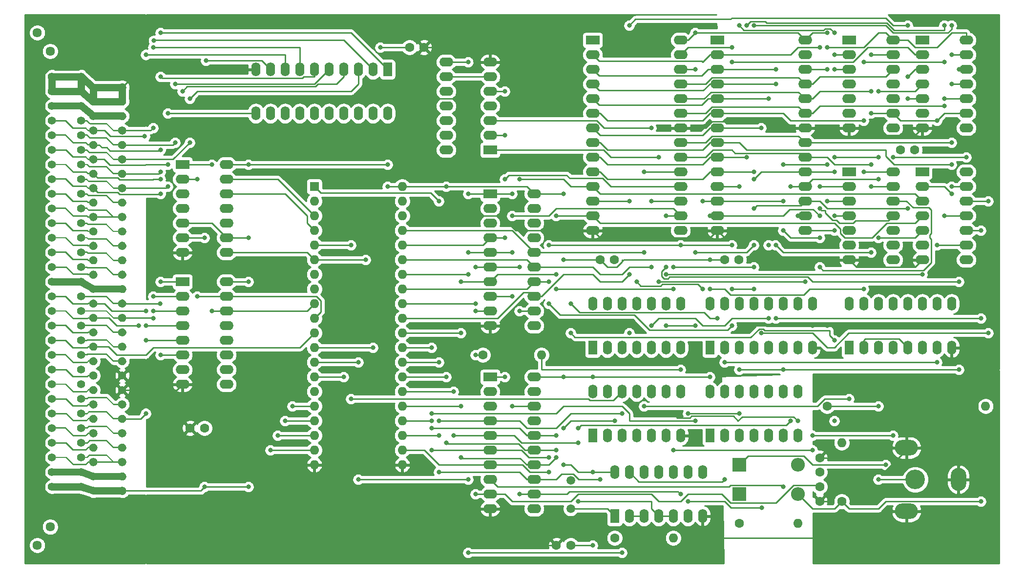
<source format=gbr>
%TF.GenerationSoftware,KiCad,Pcbnew,(5.1.10)-1*%
%TF.CreationDate,2022-01-24T17:18:54+01:00*%
%TF.ProjectId,GDC01,47444330-312e-46b6-9963-61645f706362,rev?*%
%TF.SameCoordinates,Original*%
%TF.FileFunction,Copper,L2,Bot*%
%TF.FilePolarity,Positive*%
%FSLAX46Y46*%
G04 Gerber Fmt 4.6, Leading zero omitted, Abs format (unit mm)*
G04 Created by KiCad (PCBNEW (5.1.10)-1) date 2022-01-24 17:18:54*
%MOMM*%
%LPD*%
G01*
G04 APERTURE LIST*
%TA.AperFunction,ComponentPad*%
%ADD10O,4.000000X2.700000*%
%TD*%
%TA.AperFunction,ComponentPad*%
%ADD11C,3.400000*%
%TD*%
%TA.AperFunction,ComponentPad*%
%ADD12O,2.700000X4.000000*%
%TD*%
%TA.AperFunction,ComponentPad*%
%ADD13C,1.600000*%
%TD*%
%TA.AperFunction,ComponentPad*%
%ADD14C,1.500000*%
%TD*%
%TA.AperFunction,ComponentPad*%
%ADD15O,1.600000X2.400000*%
%TD*%
%TA.AperFunction,ComponentPad*%
%ADD16R,1.600000X2.400000*%
%TD*%
%TA.AperFunction,ComponentPad*%
%ADD17O,1.600000X1.600000*%
%TD*%
%TA.AperFunction,ComponentPad*%
%ADD18O,2.400000X2.400000*%
%TD*%
%TA.AperFunction,ComponentPad*%
%ADD19R,2.400000X2.400000*%
%TD*%
%TA.AperFunction,ComponentPad*%
%ADD20R,2.400000X1.600000*%
%TD*%
%TA.AperFunction,ComponentPad*%
%ADD21O,2.400000X1.600000*%
%TD*%
%TA.AperFunction,ComponentPad*%
%ADD22R,1.600000X1.600000*%
%TD*%
%TA.AperFunction,ComponentPad*%
%ADD23C,1.610000*%
%TD*%
%TA.AperFunction,ComponentPad*%
%ADD24C,1.400000*%
%TD*%
%TA.AperFunction,SMDPad,CuDef*%
%ADD25C,0.100000*%
%TD*%
%TA.AperFunction,ViaPad*%
%ADD26C,0.800000*%
%TD*%
%TA.AperFunction,Conductor*%
%ADD27C,0.250000*%
%TD*%
%TA.AperFunction,Conductor*%
%ADD28C,0.254000*%
%TD*%
%TA.AperFunction,Conductor*%
%ADD29C,0.100000*%
%TD*%
G04 APERTURE END LIST*
D10*
%TO.P,J1,2*%
%TO.N,GND*%
X204280000Y-150710000D03*
X204280000Y-161710000D03*
D11*
%TO.P,J1,1*%
%TO.N,Net-(C2-Pad1)*%
X205780000Y-156210000D03*
D12*
%TO.P,J1,2*%
%TO.N,GND*%
X213280000Y-156210000D03*
%TD*%
D13*
%TO.P,C9,2*%
%TO.N,GND*%
X143550000Y-167640000D03*
%TO.P,C9,1*%
%TO.N,+5P*%
X146050000Y-167640000D03*
%TD*%
%TO.P,C8,2*%
%TO.N,GND*%
X205700000Y-99060000D03*
%TO.P,C8,1*%
%TO.N,+5P*%
X203200000Y-99060000D03*
%TD*%
%TO.P,C7,2*%
%TO.N,GND*%
X153630000Y-118110000D03*
%TO.P,C7,1*%
%TO.N,+5P*%
X151130000Y-118110000D03*
%TD*%
%TO.P,C6,2*%
%TO.N,GND*%
X175220000Y-118110000D03*
%TO.P,C6,1*%
%TO.N,+5P*%
X172720000Y-118110000D03*
%TD*%
%TO.P,C5,2*%
%TO.N,GND*%
X80050000Y-147320000D03*
%TO.P,C5,1*%
%TO.N,+5P*%
X82550000Y-147320000D03*
%TD*%
%TO.P,C4,2*%
%TO.N,GND*%
X120610000Y-81280000D03*
%TO.P,C4,1*%
%TO.N,+5P*%
X118110000Y-81280000D03*
%TD*%
D14*
%TO.P,Y1,2*%
%TO.N,Net-(U1-Pad4)*%
X146050000Y-156410000D03*
%TO.P,Y1,1*%
%TO.N,Net-(R1-Pad1)*%
X146050000Y-161290000D03*
%TD*%
D15*
%TO.P,U9,14*%
%TO.N,+5P*%
X170180000Y-140970000D03*
%TO.P,U9,7*%
%TO.N,GND*%
X185420000Y-148590000D03*
%TO.P,U9,13*%
%TO.N,Net-(U7-Pad7)*%
X172720000Y-140970000D03*
%TO.P,U9,6*%
%TO.N,N/C*%
X182880000Y-148590000D03*
%TO.P,U9,12*%
%TO.N,Net-(U1-Pad9)*%
X175260000Y-140970000D03*
%TO.P,U9,5*%
%TO.N,N/C*%
X180340000Y-148590000D03*
%TO.P,U9,11*%
%TO.N,Net-(U16-Pad27)*%
X177800000Y-140970000D03*
%TO.P,U9,4*%
%TO.N,N/C*%
X177800000Y-148590000D03*
%TO.P,U9,10*%
X180340000Y-140970000D03*
%TO.P,U9,3*%
X175260000Y-148590000D03*
%TO.P,U9,9*%
X182880000Y-140970000D03*
%TO.P,U9,2*%
X172720000Y-148590000D03*
%TO.P,U9,8*%
X185420000Y-140970000D03*
D16*
%TO.P,U9,1*%
X170180000Y-148590000D03*
%TD*%
D17*
%TO.P,R4,2*%
%TO.N,Net-(R4-Pad2)*%
X140970000Y-134620000D03*
D13*
%TO.P,R4,1*%
%TO.N,Net-(C3-Pad1)*%
X130810000Y-134620000D03*
%TD*%
D17*
%TO.P,R3,2*%
%TO.N,+5P*%
X193040000Y-149860000D03*
D13*
%TO.P,R3,1*%
%TO.N,Net-(C2-Pad2)*%
X193040000Y-160020000D03*
%TD*%
D17*
%TO.P,R2,2*%
%TO.N,Net-(R2-Pad2)*%
X185420000Y-163830000D03*
D13*
%TO.P,R2,1*%
%TO.N,Net-(D1-Pad1)*%
X175260000Y-163830000D03*
%TD*%
D17*
%TO.P,R1,2*%
%TO.N,Net-(R1-Pad2)*%
X163830000Y-166370000D03*
D13*
%TO.P,R1,1*%
%TO.N,Net-(R1-Pad1)*%
X153670000Y-166370000D03*
%TD*%
D18*
%TO.P,D2,2*%
%TO.N,Net-(C2-Pad2)*%
X185420000Y-153670000D03*
D19*
%TO.P,D2,1*%
%TO.N,Net-(D2-Pad1)*%
X175260000Y-153670000D03*
%TD*%
D18*
%TO.P,D1,2*%
%TO.N,Net-(C2-Pad2)*%
X185420000Y-158750000D03*
D19*
%TO.P,D1,1*%
%TO.N,Net-(D1-Pad1)*%
X175260000Y-158750000D03*
%TD*%
D13*
%TO.P,C3,2*%
%TO.N,GND*%
X189230000Y-159980000D03*
%TO.P,C3,1*%
%TO.N,Net-(C3-Pad1)*%
X189230000Y-157480000D03*
%TD*%
D17*
%TO.P,C2,2*%
%TO.N,Net-(C2-Pad2)*%
X218000000Y-143510000D03*
D13*
%TO.P,C2,1*%
%TO.N,Net-(C2-Pad1)*%
X190500000Y-143510000D03*
%TD*%
%TO.P,C1,2*%
%TO.N,GND*%
X189230000Y-152440000D03*
%TO.P,C1,1*%
%TO.N,Net-(C1-Pad1)*%
X189230000Y-154940000D03*
%TD*%
D15*
%TO.P,U1,14*%
%TO.N,+5P*%
X153670000Y-154940000D03*
%TO.P,U1,7*%
%TO.N,GND*%
X168910000Y-162560000D03*
%TO.P,U1,13*%
%TO.N,Net-(D2-Pad1)*%
X156210000Y-154940000D03*
%TO.P,U1,6*%
%TO.N,Net-(U1-Pad6)*%
X166370000Y-162560000D03*
%TO.P,U1,12*%
%TO.N,Net-(U1-Pad12)*%
X158750000Y-154940000D03*
%TO.P,U1,5*%
%TO.N,Net-(U1-Pad4)*%
X163830000Y-162560000D03*
%TO.P,U1,11*%
%TO.N,Net-(U1-Pad11)*%
X161290000Y-154940000D03*
%TO.P,U1,4*%
%TO.N,Net-(U1-Pad4)*%
X161290000Y-162560000D03*
%TO.P,U1,10*%
%TO.N,Net-(U1-Pad10)*%
X163830000Y-154940000D03*
%TO.P,U1,3*%
%TO.N,Net-(R1-Pad2)*%
X158750000Y-162560000D03*
%TO.P,U1,9*%
%TO.N,Net-(U1-Pad9)*%
X166370000Y-154940000D03*
%TO.P,U1,2*%
%TO.N,Net-(R1-Pad2)*%
X156210000Y-162560000D03*
%TO.P,U1,8*%
%TO.N,Net-(U1-Pad8)*%
X168910000Y-154940000D03*
D16*
%TO.P,U1,1*%
%TO.N,Net-(R1-Pad1)*%
X153670000Y-162560000D03*
%TD*%
D15*
%TO.P,U6,14*%
%TO.N,+5P*%
X149860000Y-140970000D03*
%TO.P,U6,7*%
%TO.N,GND*%
X165100000Y-148590000D03*
%TO.P,U6,13*%
%TO.N,Net-(U6-Pad13)*%
X152400000Y-140970000D03*
%TO.P,U6,6*%
%TO.N,N/C*%
X162560000Y-148590000D03*
%TO.P,U6,12*%
%TO.N,Net-(U6-Pad12)*%
X154940000Y-140970000D03*
%TO.P,U6,5*%
%TO.N,N/C*%
X160020000Y-148590000D03*
%TO.P,U6,11*%
%TO.N,Net-(U6-Pad11)*%
X157480000Y-140970000D03*
%TO.P,U6,4*%
%TO.N,N/C*%
X157480000Y-148590000D03*
%TO.P,U6,10*%
%TO.N,Net-(U6-Pad10)*%
X160020000Y-140970000D03*
%TO.P,U6,3*%
%TO.N,N/C*%
X154940000Y-148590000D03*
%TO.P,U6,9*%
%TO.N,Net-(U6-Pad9)*%
X162560000Y-140970000D03*
%TO.P,U6,2*%
%TO.N,N/C*%
X152400000Y-148590000D03*
%TO.P,U6,8*%
%TO.N,Net-(R4-Pad2)*%
X165100000Y-140970000D03*
D16*
%TO.P,U6,1*%
%TO.N,N/C*%
X149860000Y-148590000D03*
%TD*%
%TO.P,U2,1*%
%TO.N,Net-(U2-Pad1)*%
X114300000Y-85090000D03*
D15*
%TO.P,U2,11*%
%TO.N,Net-(U2-Pad11)*%
X91440000Y-92710000D03*
%TO.P,U2,2*%
%TO.N,Net-(U2-Pad2)*%
X111760000Y-85090000D03*
%TO.P,U2,12*%
%TO.N,Net-(U2-Pad12)*%
X93980000Y-92710000D03*
%TO.P,U2,3*%
%TO.N,Net-(U2-Pad3)*%
X109220000Y-85090000D03*
%TO.P,U2,13*%
%TO.N,Net-(U2-Pad13)*%
X96520000Y-92710000D03*
%TO.P,U2,4*%
%TO.N,Net-(U2-Pad4)*%
X106680000Y-85090000D03*
%TO.P,U2,14*%
%TO.N,Net-(U2-Pad14)*%
X99060000Y-92710000D03*
%TO.P,U2,5*%
%TO.N,Net-(U2-Pad5)*%
X104140000Y-85090000D03*
%TO.P,U2,15*%
%TO.N,Net-(U2-Pad15)*%
X101600000Y-92710000D03*
%TO.P,U2,6*%
%TO.N,Net-(U2-Pad6)*%
X101600000Y-85090000D03*
%TO.P,U2,16*%
%TO.N,Net-(U2-Pad16)*%
X104140000Y-92710000D03*
%TO.P,U2,7*%
%TO.N,Net-(U2-Pad7)*%
X99060000Y-85090000D03*
%TO.P,U2,17*%
%TO.N,Net-(U2-Pad17)*%
X106680000Y-92710000D03*
%TO.P,U2,8*%
%TO.N,Net-(U2-Pad8)*%
X96520000Y-85090000D03*
%TO.P,U2,18*%
%TO.N,Net-(U2-Pad18)*%
X109220000Y-92710000D03*
%TO.P,U2,9*%
%TO.N,Net-(U2-Pad9)*%
X93980000Y-85090000D03*
%TO.P,U2,19*%
%TO.N,Net-(U2-Pad19)*%
X111760000Y-92710000D03*
%TO.P,U2,10*%
%TO.N,GND*%
X91440000Y-85090000D03*
%TO.P,U2,20*%
%TO.N,+5P*%
X114300000Y-92710000D03*
%TD*%
D20*
%TO.P,U3,1*%
%TO.N,Net-(U3-Pad1)*%
X78740000Y-121920000D03*
D21*
%TO.P,U3,9*%
%TO.N,Net-(U3-Pad9)*%
X86360000Y-139700000D03*
%TO.P,U3,2*%
%TO.N,Net-(U3-Pad2)*%
X78740000Y-124460000D03*
%TO.P,U3,10*%
%TO.N,Net-(U3-Pad10)*%
X86360000Y-137160000D03*
%TO.P,U3,3*%
%TO.N,Net-(U3-Pad3)*%
X78740000Y-127000000D03*
%TO.P,U3,11*%
%TO.N,Net-(U3-Pad11)*%
X86360000Y-134620000D03*
%TO.P,U3,4*%
%TO.N,Net-(U3-Pad4)*%
X78740000Y-129540000D03*
%TO.P,U3,12*%
%TO.N,Net-(U3-Pad12)*%
X86360000Y-132080000D03*
%TO.P,U3,5*%
%TO.N,Net-(U3-Pad5)*%
X78740000Y-132080000D03*
%TO.P,U3,13*%
%TO.N,Net-(U3-Pad13)*%
X86360000Y-129540000D03*
%TO.P,U3,6*%
%TO.N,Net-(U3-Pad6)*%
X78740000Y-134620000D03*
%TO.P,U3,14*%
%TO.N,Net-(U3-Pad14)*%
X86360000Y-127000000D03*
%TO.P,U3,7*%
%TO.N,Net-(U3-Pad7)*%
X78740000Y-137160000D03*
%TO.P,U3,15*%
%TO.N,Net-(U3-Pad15)*%
X86360000Y-124460000D03*
%TO.P,U3,8*%
%TO.N,GND*%
X78740000Y-139700000D03*
%TO.P,U3,16*%
%TO.N,+5P*%
X86360000Y-121920000D03*
%TD*%
D15*
%TO.P,U7,16*%
%TO.N,+5P*%
X194310000Y-125730000D03*
%TO.P,U7,8*%
%TO.N,GND*%
X212090000Y-133350000D03*
%TO.P,U7,15*%
%TO.N,Net-(U7-Pad15)*%
X196850000Y-125730000D03*
%TO.P,U7,7*%
%TO.N,Net-(U7-Pad7)*%
X209550000Y-133350000D03*
%TO.P,U7,14*%
%TO.N,Net-(U7-Pad14)*%
X199390000Y-125730000D03*
%TO.P,U7,6*%
%TO.N,Net-(U7-Pad6)*%
X207010000Y-133350000D03*
%TO.P,U7,13*%
%TO.N,Net-(U7-Pad13)*%
X201930000Y-125730000D03*
%TO.P,U7,5*%
%TO.N,Net-(U7-Pad12)*%
X204470000Y-133350000D03*
%TO.P,U7,12*%
X204470000Y-125730000D03*
%TO.P,U7,4*%
%TO.N,Net-(U1-Pad10)*%
X201930000Y-133350000D03*
%TO.P,U7,11*%
%TO.N,Net-(U7-Pad11)*%
X207010000Y-125730000D03*
%TO.P,U7,3*%
%TO.N,Net-(U7-Pad3)*%
X199390000Y-133350000D03*
%TO.P,U7,10*%
%TO.N,Net-(U14-Pad1)*%
X209550000Y-125730000D03*
%TO.P,U7,2*%
%TO.N,Net-(U7-Pad12)*%
X196850000Y-133350000D03*
%TO.P,U7,9*%
%TO.N,Net-(U1-Pad9)*%
X212090000Y-125730000D03*
D16*
%TO.P,U7,1*%
%TO.N,Net-(U1-Pad12)*%
X194310000Y-133350000D03*
%TD*%
D21*
%TO.P,U14,14*%
%TO.N,+5P*%
X124460000Y-99060000D03*
%TO.P,U14,7*%
%TO.N,GND*%
X132080000Y-83820000D03*
%TO.P,U14,13*%
%TO.N,N/C*%
X124460000Y-96520000D03*
%TO.P,U14,6*%
%TO.N,Net-(U14-Pad10)*%
X132080000Y-86360000D03*
%TO.P,U14,12*%
%TO.N,N/C*%
X124460000Y-93980000D03*
%TO.P,U14,5*%
%TO.N,Net-(U14-Pad2)*%
X132080000Y-88900000D03*
%TO.P,U14,11*%
%TO.N,N/C*%
X124460000Y-91440000D03*
%TO.P,U14,4*%
%TO.N,Net-(C1-Pad1)*%
X132080000Y-91440000D03*
%TO.P,U14,10*%
%TO.N,Net-(U14-Pad10)*%
X124460000Y-88900000D03*
%TO.P,U14,3*%
%TO.N,Net-(C1-Pad1)*%
X132080000Y-93980000D03*
%TO.P,U14,9*%
%TO.N,Net-(U14-Pad10)*%
X124460000Y-86360000D03*
%TO.P,U14,2*%
%TO.N,Net-(U14-Pad2)*%
X132080000Y-96520000D03*
%TO.P,U14,8*%
%TO.N,Net-(U14-Pad8)*%
X124460000Y-83820000D03*
D20*
%TO.P,U14,1*%
%TO.N,Net-(U14-Pad1)*%
X132080000Y-99060000D03*
%TD*%
%TO.P,U5,1*%
%TO.N,Net-(U3-Pad14)*%
X78740000Y-101600000D03*
D21*
%TO.P,U5,8*%
%TO.N,Net-(D2-Pad1)*%
X86360000Y-116840000D03*
%TO.P,U5,2*%
%TO.N,Net-(U3-Pad15)*%
X78740000Y-104140000D03*
%TO.P,U5,9*%
%TO.N,+5P*%
X86360000Y-114300000D03*
%TO.P,U5,3*%
%TO.N,Net-(U5-Pad3)*%
X78740000Y-106680000D03*
%TO.P,U5,10*%
%TO.N,Net-(U5-Pad10)*%
X86360000Y-111760000D03*
%TO.P,U5,4*%
%TO.N,Net-(U5-Pad3)*%
X78740000Y-109220000D03*
%TO.P,U5,11*%
%TO.N,Net-(U5-Pad10)*%
X86360000Y-109220000D03*
%TO.P,U5,5*%
%TO.N,+5P*%
X78740000Y-111760000D03*
%TO.P,U5,12*%
%TO.N,Net-(U5-Pad12)*%
X86360000Y-106680000D03*
%TO.P,U5,6*%
%TO.N,Net-(U2-Pad9)*%
X78740000Y-114300000D03*
%TO.P,U5,13*%
%TO.N,Net-(U5-Pad13)*%
X86360000Y-104140000D03*
%TO.P,U5,7*%
%TO.N,GND*%
X78740000Y-116840000D03*
%TO.P,U5,14*%
%TO.N,+5P*%
X86360000Y-101600000D03*
%TD*%
D16*
%TO.P,U6,1*%
%TO.N,Net-(U6-Pad1)*%
X149860000Y-133350000D03*
D15*
%TO.P,U6,8*%
%TO.N,N/C*%
X165100000Y-125730000D03*
%TO.P,U6,2*%
%TO.N,Net-(U6-Pad2)*%
X152400000Y-133350000D03*
%TO.P,U6,9*%
%TO.N,N/C*%
X162560000Y-125730000D03*
%TO.P,U6,3*%
%TO.N,Net-(U6-Pad3)*%
X154940000Y-133350000D03*
%TO.P,U6,10*%
%TO.N,N/C*%
X160020000Y-125730000D03*
%TO.P,U6,4*%
%TO.N,Net-(U6-Pad4)*%
X157480000Y-133350000D03*
%TO.P,U6,11*%
%TO.N,N/C*%
X157480000Y-125730000D03*
%TO.P,U6,5*%
%TO.N,Net-(U6-Pad5)*%
X160020000Y-133350000D03*
%TO.P,U6,12*%
%TO.N,N/C*%
X154940000Y-125730000D03*
%TO.P,U6,6*%
%TO.N,Net-(U6-Pad6)*%
X162560000Y-133350000D03*
%TO.P,U6,13*%
%TO.N,N/C*%
X152400000Y-125730000D03*
%TO.P,U6,7*%
X165100000Y-133350000D03*
%TO.P,U6,14*%
X149860000Y-125730000D03*
%TD*%
D16*
%TO.P,U4,1*%
%TO.N,Net-(U4-Pad1)*%
X170180000Y-133350000D03*
D15*
%TO.P,U4,9*%
%TO.N,Net-(U4-Pad9)*%
X187960000Y-125730000D03*
%TO.P,U4,2*%
%TO.N,Net-(U4-Pad2)*%
X172720000Y-133350000D03*
%TO.P,U4,10*%
%TO.N,Net-(U4-Pad10)*%
X185420000Y-125730000D03*
%TO.P,U4,3*%
%TO.N,Net-(U4-Pad3)*%
X175260000Y-133350000D03*
%TO.P,U4,11*%
%TO.N,Net-(U4-Pad11)*%
X182880000Y-125730000D03*
%TO.P,U4,4*%
%TO.N,Net-(U4-Pad4)*%
X177800000Y-133350000D03*
%TO.P,U4,12*%
%TO.N,Net-(U4-Pad12)*%
X180340000Y-125730000D03*
%TO.P,U4,5*%
%TO.N,Net-(U1-Pad6)*%
X180340000Y-133350000D03*
%TO.P,U4,13*%
%TO.N,Net-(U4-Pad13)*%
X177800000Y-125730000D03*
%TO.P,U4,6*%
%TO.N,Net-(U1-Pad9)*%
X182880000Y-133350000D03*
%TO.P,U4,14*%
%TO.N,GND*%
X175260000Y-125730000D03*
%TO.P,U4,7*%
%TO.N,Net-(U4-Pad7)*%
X185420000Y-133350000D03*
%TO.P,U4,15*%
%TO.N,Net-(U4-Pad15)*%
X172720000Y-125730000D03*
%TO.P,U4,8*%
%TO.N,GND*%
X187960000Y-133350000D03*
%TO.P,U4,16*%
%TO.N,+5P*%
X170180000Y-125730000D03*
%TD*%
D22*
%TO.P,U8,1*%
%TO.N,Net-(U1-Pad8)*%
X101600000Y-105410000D03*
D17*
%TO.P,U8,21*%
%TO.N,GND*%
X116840000Y-153670000D03*
%TO.P,U8,2*%
%TO.N,Net-(U8-Pad2)*%
X101600000Y-107950000D03*
%TO.P,U8,22*%
%TO.N,/A0*%
X116840000Y-151130000D03*
%TO.P,U8,3*%
%TO.N,Net-(U5-Pad13)*%
X101600000Y-110490000D03*
%TO.P,U8,23*%
%TO.N,/A1*%
X116840000Y-148590000D03*
%TO.P,U8,4*%
%TO.N,Net-(U5-Pad12)*%
X101600000Y-113030000D03*
%TO.P,U8,24*%
%TO.N,/A2*%
X116840000Y-146050000D03*
%TO.P,U8,5*%
%TO.N,Net-(U6-Pad12)*%
X101600000Y-115570000D03*
%TO.P,U8,25*%
%TO.N,/A3*%
X116840000Y-143510000D03*
%TO.P,U8,6*%
%TO.N,Net-(D2-Pad1)*%
X101600000Y-118110000D03*
%TO.P,U8,26*%
%TO.N,/A4*%
X116840000Y-140970000D03*
%TO.P,U8,7*%
%TO.N,Net-(U8-Pad7)*%
X101600000Y-120650000D03*
%TO.P,U8,27*%
%TO.N,/A5*%
X116840000Y-138430000D03*
%TO.P,U8,8*%
%TO.N,Net-(U8-Pad8)*%
X101600000Y-123190000D03*
%TO.P,U8,28*%
%TO.N,/A6*%
X116840000Y-135890000D03*
%TO.P,U8,9*%
%TO.N,Net-(U3-Pad14)*%
X101600000Y-125730000D03*
%TO.P,U8,29*%
%TO.N,/A7*%
X116840000Y-133350000D03*
%TO.P,U8,10*%
%TO.N,Net-(U3-Pad15)*%
X101600000Y-128270000D03*
%TO.P,U8,30*%
%TO.N,/A8*%
X116840000Y-130810000D03*
%TO.P,U8,11*%
%TO.N,Net-(U8-Pad11)*%
X101600000Y-130810000D03*
%TO.P,U8,31*%
%TO.N,/A9*%
X116840000Y-128270000D03*
%TO.P,U8,12*%
%TO.N,Net-(U2-Pad19)*%
X101600000Y-133350000D03*
%TO.P,U8,32*%
%TO.N,/A10*%
X116840000Y-125730000D03*
%TO.P,U8,13*%
%TO.N,Net-(U2-Pad18)*%
X101600000Y-135890000D03*
%TO.P,U8,33*%
%TO.N,/A11*%
X116840000Y-123190000D03*
%TO.P,U8,14*%
%TO.N,Net-(U2-Pad17)*%
X101600000Y-138430000D03*
%TO.P,U8,34*%
%TO.N,/A12*%
X116840000Y-120650000D03*
%TO.P,U8,15*%
%TO.N,Net-(U2-Pad16)*%
X101600000Y-140970000D03*
%TO.P,U8,35*%
%TO.N,Net-(U16-Pad17)*%
X116840000Y-118110000D03*
%TO.P,U8,16*%
%TO.N,Net-(U2-Pad15)*%
X101600000Y-143510000D03*
%TO.P,U8,36*%
%TO.N,Net-(U16-Pad18)*%
X116840000Y-115570000D03*
%TO.P,U8,17*%
%TO.N,Net-(U2-Pad14)*%
X101600000Y-146050000D03*
%TO.P,U8,37*%
%TO.N,Net-(U16-Pad19)*%
X116840000Y-113030000D03*
%TO.P,U8,18*%
%TO.N,Net-(U2-Pad13)*%
X101600000Y-148590000D03*
%TO.P,U8,38*%
%TO.N,Net-(U8-Pad38)*%
X116840000Y-110490000D03*
%TO.P,U8,19*%
%TO.N,Net-(U2-Pad12)*%
X101600000Y-151130000D03*
%TO.P,U8,39*%
%TO.N,Net-(U8-Pad39)*%
X116840000Y-107950000D03*
%TO.P,U8,20*%
%TO.N,GND*%
X101600000Y-153670000D03*
%TO.P,U8,40*%
%TO.N,+5P*%
X116840000Y-105410000D03*
%TD*%
D20*
%TO.P,U10,1*%
%TO.N,Net-(U10-Pad1)*%
X194310000Y-102870000D03*
D21*
%TO.P,U10,8*%
%TO.N,Net-(U10-Pad8)*%
X201930000Y-118110000D03*
%TO.P,U10,2*%
%TO.N,/A0*%
X194310000Y-105410000D03*
%TO.P,U10,9*%
%TO.N,Net-(D2-Pad1)*%
X201930000Y-115570000D03*
%TO.P,U10,3*%
%TO.N,/A1*%
X194310000Y-107950000D03*
%TO.P,U10,10*%
%TO.N,Net-(U10-Pad10)*%
X201930000Y-113030000D03*
%TO.P,U10,4*%
%TO.N,/A3*%
X194310000Y-110490000D03*
%TO.P,U10,11*%
%TO.N,Net-(U10-Pad11)*%
X201930000Y-110490000D03*
%TO.P,U10,5*%
%TO.N,Net-(U10-Pad5)*%
X194310000Y-113030000D03*
%TO.P,U10,12*%
%TO.N,Net-(U10-Pad12)*%
X201930000Y-107950000D03*
%TO.P,U10,6*%
%TO.N,Net-(U10-Pad6)*%
X194310000Y-115570000D03*
%TO.P,U10,13*%
%TO.N,Net-(U10-Pad13)*%
X201930000Y-105410000D03*
%TO.P,U10,7*%
%TO.N,GND*%
X194310000Y-118110000D03*
%TO.P,U10,14*%
%TO.N,+5P*%
X201930000Y-102870000D03*
%TD*%
%TO.P,U11,14*%
%TO.N,+5P*%
X201930000Y-80010000D03*
%TO.P,U11,7*%
%TO.N,GND*%
X194310000Y-95250000D03*
%TO.P,U11,13*%
%TO.N,Net-(U11-Pad13)*%
X201930000Y-82550000D03*
%TO.P,U11,6*%
%TO.N,Net-(U11-Pad6)*%
X194310000Y-92710000D03*
%TO.P,U11,12*%
%TO.N,Net-(U11-Pad12)*%
X201930000Y-85090000D03*
%TO.P,U11,5*%
%TO.N,Net-(U11-Pad5)*%
X194310000Y-90170000D03*
%TO.P,U11,11*%
%TO.N,Net-(U11-Pad11)*%
X201930000Y-87630000D03*
%TO.P,U11,4*%
%TO.N,Net-(U11-Pad4)*%
X194310000Y-87630000D03*
%TO.P,U11,10*%
%TO.N,Net-(U11-Pad10)*%
X201930000Y-90170000D03*
%TO.P,U11,3*%
%TO.N,/A2*%
X194310000Y-85090000D03*
%TO.P,U11,9*%
%TO.N,Net-(U11-Pad9)*%
X201930000Y-92710000D03*
%TO.P,U11,2*%
%TO.N,/A4*%
X194310000Y-82550000D03*
%TO.P,U11,8*%
%TO.N,Net-(U11-Pad8)*%
X201930000Y-95250000D03*
D20*
%TO.P,U11,1*%
%TO.N,Net-(U11-Pad1)*%
X194310000Y-80010000D03*
%TD*%
%TO.P,U12,1*%
%TO.N,Net-(U12-Pad1)*%
X207010000Y-80010000D03*
D21*
%TO.P,U12,8*%
%TO.N,Net-(U12-Pad8)*%
X214630000Y-95250000D03*
%TO.P,U12,2*%
%TO.N,/A11*%
X207010000Y-82550000D03*
%TO.P,U12,9*%
%TO.N,Net-(U11-Pad9)*%
X214630000Y-92710000D03*
%TO.P,U12,3*%
%TO.N,/A9*%
X207010000Y-85090000D03*
%TO.P,U12,10*%
%TO.N,Net-(U12-Pad10)*%
X214630000Y-90170000D03*
%TO.P,U12,4*%
%TO.N,/A7*%
X207010000Y-87630000D03*
%TO.P,U12,11*%
%TO.N,Net-(U12-Pad11)*%
X214630000Y-87630000D03*
%TO.P,U12,5*%
%TO.N,/A5*%
X207010000Y-90170000D03*
%TO.P,U12,12*%
%TO.N,Net-(U12-Pad12)*%
X214630000Y-85090000D03*
%TO.P,U12,6*%
%TO.N,Net-(U12-Pad6)*%
X207010000Y-92710000D03*
%TO.P,U12,13*%
%TO.N,Net-(U12-Pad13)*%
X214630000Y-82550000D03*
%TO.P,U12,7*%
%TO.N,GND*%
X207010000Y-95250000D03*
%TO.P,U12,14*%
%TO.N,+5P*%
X214630000Y-80010000D03*
%TD*%
%TO.P,U13,14*%
%TO.N,+5P*%
X214630000Y-102870000D03*
%TO.P,U13,7*%
%TO.N,GND*%
X207010000Y-118110000D03*
%TO.P,U13,13*%
%TO.N,Net-(U13-Pad13)*%
X214630000Y-105410000D03*
%TO.P,U13,6*%
%TO.N,Net-(U13-Pad6)*%
X207010000Y-115570000D03*
%TO.P,U13,12*%
%TO.N,Net-(U13-Pad12)*%
X214630000Y-107950000D03*
%TO.P,U13,5*%
%TO.N,/A6*%
X207010000Y-113030000D03*
%TO.P,U13,11*%
%TO.N,Net-(U13-Pad11)*%
X214630000Y-110490000D03*
%TO.P,U13,4*%
%TO.N,/A8*%
X207010000Y-110490000D03*
%TO.P,U13,10*%
%TO.N,Net-(U13-Pad10)*%
X214630000Y-113030000D03*
%TO.P,U13,3*%
%TO.N,/A10*%
X207010000Y-107950000D03*
%TO.P,U13,9*%
%TO.N,Net-(U11-Pad9)*%
X214630000Y-115570000D03*
%TO.P,U13,2*%
%TO.N,/A12*%
X207010000Y-105410000D03*
%TO.P,U13,8*%
%TO.N,Net-(U13-Pad8)*%
X214630000Y-118110000D03*
D20*
%TO.P,U13,1*%
%TO.N,Net-(U13-Pad1)*%
X207010000Y-102870000D03*
%TD*%
%TO.P,U15,1*%
%TO.N,Net-(U15-Pad1)*%
X171450000Y-80010000D03*
D21*
%TO.P,U15,15*%
%TO.N,/A3*%
X186690000Y-113030000D03*
%TO.P,U15,2*%
%TO.N,Net-(U10-Pad11)*%
X171450000Y-82550000D03*
%TO.P,U15,16*%
%TO.N,/A4*%
X186690000Y-110490000D03*
%TO.P,U15,3*%
%TO.N,Net-(U10-Pad12)*%
X171450000Y-85090000D03*
%TO.P,U15,17*%
%TO.N,/A5*%
X186690000Y-107950000D03*
%TO.P,U15,4*%
%TO.N,Net-(U10-Pad13)*%
X171450000Y-87630000D03*
%TO.P,U15,18*%
%TO.N,/A6*%
X186690000Y-105410000D03*
%TO.P,U15,5*%
%TO.N,Net-(U13-Pad10)*%
X171450000Y-90170000D03*
%TO.P,U15,19*%
%TO.N,/A7*%
X186690000Y-102870000D03*
%TO.P,U15,6*%
%TO.N,Net-(U12-Pad10)*%
X171450000Y-92710000D03*
%TO.P,U15,20*%
%TO.N,Net-(U11-Pad9)*%
X186690000Y-100330000D03*
%TO.P,U15,7*%
%TO.N,Net-(U13-Pad12)*%
X171450000Y-95250000D03*
%TO.P,U15,21*%
%TO.N,Net-(U12-Pad11)*%
X186690000Y-97790000D03*
%TO.P,U15,8*%
%TO.N,Net-(U13-Pad13)*%
X171450000Y-97790000D03*
%TO.P,U15,22*%
%TO.N,GND*%
X186690000Y-95250000D03*
%TO.P,U15,9*%
%TO.N,Net-(U12-Pad12)*%
X171450000Y-100330000D03*
%TO.P,U15,23*%
%TO.N,Net-(U13-Pad11)*%
X186690000Y-92710000D03*
%TO.P,U15,10*%
%TO.N,Net-(U12-Pad13)*%
X171450000Y-102870000D03*
%TO.P,U15,24*%
%TO.N,Net-(U11-Pad13)*%
X186690000Y-90170000D03*
%TO.P,U15,11*%
%TO.N,/A2*%
X171450000Y-105410000D03*
%TO.P,U15,25*%
%TO.N,Net-(U11-Pad12)*%
X186690000Y-87630000D03*
%TO.P,U15,12*%
%TO.N,/A1*%
X171450000Y-107950000D03*
%TO.P,U15,26*%
%TO.N,+5P*%
X186690000Y-85090000D03*
%TO.P,U15,13*%
%TO.N,/A0*%
X171450000Y-110490000D03*
%TO.P,U15,27*%
%TO.N,Net-(U15-Pad27)*%
X186690000Y-82550000D03*
%TO.P,U15,14*%
%TO.N,GND*%
X171450000Y-113030000D03*
%TO.P,U15,28*%
%TO.N,+5P*%
X186690000Y-80010000D03*
%TD*%
%TO.P,U16,28*%
%TO.N,+5P*%
X165100000Y-80010000D03*
%TO.P,U16,14*%
%TO.N,GND*%
X149860000Y-113030000D03*
%TO.P,U16,27*%
%TO.N,Net-(U16-Pad27)*%
X165100000Y-82550000D03*
%TO.P,U16,13*%
%TO.N,/A8*%
X149860000Y-110490000D03*
%TO.P,U16,26*%
%TO.N,+5P*%
X165100000Y-85090000D03*
%TO.P,U16,12*%
%TO.N,/A9*%
X149860000Y-107950000D03*
%TO.P,U16,25*%
%TO.N,Net-(U11-Pad12)*%
X165100000Y-87630000D03*
%TO.P,U16,11*%
%TO.N,/A10*%
X149860000Y-105410000D03*
%TO.P,U16,24*%
%TO.N,Net-(U11-Pad13)*%
X165100000Y-90170000D03*
%TO.P,U16,10*%
%TO.N,Net-(U12-Pad13)*%
X149860000Y-102870000D03*
%TO.P,U16,23*%
%TO.N,Net-(U13-Pad11)*%
X165100000Y-92710000D03*
%TO.P,U16,9*%
%TO.N,Net-(U12-Pad12)*%
X149860000Y-100330000D03*
%TO.P,U16,22*%
%TO.N,GND*%
X165100000Y-95250000D03*
%TO.P,U16,8*%
%TO.N,Net-(U13-Pad13)*%
X149860000Y-97790000D03*
%TO.P,U16,21*%
%TO.N,Net-(U12-Pad11)*%
X165100000Y-97790000D03*
%TO.P,U16,7*%
%TO.N,Net-(U13-Pad12)*%
X149860000Y-95250000D03*
%TO.P,U16,20*%
%TO.N,Net-(U11-Pad9)*%
X165100000Y-100330000D03*
%TO.P,U16,6*%
%TO.N,Net-(U12-Pad10)*%
X149860000Y-92710000D03*
%TO.P,U16,19*%
%TO.N,Net-(U16-Pad19)*%
X165100000Y-102870000D03*
%TO.P,U16,5*%
%TO.N,Net-(U13-Pad10)*%
X149860000Y-90170000D03*
%TO.P,U16,18*%
%TO.N,Net-(U16-Pad18)*%
X165100000Y-105410000D03*
%TO.P,U16,4*%
%TO.N,Net-(U10-Pad13)*%
X149860000Y-87630000D03*
%TO.P,U16,17*%
%TO.N,Net-(U16-Pad17)*%
X165100000Y-107950000D03*
%TO.P,U16,3*%
%TO.N,Net-(U10-Pad12)*%
X149860000Y-85090000D03*
%TO.P,U16,16*%
%TO.N,/A12*%
X165100000Y-110490000D03*
%TO.P,U16,2*%
%TO.N,Net-(U10-Pad11)*%
X149860000Y-82550000D03*
%TO.P,U16,15*%
%TO.N,/A11*%
X165100000Y-113030000D03*
D20*
%TO.P,U16,1*%
%TO.N,Net-(U16-Pad1)*%
X149860000Y-80010000D03*
%TD*%
%TO.P,U17,1*%
%TO.N,Net-(U14-Pad8)*%
X132080000Y-106680000D03*
D21*
%TO.P,U17,11*%
%TO.N,Net-(U17-Pad11)*%
X139700000Y-129540000D03*
%TO.P,U17,2*%
%TO.N,Net-(U17-Pad2)*%
X132080000Y-109220000D03*
%TO.P,U17,12*%
%TO.N,Net-(U1-Pad9)*%
X139700000Y-127000000D03*
%TO.P,U17,3*%
%TO.N,Net-(U17-Pad3)*%
X132080000Y-111760000D03*
%TO.P,U17,13*%
%TO.N,/A9*%
X139700000Y-124460000D03*
%TO.P,U17,4*%
%TO.N,Net-(U16-Pad18)*%
X132080000Y-114300000D03*
%TO.P,U17,14*%
%TO.N,/A11*%
X139700000Y-121920000D03*
%TO.P,U17,5*%
%TO.N,/A12*%
X132080000Y-116840000D03*
%TO.P,U17,15*%
%TO.N,Net-(U16-Pad17)*%
X139700000Y-119380000D03*
%TO.P,U17,6*%
%TO.N,/A10*%
X132080000Y-119380000D03*
%TO.P,U17,16*%
%TO.N,Net-(U16-Pad19)*%
X139700000Y-116840000D03*
%TO.P,U17,7*%
%TO.N,/A8*%
X132080000Y-121920000D03*
%TO.P,U17,17*%
%TO.N,Net-(U17-Pad17)*%
X139700000Y-114300000D03*
%TO.P,U17,8*%
%TO.N,Net-(U17-Pad8)*%
X132080000Y-124460000D03*
%TO.P,U17,18*%
%TO.N,Net-(U17-Pad18)*%
X139700000Y-111760000D03*
%TO.P,U17,9*%
%TO.N,Net-(C3-Pad1)*%
X132080000Y-127000000D03*
%TO.P,U17,19*%
%TO.N,Net-(U17-Pad19)*%
X139700000Y-109220000D03*
%TO.P,U17,10*%
%TO.N,GND*%
X132080000Y-129540000D03*
%TO.P,U17,20*%
%TO.N,+5P*%
X139700000Y-106680000D03*
%TD*%
%TO.P,U18,20*%
%TO.N,+5P*%
X139700000Y-138430000D03*
%TO.P,U18,10*%
%TO.N,GND*%
X132080000Y-161290000D03*
%TO.P,U18,19*%
%TO.N,Net-(U18-Pad19)*%
X139700000Y-140970000D03*
%TO.P,U18,9*%
%TO.N,Net-(C3-Pad1)*%
X132080000Y-158750000D03*
%TO.P,U18,18*%
%TO.N,Net-(U17-Pad8)*%
X139700000Y-143510000D03*
%TO.P,U18,8*%
%TO.N,Net-(R2-Pad2)*%
X132080000Y-156210000D03*
%TO.P,U18,17*%
%TO.N,Net-(U18-Pad17)*%
X139700000Y-146050000D03*
%TO.P,U18,7*%
%TO.N,/A0*%
X132080000Y-153670000D03*
%TO.P,U18,16*%
%TO.N,/A7*%
X139700000Y-148590000D03*
%TO.P,U18,6*%
%TO.N,/A2*%
X132080000Y-151130000D03*
%TO.P,U18,15*%
%TO.N,/A5*%
X139700000Y-151130000D03*
%TO.P,U18,5*%
%TO.N,/A4*%
X132080000Y-148590000D03*
%TO.P,U18,14*%
%TO.N,/A3*%
X139700000Y-153670000D03*
%TO.P,U18,4*%
%TO.N,/A6*%
X132080000Y-146050000D03*
%TO.P,U18,13*%
%TO.N,/A1*%
X139700000Y-156210000D03*
%TO.P,U18,3*%
%TO.N,Net-(U18-Pad3)*%
X132080000Y-143510000D03*
%TO.P,U18,12*%
%TO.N,Net-(U1-Pad9)*%
X139700000Y-158750000D03*
%TO.P,U18,2*%
%TO.N,Net-(U18-Pad2)*%
X132080000Y-140970000D03*
%TO.P,U18,11*%
%TO.N,Net-(U18-Pad11)*%
X139700000Y-161290000D03*
D20*
%TO.P,U18,1*%
%TO.N,Net-(U14-Pad8)*%
X132080000Y-138430000D03*
%TD*%
D23*
%TO.P,X1,*%
%TO.N,*%
X53568600Y-78740000D03*
X53568600Y-167640000D03*
D24*
%TO.P,X1,A01*%
%TO.N,GND*%
X56108600Y-86360000D03*
%TO.P,X1,A02*%
X56108600Y-88900000D03*
%TO.P,X1,A04*%
%TO.N,Net-(U2-Pad8)*%
X56108600Y-93980000D03*
%TO.P,X1,A05*%
%TO.N,Net-(U2-Pad6)*%
X56108600Y-96520000D03*
%TO.P,X1,A06*%
%TO.N,Net-(U2-Pad4)*%
X56108600Y-99060000D03*
%TO.P,X1,A07*%
%TO.N,Net-(U2-Pad2)*%
X56108600Y-101600000D03*
%TO.P,X1,A08*%
%TO.N,Net-(U3-Pad1)*%
X56108600Y-104140000D03*
%TO.P,X1,A09*%
%TO.N,Net-(X1-PadA09)*%
X56108600Y-106680000D03*
%TO.P,X1,A10*%
%TO.N,Net-(X1-PadA10)*%
X56108600Y-109220000D03*
%TO.P,X1,A11*%
%TO.N,Net-(X1-PadA11)*%
X56108600Y-111760000D03*
%TO.P,X1,A12*%
%TO.N,Net-(X1-PadA12)*%
X56108600Y-114300000D03*
%TO.P,X1,A13*%
%TO.N,Net-(X1-PadA13)*%
X56108600Y-116840000D03*
%TO.P,X1,A14*%
%TO.N,Net-(X1-PadA14)*%
X56108600Y-119380000D03*
%TO.P,X1,A15*%
%TO.N,Net-(X1-PadA15)*%
X56108600Y-121920000D03*
%TO.P,X1,A16*%
%TO.N,Net-(U3-Pad4)*%
X56108600Y-124460000D03*
%TO.P,X1,A17*%
%TO.N,Net-(U3-Pad3)*%
X56108600Y-127000000D03*
%TO.P,X1,A18*%
%TO.N,Net-(X1-PadA18)*%
X56108600Y-129540000D03*
%TO.P,X1,A19*%
%TO.N,Net-(U8-Pad11)*%
X56108600Y-132080000D03*
%TO.P,X1,A20*%
%TO.N,Net-(X1-PadA20)*%
X56108600Y-134620000D03*
%TO.P,X1,A21*%
%TO.N,Net-(X1-PadA21)*%
X56108600Y-137160000D03*
%TO.P,X1,A22*%
%TO.N,Net-(X1-PadA22)*%
X56108600Y-139700000D03*
%TO.P,X1,A23*%
%TO.N,Net-(X1-PadA23)*%
X56108600Y-142240000D03*
%TO.P,X1,A24*%
%TO.N,Net-(X1-PadA24)*%
X56108600Y-144780000D03*
%TO.P,X1,A25*%
%TO.N,Net-(X1-PadA25)*%
X56108600Y-147320000D03*
%TO.P,X1,A26*%
%TO.N,Net-(X1-PadA26)*%
X56108600Y-149860000D03*
%TO.P,X1,A27*%
%TO.N,Net-(X1-PadA27)*%
X56108600Y-152400000D03*
%TO.P,X1,A28*%
%TO.N,Net-(X1-PadA28)*%
X56108600Y-154940000D03*
%TO.P,X1,A29*%
%TO.N,+5P*%
X56108600Y-157480000D03*
%TO.P,X1,C01*%
%TO.N,GND*%
X61188600Y-86360000D03*
%TO.P,X1,C02*%
X61188600Y-88900000D03*
%TO.P,X1,C03*%
%TO.N,Net-(X1-PadC03)*%
X61188600Y-91440000D03*
%TO.P,X1,C04*%
%TO.N,Net-(U2-Pad7)*%
X61188600Y-93980000D03*
%TO.P,X1,C05*%
%TO.N,Net-(U2-Pad5)*%
X61188600Y-96520000D03*
%TO.P,X1,C06*%
%TO.N,Net-(U2-Pad3)*%
X61188600Y-99060000D03*
%TO.P,X1,C07*%
%TO.N,Net-(U2-Pad1)*%
X61188600Y-101600000D03*
%TO.P,X1,C08*%
%TO.N,Net-(U2-Pad11)*%
X61188600Y-104140000D03*
%TO.P,X1,C09*%
%TO.N,Net-(X1-PadC09)*%
X61188600Y-106680000D03*
%TO.P,X1,C10*%
%TO.N,Net-(X1-PadA10)*%
X61188600Y-109220000D03*
%TO.P,X1,C11*%
%TO.N,Net-(X1-PadC11)*%
X61188600Y-111760000D03*
%TO.P,X1,C12*%
%TO.N,Net-(X1-PadC12)*%
X61188600Y-114300000D03*
%TO.P,X1,C13*%
%TO.N,Net-(X1-PadC13)*%
X61188600Y-116840000D03*
%TO.P,X1,C14*%
%TO.N,Net-(X1-PadC14)*%
X61188600Y-119380000D03*
%TO.P,X1,C15*%
%TO.N,Net-(X1-PadC15)*%
X61188600Y-121920000D03*
%TO.P,X1,C16*%
%TO.N,Net-(U3-Pad6)*%
X61188600Y-124460000D03*
%TO.P,X1,C17*%
%TO.N,Net-(U3-Pad2)*%
X61188600Y-127000000D03*
%TO.P,X1,C18*%
%TO.N,Net-(X1-PadC18)*%
X61188600Y-129540000D03*
%TO.P,X1,C19*%
%TO.N,Net-(X1-PadC19)*%
X61188600Y-132080000D03*
%TO.P,X1,C20*%
%TO.N,Net-(X1-PadC20)*%
X61188600Y-134620000D03*
%TO.P,X1,C21*%
%TO.N,GND*%
X61188600Y-137160000D03*
%TO.P,X1,C22*%
X61188600Y-139700000D03*
%TO.P,X1,C23*%
%TO.N,Net-(X1-PadC23)*%
X61188600Y-142240000D03*
%TO.P,X1,C24*%
%TO.N,Net-(U3-Pad5)*%
X61188600Y-144780000D03*
%TO.P,X1,C25*%
%TO.N,Net-(X1-PadC25)*%
X61188600Y-147320000D03*
%TO.P,X1,C26*%
%TO.N,Net-(X1-PadC26)*%
X61188600Y-149860000D03*
%TO.P,X1,C27*%
%TO.N,Net-(X1-PadA27)*%
X61188600Y-152400000D03*
%TO.P,X1,C28*%
%TO.N,Net-(X1-PadC28)*%
X61188600Y-154940000D03*
%TO.P,X1,C29*%
%TO.N,+5P*%
X61188600Y-157480000D03*
D23*
%TO.P,X1,*%
%TO.N,*%
X55800000Y-81940000D03*
X55800000Y-164440000D03*
D24*
%TO.P,X1,C01*%
%TO.N,GND*%
X68300000Y-88190000D03*
%TO.P,X1,C02*%
X68300000Y-90690000D03*
%TO.P,X1,C03*%
%TO.N,Net-(X1-PadC03)*%
X68300000Y-93190000D03*
%TO.P,X1,C04*%
%TO.N,Net-(U2-Pad7)*%
X68300000Y-95690000D03*
%TO.P,X1,C05*%
%TO.N,Net-(U2-Pad5)*%
X68300000Y-98190000D03*
%TO.P,X1,C06*%
%TO.N,Net-(U2-Pad3)*%
X68300000Y-100690000D03*
%TO.P,X1,C07*%
%TO.N,Net-(U2-Pad1)*%
X68300000Y-103190000D03*
%TO.P,X1,C08*%
%TO.N,Net-(U2-Pad11)*%
X68300000Y-105690000D03*
%TO.P,X1,C09*%
%TO.N,Net-(X1-PadC09)*%
X68300000Y-108190000D03*
%TO.P,X1,C10*%
%TO.N,Net-(X1-PadA10)*%
X68300000Y-110690000D03*
%TO.P,X1,C11*%
%TO.N,Net-(X1-PadC11)*%
X68300000Y-113190000D03*
%TO.P,X1,C12*%
%TO.N,Net-(X1-PadC12)*%
X68300000Y-115690000D03*
%TO.P,X1,C13*%
%TO.N,Net-(X1-PadC13)*%
X68300000Y-118190000D03*
%TO.P,X1,C14*%
%TO.N,Net-(X1-PadC14)*%
X68300000Y-120690000D03*
%TO.P,X1,C15*%
%TO.N,Net-(X1-PadC15)*%
X68300000Y-123190000D03*
%TO.P,X1,C16*%
%TO.N,Net-(U3-Pad6)*%
X68300000Y-125690000D03*
%TO.P,X1,C17*%
%TO.N,Net-(U3-Pad2)*%
X68300000Y-128190000D03*
%TO.P,X1,C18*%
%TO.N,Net-(X1-PadC18)*%
X68300000Y-130690000D03*
%TO.P,X1,C19*%
%TO.N,Net-(X1-PadC19)*%
X68300000Y-133190000D03*
%TO.P,X1,C20*%
%TO.N,Net-(X1-PadC20)*%
X68300000Y-135690000D03*
%TO.P,X1,C21*%
%TO.N,GND*%
X68300000Y-138190000D03*
%TO.P,X1,C22*%
X68300000Y-140690000D03*
%TO.P,X1,C23*%
%TO.N,Net-(X1-PadC23)*%
X68300000Y-143190000D03*
%TO.P,X1,C24*%
%TO.N,Net-(U3-Pad5)*%
X68300000Y-145690000D03*
%TO.P,X1,C25*%
%TO.N,Net-(X1-PadC25)*%
X68300000Y-148190000D03*
%TO.P,X1,C26*%
%TO.N,Net-(X1-PadC26)*%
X68300000Y-150690000D03*
%TO.P,X1,C27*%
%TO.N,Net-(X1-PadA27)*%
X68300000Y-153190000D03*
%TO.P,X1,C28*%
%TO.N,Net-(X1-PadC28)*%
X68300000Y-155690000D03*
%TO.P,X1,C29*%
%TO.N,+5P*%
X68300000Y-158190000D03*
%TO.P,X1,A01*%
%TO.N,GND*%
X63300000Y-88190000D03*
%TO.P,X1,A02*%
X63300000Y-90690000D03*
%TO.P,X1,A03*%
%TO.N,Net-(X1-PadA03)*%
X63300000Y-93190000D03*
%TO.P,X1,A04*%
%TO.N,Net-(U2-Pad8)*%
X63300000Y-95690000D03*
%TO.P,X1,A05*%
%TO.N,Net-(U2-Pad6)*%
X63300000Y-98190000D03*
%TO.P,X1,A06*%
%TO.N,Net-(U2-Pad4)*%
X63300000Y-100690000D03*
%TO.P,X1,A07*%
%TO.N,Net-(U2-Pad2)*%
X63300000Y-103190000D03*
%TO.P,X1,A08*%
%TO.N,Net-(U3-Pad1)*%
X63300000Y-105690000D03*
%TO.P,X1,A09*%
%TO.N,Net-(X1-PadA09)*%
X63300000Y-108190000D03*
%TO.P,X1,A10*%
%TO.N,Net-(X1-PadA10)*%
X63300000Y-110690000D03*
%TO.P,X1,A11*%
%TO.N,Net-(X1-PadA11)*%
X63300000Y-113190000D03*
%TO.P,X1,A12*%
%TO.N,Net-(X1-PadA12)*%
X63300000Y-115690000D03*
%TO.P,X1,A13*%
%TO.N,Net-(X1-PadA13)*%
X63300000Y-118190000D03*
%TO.P,X1,A14*%
%TO.N,Net-(X1-PadA14)*%
X63300000Y-120690000D03*
%TO.P,X1,A15*%
%TO.N,Net-(X1-PadA15)*%
X63300000Y-123190000D03*
%TO.P,X1,A16*%
%TO.N,Net-(U3-Pad4)*%
X63300000Y-125690000D03*
%TO.P,X1,A17*%
%TO.N,Net-(U3-Pad3)*%
X63300000Y-128190000D03*
%TO.P,X1,A18*%
%TO.N,Net-(X1-PadA18)*%
X63300000Y-130690000D03*
%TO.P,X1,A19*%
%TO.N,Net-(U8-Pad11)*%
X63300000Y-133190000D03*
%TO.P,X1,A20*%
%TO.N,Net-(X1-PadA20)*%
X63300000Y-135690000D03*
%TO.P,X1,A21*%
%TO.N,Net-(X1-PadA21)*%
X63300000Y-138190000D03*
%TO.P,X1,A22*%
%TO.N,Net-(X1-PadA22)*%
X63300000Y-140690000D03*
%TO.P,X1,A23*%
%TO.N,Net-(X1-PadA23)*%
X63300000Y-143190000D03*
%TO.P,X1,A24*%
%TO.N,Net-(X1-PadA24)*%
X63300000Y-145690000D03*
%TO.P,X1,A25*%
%TO.N,Net-(X1-PadA25)*%
X63300000Y-148190000D03*
%TO.P,X1,A26*%
%TO.N,Net-(X1-PadA26)*%
X63300000Y-150690000D03*
%TO.P,X1,A27*%
%TO.N,Net-(X1-PadA27)*%
X63300000Y-153190000D03*
%TO.P,X1,A28*%
%TO.N,Net-(X1-PadA28)*%
X63300000Y-155690000D03*
%TO.P,X1,A29*%
%TO.N,+5P*%
X63300000Y-158190000D03*
%TO.P,X1,A03*%
%TO.N,Net-(X1-PadA03)*%
X56108600Y-91440000D03*
%TA.AperFunction,SMDPad,CuDef*%
D25*
%TO.P,X1,C01*%
%TO.N,GND*%
G36*
X68992424Y-88292711D02*
G01*
X68979022Y-88360086D01*
X68959081Y-88425823D01*
X68932793Y-88489289D01*
X68925000Y-88503868D01*
X68925000Y-90740000D01*
X68924972Y-90744046D01*
X68924985Y-90744363D01*
X68924967Y-90744680D01*
X68924939Y-90748726D01*
X68923159Y-90777019D01*
X68921576Y-90805330D01*
X68921242Y-90807486D01*
X68921105Y-90809668D01*
X68916578Y-90837620D01*
X68912235Y-90865674D01*
X68911690Y-90867797D01*
X68911342Y-90869945D01*
X68904119Y-90897284D01*
X68897049Y-90924818D01*
X68896301Y-90926874D01*
X68895744Y-90928981D01*
X68885846Y-90955596D01*
X68876164Y-90982197D01*
X68875225Y-90984157D01*
X68874460Y-90986214D01*
X68861978Y-91011805D01*
X68849780Y-91037265D01*
X68848652Y-91039127D01*
X68847692Y-91041096D01*
X68832810Y-91065286D01*
X68818148Y-91089496D01*
X68816840Y-91091244D01*
X68815696Y-91093104D01*
X68798565Y-91115673D01*
X68781571Y-91138390D01*
X68780097Y-91140004D01*
X68778778Y-91141742D01*
X68759517Y-91162542D01*
X68740396Y-91183482D01*
X68738774Y-91184942D01*
X68737290Y-91186545D01*
X68716084Y-91205372D01*
X68695018Y-91224340D01*
X68693260Y-91225636D01*
X68691627Y-91227086D01*
X68668701Y-91243743D01*
X68645870Y-91260576D01*
X68643993Y-91261695D01*
X68642227Y-91262978D01*
X68617783Y-91277319D01*
X68593420Y-91291842D01*
X68591443Y-91292772D01*
X68589560Y-91293877D01*
X68563813Y-91305774D01*
X68538169Y-91317841D01*
X68536114Y-91318573D01*
X68534129Y-91319490D01*
X68507382Y-91328804D01*
X68480645Y-91338325D01*
X68478519Y-91338855D01*
X68476463Y-91339571D01*
X68448921Y-91346234D01*
X68421396Y-91353097D01*
X68419240Y-91353415D01*
X68417113Y-91353930D01*
X68388977Y-91357884D01*
X68360989Y-91362017D01*
X68358812Y-91362123D01*
X68356645Y-91362428D01*
X68328275Y-91363617D01*
X68300000Y-91365000D01*
X63300000Y-91365000D01*
X63295954Y-91364972D01*
X63295637Y-91364985D01*
X63295320Y-91364967D01*
X63291274Y-91364939D01*
X63287986Y-91364732D01*
X63284715Y-91364812D01*
X63259730Y-91362977D01*
X63234670Y-91361576D01*
X63232514Y-91361242D01*
X63230332Y-91361105D01*
X63227095Y-91360581D01*
X63223817Y-91360340D01*
X63199102Y-91356070D01*
X63174326Y-91352235D01*
X63172203Y-91351690D01*
X63170055Y-91351342D01*
X63166884Y-91350504D01*
X63163647Y-91349945D01*
X63139488Y-91343290D01*
X63115182Y-91337049D01*
X63113126Y-91336301D01*
X63111019Y-91335744D01*
X63107944Y-91334600D01*
X63104777Y-91333728D01*
X63081355Y-91324736D01*
X63057803Y-91316164D01*
X63055843Y-91315225D01*
X63053786Y-91314460D01*
X63050831Y-91313019D01*
X63047771Y-91311844D01*
X63025331Y-91300606D01*
X63002735Y-91289780D01*
X63000873Y-91288652D01*
X62998904Y-91287692D01*
X62996103Y-91285969D01*
X62993172Y-91284501D01*
X62971959Y-91271142D01*
X62950504Y-91258148D01*
X62948756Y-91256840D01*
X62946896Y-91255696D01*
X62944276Y-91253708D01*
X62941503Y-91251961D01*
X62921710Y-91236608D01*
X62901610Y-91221571D01*
X62899996Y-91220097D01*
X62898258Y-91218778D01*
X62895848Y-91216547D01*
X62893255Y-91214535D01*
X60968798Y-89565000D01*
X56100000Y-89565000D01*
X56095954Y-89564972D01*
X56095637Y-89564985D01*
X56095320Y-89564967D01*
X56091274Y-89564939D01*
X56062981Y-89563159D01*
X56034670Y-89561576D01*
X56032514Y-89561242D01*
X56030332Y-89561105D01*
X56002380Y-89556578D01*
X55974326Y-89552235D01*
X55972203Y-89551690D01*
X55970055Y-89551342D01*
X55942716Y-89544119D01*
X55915182Y-89537049D01*
X55913126Y-89536301D01*
X55911019Y-89535744D01*
X55884404Y-89525846D01*
X55857803Y-89516164D01*
X55855843Y-89515225D01*
X55853786Y-89514460D01*
X55828195Y-89501978D01*
X55802735Y-89489780D01*
X55800873Y-89488652D01*
X55798904Y-89487692D01*
X55774714Y-89472810D01*
X55750504Y-89458148D01*
X55748756Y-89456840D01*
X55746896Y-89455696D01*
X55724327Y-89438565D01*
X55701610Y-89421571D01*
X55699996Y-89420097D01*
X55698258Y-89418778D01*
X55677458Y-89399517D01*
X55656518Y-89380396D01*
X55655058Y-89378774D01*
X55653455Y-89377290D01*
X55634628Y-89356084D01*
X55615660Y-89335018D01*
X55614364Y-89333260D01*
X55612914Y-89331627D01*
X55596257Y-89308701D01*
X55579424Y-89285870D01*
X55578305Y-89283993D01*
X55577022Y-89282227D01*
X55562681Y-89257783D01*
X55548158Y-89233420D01*
X55547228Y-89231443D01*
X55546123Y-89229560D01*
X55534226Y-89203813D01*
X55522159Y-89178169D01*
X55521427Y-89176114D01*
X55520510Y-89174129D01*
X55511196Y-89147382D01*
X55501675Y-89120645D01*
X55501145Y-89118519D01*
X55500429Y-89116463D01*
X55493766Y-89088921D01*
X55486903Y-89061396D01*
X55486585Y-89059240D01*
X55486070Y-89057113D01*
X55482116Y-89028977D01*
X55477983Y-89000989D01*
X55477877Y-88998812D01*
X55477572Y-88996645D01*
X55476383Y-88968275D01*
X55475000Y-88940000D01*
X55475000Y-86390000D01*
X55475028Y-86385954D01*
X55475015Y-86385637D01*
X55475033Y-86385320D01*
X55475061Y-86381274D01*
X55476841Y-86352981D01*
X55478424Y-86324670D01*
X55478758Y-86322514D01*
X55478895Y-86320332D01*
X55483422Y-86292380D01*
X55487765Y-86264326D01*
X55488310Y-86262203D01*
X55488658Y-86260055D01*
X55495881Y-86232716D01*
X55502951Y-86205182D01*
X55503699Y-86203126D01*
X55504256Y-86201019D01*
X55514154Y-86174404D01*
X55523836Y-86147803D01*
X55524775Y-86145843D01*
X55525540Y-86143786D01*
X55538022Y-86118195D01*
X55550220Y-86092735D01*
X55551348Y-86090873D01*
X55552308Y-86088904D01*
X55567190Y-86064714D01*
X55581852Y-86040504D01*
X55583160Y-86038756D01*
X55584304Y-86036896D01*
X55601435Y-86014327D01*
X55618429Y-85991610D01*
X55619903Y-85989996D01*
X55621222Y-85988258D01*
X55640483Y-85967458D01*
X55659604Y-85946518D01*
X55661226Y-85945058D01*
X55662710Y-85943455D01*
X55683916Y-85924628D01*
X55704982Y-85905660D01*
X55706740Y-85904364D01*
X55708373Y-85902914D01*
X55731299Y-85886257D01*
X55754130Y-85869424D01*
X55756007Y-85868305D01*
X55757773Y-85867022D01*
X55782217Y-85852681D01*
X55806580Y-85838158D01*
X55808557Y-85837228D01*
X55810440Y-85836123D01*
X55836187Y-85824226D01*
X55861831Y-85812159D01*
X55863886Y-85811427D01*
X55865871Y-85810510D01*
X55892618Y-85801196D01*
X55919355Y-85791675D01*
X55921481Y-85791145D01*
X55923537Y-85790429D01*
X55951079Y-85783766D01*
X55978604Y-85776903D01*
X55980760Y-85776585D01*
X55982887Y-85776070D01*
X56011023Y-85772116D01*
X56039011Y-85767983D01*
X56041188Y-85767877D01*
X56043355Y-85767572D01*
X56071725Y-85766383D01*
X56100000Y-85765000D01*
X60575000Y-85765000D01*
X60575000Y-87015000D01*
X56725000Y-87015000D01*
X56725000Y-88315000D01*
X60575000Y-88315000D01*
X60575000Y-87015000D01*
X60575000Y-85765000D01*
X61250000Y-85765000D01*
X61258726Y-85765061D01*
X61319668Y-85768895D01*
X61379945Y-85778658D01*
X61438981Y-85794256D01*
X61496214Y-85815540D01*
X61551096Y-85842308D01*
X61603104Y-85874304D01*
X61651742Y-85911222D01*
X61696545Y-85952710D01*
X61737086Y-85998373D01*
X61772978Y-86047773D01*
X61790050Y-86076871D01*
X61825000Y-86107660D01*
X61825000Y-87773529D01*
X61825000Y-88652541D01*
X62675000Y-89381112D01*
X62675000Y-88522339D01*
X61825000Y-87773529D01*
X61825000Y-86107660D01*
X63536034Y-87615000D01*
X67675000Y-87615000D01*
X67675000Y-88865000D01*
X63925000Y-88865000D01*
X63925000Y-90115000D01*
X67675000Y-90115000D01*
X67675000Y-88865000D01*
X67675000Y-87615000D01*
X67902099Y-87615000D01*
X67940128Y-87589590D01*
X68000711Y-87557207D01*
X68064177Y-87530919D01*
X68129914Y-87510978D01*
X68197289Y-87497576D01*
X68265653Y-87490843D01*
X68334347Y-87490843D01*
X68402711Y-87497576D01*
X68470086Y-87510978D01*
X68535823Y-87530919D01*
X68599289Y-87557207D01*
X68659872Y-87589590D01*
X68716990Y-87627755D01*
X68770091Y-87671334D01*
X68818666Y-87719909D01*
X68862245Y-87773010D01*
X68900410Y-87830128D01*
X68932793Y-87890711D01*
X68959081Y-87954177D01*
X68979022Y-88019914D01*
X68992424Y-88087289D01*
X68999157Y-88155653D01*
X68999157Y-88224347D01*
X68992424Y-88292711D01*
G37*
%TD.AperFunction*%
%TA.AperFunction,SMDPad,CuDef*%
%TO.P,X1,C03*%
%TO.N,Net-(X1-PadC03)*%
G36*
X68992424Y-93292711D02*
G01*
X68979022Y-93360086D01*
X68959081Y-93425823D01*
X68932793Y-93489289D01*
X68900410Y-93549872D01*
X68862245Y-93606990D01*
X68818666Y-93660091D01*
X68770091Y-93708666D01*
X68716990Y-93752245D01*
X68659872Y-93790410D01*
X68599289Y-93822793D01*
X68535823Y-93849081D01*
X68470086Y-93869022D01*
X68402711Y-93882424D01*
X68334347Y-93889157D01*
X68265653Y-93889157D01*
X68197289Y-93882424D01*
X68129914Y-93869022D01*
X68064177Y-93849081D01*
X68000711Y-93822793D01*
X67986132Y-93815000D01*
X63300000Y-93815000D01*
X63293619Y-93814955D01*
X63293394Y-93814964D01*
X63293200Y-93814952D01*
X63291274Y-93814939D01*
X63261750Y-93813082D01*
X63232440Y-93811338D01*
X63231390Y-93811172D01*
X63230332Y-93811105D01*
X63201179Y-93806383D01*
X63172131Y-93801779D01*
X63171109Y-93801513D01*
X63170055Y-93801342D01*
X63141524Y-93793804D01*
X63113041Y-93786382D01*
X63112042Y-93786014D01*
X63111019Y-93785744D01*
X63083415Y-93775479D01*
X63055737Y-93765292D01*
X63054784Y-93764831D01*
X63053786Y-93764460D01*
X63027205Y-93751495D01*
X63000764Y-93738710D01*
X62999862Y-93738159D01*
X62998904Y-93737692D01*
X62973794Y-93722244D01*
X62948647Y-93706891D01*
X62947797Y-93706250D01*
X62946896Y-93705696D01*
X62923490Y-93687930D01*
X62899884Y-93670138D01*
X60973719Y-92065000D01*
X56100000Y-92065000D01*
X56091274Y-92064939D01*
X56030332Y-92061105D01*
X55970055Y-92051342D01*
X55911019Y-92035744D01*
X55853786Y-92014460D01*
X55798904Y-91987692D01*
X55746896Y-91955696D01*
X55698258Y-91918778D01*
X55653455Y-91877290D01*
X55612914Y-91831627D01*
X55577022Y-91782227D01*
X55546123Y-91729560D01*
X55520510Y-91674129D01*
X55500429Y-91616463D01*
X55486070Y-91557113D01*
X55477572Y-91496645D01*
X55475015Y-91435637D01*
X55478424Y-91374670D01*
X55487765Y-91314326D01*
X55502951Y-91255182D01*
X55523836Y-91197803D01*
X55550220Y-91142735D01*
X55581852Y-91090504D01*
X55618429Y-91041610D01*
X55659604Y-90996518D01*
X55704982Y-90955660D01*
X55754130Y-90919424D01*
X55806580Y-90888158D01*
X55861831Y-90862159D01*
X55919355Y-90841675D01*
X55978604Y-90826903D01*
X56039011Y-90817983D01*
X56100000Y-90815000D01*
X61200000Y-90815000D01*
X61206359Y-90815044D01*
X61206606Y-90815035D01*
X61206819Y-90815048D01*
X61208726Y-90815061D01*
X61238109Y-90816910D01*
X61267560Y-90818662D01*
X61268610Y-90818828D01*
X61269668Y-90818895D01*
X61298673Y-90823593D01*
X61327869Y-90828220D01*
X61328901Y-90828489D01*
X61329945Y-90828658D01*
X61358380Y-90836171D01*
X61386958Y-90843618D01*
X61387955Y-90843985D01*
X61388981Y-90844256D01*
X61416631Y-90854539D01*
X61444263Y-90864708D01*
X61445216Y-90865169D01*
X61446214Y-90865540D01*
X61472795Y-90878505D01*
X61499236Y-90891290D01*
X61500138Y-90891841D01*
X61501096Y-90892308D01*
X61526206Y-90907756D01*
X61551353Y-90923109D01*
X61552203Y-90923750D01*
X61553104Y-90924304D01*
X61576583Y-90942125D01*
X61600115Y-90959862D01*
X63526282Y-92565000D01*
X67986132Y-92565000D01*
X68000711Y-92557207D01*
X68064177Y-92530919D01*
X68129914Y-92510978D01*
X68197289Y-92497576D01*
X68265653Y-92490843D01*
X68334347Y-92490843D01*
X68402711Y-92497576D01*
X68470086Y-92510978D01*
X68535823Y-92530919D01*
X68599289Y-92557207D01*
X68659872Y-92589590D01*
X68716990Y-92627755D01*
X68770091Y-92671334D01*
X68818666Y-92719909D01*
X68862245Y-92773010D01*
X68900410Y-92830128D01*
X68932793Y-92890711D01*
X68959081Y-92954177D01*
X68979022Y-93019914D01*
X68992424Y-93087289D01*
X68999157Y-93155653D01*
X68999157Y-93224347D01*
X68992424Y-93292711D01*
G37*
%TD.AperFunction*%
%TA.AperFunction,SMDPad,CuDef*%
%TO.P,X1,A04*%
%TO.N,Net-(U2-Pad8)*%
G36*
X63992424Y-95792711D02*
G01*
X63979022Y-95860086D01*
X63959081Y-95925823D01*
X63932793Y-95989289D01*
X63900410Y-96049872D01*
X63862245Y-96106990D01*
X63818666Y-96160091D01*
X63770091Y-96208666D01*
X63716990Y-96252245D01*
X63659872Y-96290410D01*
X63599289Y-96322793D01*
X63535823Y-96349081D01*
X63470086Y-96369022D01*
X63402711Y-96382424D01*
X63334347Y-96389157D01*
X63265653Y-96389157D01*
X63197289Y-96382424D01*
X63129914Y-96369022D01*
X63064177Y-96349081D01*
X63000711Y-96322793D01*
X62940128Y-96290410D01*
X62883010Y-96252245D01*
X62829909Y-96208666D01*
X62781334Y-96160091D01*
X62737755Y-96106990D01*
X62699590Y-96049872D01*
X62667207Y-95989289D01*
X62640919Y-95925823D01*
X62620978Y-95860086D01*
X62612010Y-95815000D01*
X62400000Y-95815000D01*
X62399601Y-95814997D01*
X62399563Y-95814999D01*
X62399519Y-95814997D01*
X62398255Y-95814988D01*
X62392789Y-95814644D01*
X62387368Y-95814360D01*
X62386722Y-95814262D01*
X62386066Y-95814221D01*
X62380699Y-95813351D01*
X62375293Y-95812534D01*
X62374653Y-95812372D01*
X62374011Y-95812268D01*
X62368749Y-95810878D01*
X62363454Y-95809538D01*
X62362841Y-95809317D01*
X62362204Y-95809149D01*
X62357061Y-95807237D01*
X62351963Y-95805401D01*
X62351375Y-95805122D01*
X62350757Y-95804892D01*
X62345861Y-95802504D01*
X62340931Y-95800163D01*
X62340365Y-95799823D01*
X62339781Y-95799538D01*
X62335123Y-95796673D01*
X62330463Y-95793872D01*
X62329944Y-95793487D01*
X62329379Y-95793139D01*
X62324977Y-95789798D01*
X62320659Y-95786591D01*
X62320180Y-95786157D01*
X62319652Y-95785756D01*
X62315634Y-95782036D01*
X62311611Y-95778388D01*
X61948224Y-95415000D01*
X59800000Y-95415000D01*
X59799602Y-95414997D01*
X59799564Y-95414999D01*
X59799520Y-95414997D01*
X59798255Y-95414988D01*
X59792837Y-95414647D01*
X59787369Y-95414361D01*
X59786713Y-95414262D01*
X59786066Y-95414221D01*
X59780734Y-95413357D01*
X59775293Y-95412534D01*
X59774653Y-95412372D01*
X59774011Y-95412268D01*
X59768749Y-95410878D01*
X59763454Y-95409538D01*
X59762840Y-95409317D01*
X59762204Y-95409149D01*
X59757091Y-95407248D01*
X59751964Y-95405402D01*
X59751370Y-95405120D01*
X59750757Y-95404892D01*
X59745879Y-95402512D01*
X59740931Y-95400163D01*
X59740365Y-95399823D01*
X59739781Y-95399538D01*
X59735162Y-95396697D01*
X59730463Y-95393873D01*
X59729936Y-95393482D01*
X59729379Y-95393139D01*
X59725038Y-95389844D01*
X59720659Y-95386592D01*
X59720174Y-95386152D01*
X59719652Y-95385756D01*
X59715660Y-95382059D01*
X59711612Y-95378389D01*
X58448224Y-94115000D01*
X56100000Y-94115000D01*
X56098255Y-94114988D01*
X56086066Y-94114221D01*
X56074011Y-94112268D01*
X56062204Y-94109149D01*
X56050757Y-94104892D01*
X56039781Y-94099538D01*
X56029379Y-94093139D01*
X56019652Y-94085756D01*
X56010691Y-94077458D01*
X56002583Y-94068325D01*
X55995404Y-94058445D01*
X55989225Y-94047912D01*
X55984102Y-94036826D01*
X55980086Y-94025293D01*
X55977214Y-94013423D01*
X55975514Y-94001329D01*
X55975003Y-93989127D01*
X55975685Y-93976934D01*
X55977553Y-93964865D01*
X55980590Y-93953036D01*
X55984767Y-93941561D01*
X55990044Y-93930547D01*
X55996370Y-93920101D01*
X56003686Y-93910322D01*
X56011921Y-93901304D01*
X56020996Y-93893132D01*
X56030826Y-93885885D01*
X56041316Y-93879632D01*
X56052366Y-93874432D01*
X56063871Y-93870335D01*
X56075721Y-93867381D01*
X56087802Y-93865597D01*
X56100000Y-93865000D01*
X58500000Y-93865000D01*
X58500398Y-93865003D01*
X58500436Y-93865001D01*
X58500480Y-93865003D01*
X58501745Y-93865012D01*
X58507213Y-93865356D01*
X58512632Y-93865640D01*
X58513278Y-93865738D01*
X58513934Y-93865779D01*
X58519301Y-93866649D01*
X58524707Y-93867466D01*
X58525347Y-93867628D01*
X58525989Y-93867732D01*
X58531251Y-93869122D01*
X58536546Y-93870462D01*
X58537159Y-93870683D01*
X58537796Y-93870851D01*
X58542939Y-93872763D01*
X58548037Y-93874599D01*
X58548625Y-93874878D01*
X58549243Y-93875108D01*
X58554139Y-93877496D01*
X58559069Y-93879837D01*
X58559635Y-93880177D01*
X58560219Y-93880462D01*
X58564838Y-93883303D01*
X58569537Y-93886127D01*
X58570063Y-93886518D01*
X58570621Y-93886861D01*
X58574996Y-93890182D01*
X58579341Y-93893409D01*
X58579819Y-93893843D01*
X58580348Y-93894244D01*
X58584392Y-93897988D01*
X58588388Y-93901612D01*
X59851777Y-95165000D01*
X62000000Y-95165000D01*
X62000398Y-95165003D01*
X62000436Y-95165001D01*
X62000480Y-95165003D01*
X62001745Y-95165012D01*
X62007213Y-95165356D01*
X62012632Y-95165640D01*
X62013278Y-95165738D01*
X62013934Y-95165779D01*
X62019301Y-95166649D01*
X62024707Y-95167466D01*
X62025347Y-95167628D01*
X62025989Y-95167732D01*
X62031251Y-95169122D01*
X62036546Y-95170462D01*
X62037159Y-95170683D01*
X62037796Y-95170851D01*
X62042939Y-95172763D01*
X62048037Y-95174599D01*
X62048625Y-95174878D01*
X62049243Y-95175108D01*
X62054139Y-95177496D01*
X62059069Y-95179837D01*
X62059635Y-95180177D01*
X62060219Y-95180462D01*
X62064838Y-95183303D01*
X62069537Y-95186127D01*
X62070063Y-95186518D01*
X62070621Y-95186861D01*
X62074996Y-95190182D01*
X62079341Y-95193409D01*
X62079819Y-95193843D01*
X62080348Y-95194244D01*
X62084392Y-95197988D01*
X62088388Y-95201612D01*
X62451777Y-95565000D01*
X62612010Y-95565000D01*
X62620978Y-95519914D01*
X62640919Y-95454177D01*
X62667207Y-95390711D01*
X62699590Y-95330128D01*
X62737755Y-95273010D01*
X62781334Y-95219909D01*
X62829909Y-95171334D01*
X62883010Y-95127755D01*
X62940128Y-95089590D01*
X63000711Y-95057207D01*
X63064177Y-95030919D01*
X63129914Y-95010978D01*
X63197289Y-94997576D01*
X63265653Y-94990843D01*
X63334347Y-94990843D01*
X63402711Y-94997576D01*
X63470086Y-95010978D01*
X63535823Y-95030919D01*
X63599289Y-95057207D01*
X63659872Y-95089590D01*
X63716990Y-95127755D01*
X63770091Y-95171334D01*
X63818666Y-95219909D01*
X63862245Y-95273010D01*
X63900410Y-95330128D01*
X63932793Y-95390711D01*
X63959081Y-95454177D01*
X63979022Y-95519914D01*
X63992424Y-95587289D01*
X63999157Y-95655653D01*
X63999157Y-95724347D01*
X63992424Y-95792711D01*
G37*
%TD.AperFunction*%
%TA.AperFunction,SMDPad,CuDef*%
%TO.P,X1,C04*%
%TO.N,Net-(U2-Pad7)*%
G36*
X68992424Y-95792711D02*
G01*
X68979022Y-95860086D01*
X68959081Y-95925823D01*
X68932793Y-95989289D01*
X68900410Y-96049872D01*
X68862245Y-96106990D01*
X68818666Y-96160091D01*
X68770091Y-96208666D01*
X68716990Y-96252245D01*
X68659872Y-96290410D01*
X68599289Y-96322793D01*
X68535823Y-96349081D01*
X68470086Y-96369022D01*
X68402711Y-96382424D01*
X68334347Y-96389157D01*
X68265653Y-96389157D01*
X68197289Y-96382424D01*
X68129914Y-96369022D01*
X68064177Y-96349081D01*
X68000711Y-96322793D01*
X67940128Y-96290410D01*
X67883010Y-96252245D01*
X67829909Y-96208666D01*
X67781334Y-96160091D01*
X67737755Y-96106990D01*
X67699590Y-96049872D01*
X67667207Y-95989289D01*
X67640919Y-95925823D01*
X67620978Y-95860086D01*
X67612010Y-95815000D01*
X66800000Y-95815000D01*
X66799602Y-95814997D01*
X66799564Y-95814999D01*
X66799520Y-95814997D01*
X66798255Y-95814988D01*
X66792787Y-95814644D01*
X66787368Y-95814360D01*
X66786722Y-95814262D01*
X66786066Y-95814221D01*
X66780699Y-95813351D01*
X66775293Y-95812534D01*
X66774653Y-95812372D01*
X66774011Y-95812268D01*
X66768749Y-95810878D01*
X66763454Y-95809538D01*
X66762841Y-95809317D01*
X66762204Y-95809149D01*
X66757061Y-95807237D01*
X66751963Y-95805401D01*
X66751375Y-95805122D01*
X66750757Y-95804892D01*
X66745861Y-95802504D01*
X66740931Y-95800163D01*
X66740365Y-95799823D01*
X66739781Y-95799538D01*
X66735123Y-95796673D01*
X66730463Y-95793872D01*
X66729944Y-95793487D01*
X66729379Y-95793139D01*
X66724977Y-95789798D01*
X66720659Y-95786591D01*
X66720180Y-95786157D01*
X66719652Y-95785756D01*
X66715634Y-95782036D01*
X66711611Y-95778388D01*
X65548224Y-94615000D01*
X62700000Y-94615000D01*
X62699602Y-94614997D01*
X62699564Y-94614999D01*
X62699520Y-94614997D01*
X62698255Y-94614988D01*
X62692787Y-94614644D01*
X62687368Y-94614360D01*
X62686722Y-94614262D01*
X62686066Y-94614221D01*
X62680699Y-94613351D01*
X62675293Y-94612534D01*
X62674653Y-94612372D01*
X62674011Y-94612268D01*
X62668749Y-94610878D01*
X62663454Y-94609538D01*
X62662841Y-94609317D01*
X62662204Y-94609149D01*
X62657045Y-94607230D01*
X62651964Y-94605401D01*
X62651379Y-94605123D01*
X62650757Y-94604892D01*
X62645844Y-94602496D01*
X62640931Y-94600163D01*
X62640365Y-94599823D01*
X62639781Y-94599538D01*
X62635162Y-94596697D01*
X62630463Y-94593873D01*
X62629936Y-94593482D01*
X62629379Y-94593139D01*
X62625038Y-94589844D01*
X62620659Y-94586592D01*
X62620174Y-94586152D01*
X62619652Y-94585756D01*
X62615660Y-94582059D01*
X62611612Y-94578389D01*
X62148224Y-94115000D01*
X61200000Y-94115000D01*
X61198255Y-94114988D01*
X61186066Y-94114221D01*
X61174011Y-94112268D01*
X61162204Y-94109149D01*
X61150757Y-94104892D01*
X61139781Y-94099538D01*
X61129379Y-94093139D01*
X61119652Y-94085756D01*
X61110691Y-94077458D01*
X61102583Y-94068325D01*
X61095404Y-94058445D01*
X61089225Y-94047912D01*
X61084102Y-94036826D01*
X61080086Y-94025293D01*
X61077214Y-94013423D01*
X61075514Y-94001329D01*
X61075003Y-93989127D01*
X61075685Y-93976934D01*
X61077553Y-93964865D01*
X61080590Y-93953036D01*
X61084767Y-93941561D01*
X61090044Y-93930547D01*
X61096370Y-93920101D01*
X61103686Y-93910322D01*
X61111921Y-93901304D01*
X61120996Y-93893132D01*
X61130826Y-93885885D01*
X61141316Y-93879632D01*
X61152366Y-93874432D01*
X61163871Y-93870335D01*
X61175721Y-93867381D01*
X61187802Y-93865597D01*
X61200000Y-93865000D01*
X62200000Y-93865000D01*
X62200398Y-93865003D01*
X62200436Y-93865001D01*
X62200480Y-93865003D01*
X62201745Y-93865012D01*
X62207213Y-93865356D01*
X62212632Y-93865640D01*
X62213278Y-93865738D01*
X62213934Y-93865779D01*
X62219301Y-93866649D01*
X62224707Y-93867466D01*
X62225347Y-93867628D01*
X62225989Y-93867732D01*
X62231251Y-93869122D01*
X62236546Y-93870462D01*
X62237159Y-93870683D01*
X62237796Y-93870851D01*
X62242939Y-93872763D01*
X62248037Y-93874599D01*
X62248625Y-93874878D01*
X62249243Y-93875108D01*
X62254139Y-93877496D01*
X62259069Y-93879837D01*
X62259635Y-93880177D01*
X62260219Y-93880462D01*
X62264838Y-93883303D01*
X62269537Y-93886127D01*
X62270063Y-93886518D01*
X62270621Y-93886861D01*
X62274996Y-93890182D01*
X62279341Y-93893409D01*
X62279819Y-93893843D01*
X62280348Y-93894244D01*
X62284392Y-93897988D01*
X62288388Y-93901612D01*
X62751777Y-94365000D01*
X65600000Y-94365000D01*
X65600398Y-94365003D01*
X65600436Y-94365001D01*
X65600480Y-94365003D01*
X65601745Y-94365012D01*
X65607213Y-94365356D01*
X65612632Y-94365640D01*
X65613278Y-94365738D01*
X65613934Y-94365779D01*
X65619301Y-94366649D01*
X65624707Y-94367466D01*
X65625347Y-94367628D01*
X65625989Y-94367732D01*
X65631251Y-94369122D01*
X65636546Y-94370462D01*
X65637159Y-94370683D01*
X65637796Y-94370851D01*
X65642939Y-94372763D01*
X65648037Y-94374599D01*
X65648625Y-94374878D01*
X65649243Y-94375108D01*
X65654139Y-94377496D01*
X65659069Y-94379837D01*
X65659635Y-94380177D01*
X65660219Y-94380462D01*
X65664838Y-94383303D01*
X65669537Y-94386127D01*
X65670063Y-94386518D01*
X65670621Y-94386861D01*
X65674996Y-94390182D01*
X65679341Y-94393409D01*
X65679819Y-94393843D01*
X65680348Y-94394244D01*
X65684392Y-94397988D01*
X65688388Y-94401612D01*
X66851777Y-95565000D01*
X67612010Y-95565000D01*
X67620978Y-95519914D01*
X67640919Y-95454177D01*
X67667207Y-95390711D01*
X67699590Y-95330128D01*
X67737755Y-95273010D01*
X67781334Y-95219909D01*
X67829909Y-95171334D01*
X67883010Y-95127755D01*
X67940128Y-95089590D01*
X68000711Y-95057207D01*
X68064177Y-95030919D01*
X68129914Y-95010978D01*
X68197289Y-94997576D01*
X68265653Y-94990843D01*
X68334347Y-94990843D01*
X68402711Y-94997576D01*
X68470086Y-95010978D01*
X68535823Y-95030919D01*
X68599289Y-95057207D01*
X68659872Y-95089590D01*
X68716990Y-95127755D01*
X68770091Y-95171334D01*
X68818666Y-95219909D01*
X68862245Y-95273010D01*
X68900410Y-95330128D01*
X68932793Y-95390711D01*
X68959081Y-95454177D01*
X68979022Y-95519914D01*
X68992424Y-95587289D01*
X68999157Y-95655653D01*
X68999157Y-95724347D01*
X68992424Y-95792711D01*
G37*
%TD.AperFunction*%
%TA.AperFunction,SMDPad,CuDef*%
%TO.P,X1,C05*%
%TO.N,Net-(U2-Pad5)*%
G36*
X68992424Y-98292711D02*
G01*
X68979022Y-98360086D01*
X68959081Y-98425823D01*
X68932793Y-98489289D01*
X68900410Y-98549872D01*
X68862245Y-98606990D01*
X68818666Y-98660091D01*
X68770091Y-98708666D01*
X68716990Y-98752245D01*
X68659872Y-98790410D01*
X68599289Y-98822793D01*
X68535823Y-98849081D01*
X68470086Y-98869022D01*
X68402711Y-98882424D01*
X68334347Y-98889157D01*
X68265653Y-98889157D01*
X68197289Y-98882424D01*
X68129914Y-98869022D01*
X68064177Y-98849081D01*
X68000711Y-98822793D01*
X67940128Y-98790410D01*
X67883010Y-98752245D01*
X67829909Y-98708666D01*
X67781334Y-98660091D01*
X67737755Y-98606990D01*
X67699590Y-98549872D01*
X67667207Y-98489289D01*
X67640919Y-98425823D01*
X67620978Y-98360086D01*
X67612010Y-98315000D01*
X66800000Y-98315000D01*
X66799602Y-98314997D01*
X66799564Y-98314999D01*
X66799520Y-98314997D01*
X66798255Y-98314988D01*
X66792787Y-98314644D01*
X66787368Y-98314360D01*
X66786722Y-98314262D01*
X66786066Y-98314221D01*
X66780699Y-98313351D01*
X66775293Y-98312534D01*
X66774653Y-98312372D01*
X66774011Y-98312268D01*
X66768749Y-98310878D01*
X66763454Y-98309538D01*
X66762841Y-98309317D01*
X66762204Y-98309149D01*
X66757061Y-98307237D01*
X66751963Y-98305401D01*
X66751375Y-98305122D01*
X66750757Y-98304892D01*
X66745861Y-98302504D01*
X66740931Y-98300163D01*
X66740365Y-98299823D01*
X66739781Y-98299538D01*
X66735123Y-98296673D01*
X66730463Y-98293872D01*
X66729944Y-98293487D01*
X66729379Y-98293139D01*
X66724977Y-98289798D01*
X66720659Y-98286591D01*
X66720180Y-98286157D01*
X66719652Y-98285756D01*
X66715634Y-98282036D01*
X66711611Y-98278388D01*
X65548224Y-97115000D01*
X62700000Y-97115000D01*
X62699602Y-97114997D01*
X62699564Y-97114999D01*
X62699520Y-97114997D01*
X62698255Y-97114988D01*
X62692787Y-97114644D01*
X62687368Y-97114360D01*
X62686722Y-97114262D01*
X62686066Y-97114221D01*
X62680699Y-97113351D01*
X62675293Y-97112534D01*
X62674653Y-97112372D01*
X62674011Y-97112268D01*
X62668749Y-97110878D01*
X62663454Y-97109538D01*
X62662841Y-97109317D01*
X62662204Y-97109149D01*
X62657045Y-97107230D01*
X62651964Y-97105401D01*
X62651379Y-97105123D01*
X62650757Y-97104892D01*
X62645844Y-97102496D01*
X62640931Y-97100163D01*
X62640365Y-97099823D01*
X62639781Y-97099538D01*
X62635162Y-97096697D01*
X62630463Y-97093873D01*
X62629936Y-97093482D01*
X62629379Y-97093139D01*
X62625038Y-97089844D01*
X62620659Y-97086592D01*
X62620174Y-97086152D01*
X62619652Y-97085756D01*
X62615660Y-97082059D01*
X62611612Y-97078389D01*
X62148224Y-96615000D01*
X61200000Y-96615000D01*
X61198255Y-96614988D01*
X61186066Y-96614221D01*
X61174011Y-96612268D01*
X61162204Y-96609149D01*
X61150757Y-96604892D01*
X61139781Y-96599538D01*
X61129379Y-96593139D01*
X61119652Y-96585756D01*
X61110691Y-96577458D01*
X61102583Y-96568325D01*
X61095404Y-96558445D01*
X61089225Y-96547912D01*
X61084102Y-96536826D01*
X61080086Y-96525293D01*
X61077214Y-96513423D01*
X61075514Y-96501329D01*
X61075003Y-96489127D01*
X61075685Y-96476934D01*
X61077553Y-96464865D01*
X61080590Y-96453036D01*
X61084767Y-96441561D01*
X61090044Y-96430547D01*
X61096370Y-96420101D01*
X61103686Y-96410322D01*
X61111921Y-96401304D01*
X61120996Y-96393132D01*
X61130826Y-96385885D01*
X61141316Y-96379632D01*
X61152366Y-96374432D01*
X61163871Y-96370335D01*
X61175721Y-96367381D01*
X61187802Y-96365597D01*
X61200000Y-96365000D01*
X62200000Y-96365000D01*
X62200398Y-96365003D01*
X62200436Y-96365001D01*
X62200480Y-96365003D01*
X62201745Y-96365012D01*
X62207213Y-96365356D01*
X62212632Y-96365640D01*
X62213278Y-96365738D01*
X62213934Y-96365779D01*
X62219301Y-96366649D01*
X62224707Y-96367466D01*
X62225347Y-96367628D01*
X62225989Y-96367732D01*
X62231251Y-96369122D01*
X62236546Y-96370462D01*
X62237159Y-96370683D01*
X62237796Y-96370851D01*
X62242939Y-96372763D01*
X62248037Y-96374599D01*
X62248625Y-96374878D01*
X62249243Y-96375108D01*
X62254139Y-96377496D01*
X62259069Y-96379837D01*
X62259635Y-96380177D01*
X62260219Y-96380462D01*
X62264838Y-96383303D01*
X62269537Y-96386127D01*
X62270063Y-96386518D01*
X62270621Y-96386861D01*
X62274996Y-96390182D01*
X62279341Y-96393409D01*
X62279819Y-96393843D01*
X62280348Y-96394244D01*
X62284392Y-96397988D01*
X62288388Y-96401612D01*
X62751777Y-96865000D01*
X65600000Y-96865000D01*
X65600398Y-96865003D01*
X65600436Y-96865001D01*
X65600480Y-96865003D01*
X65601745Y-96865012D01*
X65607213Y-96865356D01*
X65612632Y-96865640D01*
X65613278Y-96865738D01*
X65613934Y-96865779D01*
X65619301Y-96866649D01*
X65624707Y-96867466D01*
X65625347Y-96867628D01*
X65625989Y-96867732D01*
X65631251Y-96869122D01*
X65636546Y-96870462D01*
X65637159Y-96870683D01*
X65637796Y-96870851D01*
X65642939Y-96872763D01*
X65648037Y-96874599D01*
X65648625Y-96874878D01*
X65649243Y-96875108D01*
X65654139Y-96877496D01*
X65659069Y-96879837D01*
X65659635Y-96880177D01*
X65660219Y-96880462D01*
X65664838Y-96883303D01*
X65669537Y-96886127D01*
X65670063Y-96886518D01*
X65670621Y-96886861D01*
X65674996Y-96890182D01*
X65679341Y-96893409D01*
X65679819Y-96893843D01*
X65680348Y-96894244D01*
X65684392Y-96897988D01*
X65688388Y-96901612D01*
X66851777Y-98065000D01*
X67612010Y-98065000D01*
X67620978Y-98019914D01*
X67640919Y-97954177D01*
X67667207Y-97890711D01*
X67699590Y-97830128D01*
X67737755Y-97773010D01*
X67781334Y-97719909D01*
X67829909Y-97671334D01*
X67883010Y-97627755D01*
X67940128Y-97589590D01*
X68000711Y-97557207D01*
X68064177Y-97530919D01*
X68129914Y-97510978D01*
X68197289Y-97497576D01*
X68265653Y-97490843D01*
X68334347Y-97490843D01*
X68402711Y-97497576D01*
X68470086Y-97510978D01*
X68535823Y-97530919D01*
X68599289Y-97557207D01*
X68659872Y-97589590D01*
X68716990Y-97627755D01*
X68770091Y-97671334D01*
X68818666Y-97719909D01*
X68862245Y-97773010D01*
X68900410Y-97830128D01*
X68932793Y-97890711D01*
X68959081Y-97954177D01*
X68979022Y-98019914D01*
X68992424Y-98087289D01*
X68999157Y-98155653D01*
X68999157Y-98224347D01*
X68992424Y-98292711D01*
G37*
%TD.AperFunction*%
%TA.AperFunction,SMDPad,CuDef*%
%TO.P,X1,C06*%
%TO.N,Net-(U2-Pad3)*%
G36*
X68992424Y-100792711D02*
G01*
X68979022Y-100860086D01*
X68959081Y-100925823D01*
X68932793Y-100989289D01*
X68900410Y-101049872D01*
X68862245Y-101106990D01*
X68818666Y-101160091D01*
X68770091Y-101208666D01*
X68716990Y-101252245D01*
X68659872Y-101290410D01*
X68599289Y-101322793D01*
X68535823Y-101349081D01*
X68470086Y-101369022D01*
X68402711Y-101382424D01*
X68334347Y-101389157D01*
X68265653Y-101389157D01*
X68197289Y-101382424D01*
X68129914Y-101369022D01*
X68064177Y-101349081D01*
X68000711Y-101322793D01*
X67940128Y-101290410D01*
X67883010Y-101252245D01*
X67829909Y-101208666D01*
X67781334Y-101160091D01*
X67737755Y-101106990D01*
X67699590Y-101049872D01*
X67667207Y-100989289D01*
X67640919Y-100925823D01*
X67620978Y-100860086D01*
X67612010Y-100815000D01*
X66800000Y-100815000D01*
X66799602Y-100814997D01*
X66799564Y-100814999D01*
X66799520Y-100814997D01*
X66798255Y-100814988D01*
X66792787Y-100814644D01*
X66787368Y-100814360D01*
X66786722Y-100814262D01*
X66786066Y-100814221D01*
X66780699Y-100813351D01*
X66775293Y-100812534D01*
X66774653Y-100812372D01*
X66774011Y-100812268D01*
X66768749Y-100810878D01*
X66763454Y-100809538D01*
X66762841Y-100809317D01*
X66762204Y-100809149D01*
X66757061Y-100807237D01*
X66751963Y-100805401D01*
X66751375Y-100805122D01*
X66750757Y-100804892D01*
X66745861Y-100802504D01*
X66740931Y-100800163D01*
X66740365Y-100799823D01*
X66739781Y-100799538D01*
X66735123Y-100796673D01*
X66730463Y-100793872D01*
X66729944Y-100793487D01*
X66729379Y-100793139D01*
X66724977Y-100789798D01*
X66720659Y-100786591D01*
X66720180Y-100786157D01*
X66719652Y-100785756D01*
X66715634Y-100782036D01*
X66711611Y-100778388D01*
X65548224Y-99615000D01*
X62600000Y-99615000D01*
X62599601Y-99614997D01*
X62599563Y-99614999D01*
X62599519Y-99614997D01*
X62598255Y-99614988D01*
X62592789Y-99614644D01*
X62587368Y-99614360D01*
X62586722Y-99614262D01*
X62586066Y-99614221D01*
X62580699Y-99613351D01*
X62575293Y-99612534D01*
X62574653Y-99612372D01*
X62574011Y-99612268D01*
X62568749Y-99610878D01*
X62563454Y-99609538D01*
X62562841Y-99609317D01*
X62562204Y-99609149D01*
X62557061Y-99607237D01*
X62551963Y-99605401D01*
X62551375Y-99605122D01*
X62550757Y-99604892D01*
X62545861Y-99602504D01*
X62540931Y-99600163D01*
X62540365Y-99599823D01*
X62539781Y-99599538D01*
X62535123Y-99596673D01*
X62530463Y-99593872D01*
X62529944Y-99593487D01*
X62529379Y-99593139D01*
X62524977Y-99589798D01*
X62520659Y-99586591D01*
X62520180Y-99586157D01*
X62519652Y-99585756D01*
X62515634Y-99582036D01*
X62511611Y-99578388D01*
X62148224Y-99215000D01*
X61200000Y-99215000D01*
X61198255Y-99214988D01*
X61186066Y-99214221D01*
X61174011Y-99212268D01*
X61162204Y-99209149D01*
X61150757Y-99204892D01*
X61139781Y-99199538D01*
X61129379Y-99193139D01*
X61119652Y-99185756D01*
X61110691Y-99177458D01*
X61102583Y-99168325D01*
X61095404Y-99158445D01*
X61089225Y-99147912D01*
X61084102Y-99136826D01*
X61080086Y-99125293D01*
X61077214Y-99113423D01*
X61075514Y-99101329D01*
X61075003Y-99089127D01*
X61075685Y-99076934D01*
X61077553Y-99064865D01*
X61080590Y-99053036D01*
X61084767Y-99041561D01*
X61090044Y-99030547D01*
X61096370Y-99020101D01*
X61103686Y-99010322D01*
X61111921Y-99001304D01*
X61120996Y-98993132D01*
X61130826Y-98985885D01*
X61141316Y-98979632D01*
X61152366Y-98974432D01*
X61163871Y-98970335D01*
X61175721Y-98967381D01*
X61187802Y-98965597D01*
X61200000Y-98965000D01*
X62200000Y-98965000D01*
X62200398Y-98965003D01*
X62200436Y-98965001D01*
X62200480Y-98965003D01*
X62201745Y-98965012D01*
X62207213Y-98965356D01*
X62212632Y-98965640D01*
X62213278Y-98965738D01*
X62213934Y-98965779D01*
X62219301Y-98966649D01*
X62224707Y-98967466D01*
X62225347Y-98967628D01*
X62225989Y-98967732D01*
X62231251Y-98969122D01*
X62236546Y-98970462D01*
X62237159Y-98970683D01*
X62237796Y-98970851D01*
X62242939Y-98972763D01*
X62248037Y-98974599D01*
X62248625Y-98974878D01*
X62249243Y-98975108D01*
X62254139Y-98977496D01*
X62259069Y-98979837D01*
X62259635Y-98980177D01*
X62260219Y-98980462D01*
X62264838Y-98983303D01*
X62269537Y-98986127D01*
X62270063Y-98986518D01*
X62270621Y-98986861D01*
X62274996Y-98990182D01*
X62279341Y-98993409D01*
X62279819Y-98993843D01*
X62280348Y-98994244D01*
X62284392Y-98997988D01*
X62288388Y-99001612D01*
X62651777Y-99365000D01*
X65600000Y-99365000D01*
X65600398Y-99365003D01*
X65600436Y-99365001D01*
X65600480Y-99365003D01*
X65601745Y-99365012D01*
X65607213Y-99365356D01*
X65612632Y-99365640D01*
X65613278Y-99365738D01*
X65613934Y-99365779D01*
X65619301Y-99366649D01*
X65624707Y-99367466D01*
X65625347Y-99367628D01*
X65625989Y-99367732D01*
X65631251Y-99369122D01*
X65636546Y-99370462D01*
X65637159Y-99370683D01*
X65637796Y-99370851D01*
X65642939Y-99372763D01*
X65648037Y-99374599D01*
X65648625Y-99374878D01*
X65649243Y-99375108D01*
X65654139Y-99377496D01*
X65659069Y-99379837D01*
X65659635Y-99380177D01*
X65660219Y-99380462D01*
X65664838Y-99383303D01*
X65669537Y-99386127D01*
X65670063Y-99386518D01*
X65670621Y-99386861D01*
X65674996Y-99390182D01*
X65679341Y-99393409D01*
X65679819Y-99393843D01*
X65680348Y-99394244D01*
X65684392Y-99397988D01*
X65688388Y-99401612D01*
X66851777Y-100565000D01*
X67612010Y-100565000D01*
X67620978Y-100519914D01*
X67640919Y-100454177D01*
X67667207Y-100390711D01*
X67699590Y-100330128D01*
X67737755Y-100273010D01*
X67781334Y-100219909D01*
X67829909Y-100171334D01*
X67883010Y-100127755D01*
X67940128Y-100089590D01*
X68000711Y-100057207D01*
X68064177Y-100030919D01*
X68129914Y-100010978D01*
X68197289Y-99997576D01*
X68265653Y-99990843D01*
X68334347Y-99990843D01*
X68402711Y-99997576D01*
X68470086Y-100010978D01*
X68535823Y-100030919D01*
X68599289Y-100057207D01*
X68659872Y-100089590D01*
X68716990Y-100127755D01*
X68770091Y-100171334D01*
X68818666Y-100219909D01*
X68862245Y-100273010D01*
X68900410Y-100330128D01*
X68932793Y-100390711D01*
X68959081Y-100454177D01*
X68979022Y-100519914D01*
X68992424Y-100587289D01*
X68999157Y-100655653D01*
X68999157Y-100724347D01*
X68992424Y-100792711D01*
G37*
%TD.AperFunction*%
%TA.AperFunction,SMDPad,CuDef*%
%TO.P,X1,C07*%
%TO.N,Net-(U2-Pad1)*%
G36*
X68992424Y-103292711D02*
G01*
X68979022Y-103360086D01*
X68959081Y-103425823D01*
X68932793Y-103489289D01*
X68900410Y-103549872D01*
X68862245Y-103606990D01*
X68818666Y-103660091D01*
X68770091Y-103708666D01*
X68716990Y-103752245D01*
X68659872Y-103790410D01*
X68599289Y-103822793D01*
X68535823Y-103849081D01*
X68470086Y-103869022D01*
X68402711Y-103882424D01*
X68334347Y-103889157D01*
X68265653Y-103889157D01*
X68197289Y-103882424D01*
X68129914Y-103869022D01*
X68064177Y-103849081D01*
X68000711Y-103822793D01*
X67940128Y-103790410D01*
X67883010Y-103752245D01*
X67829909Y-103708666D01*
X67781334Y-103660091D01*
X67737755Y-103606990D01*
X67699590Y-103549872D01*
X67667207Y-103489289D01*
X67640919Y-103425823D01*
X67620978Y-103360086D01*
X67612010Y-103315000D01*
X66800000Y-103315000D01*
X66799602Y-103314997D01*
X66799564Y-103314999D01*
X66799520Y-103314997D01*
X66798255Y-103314988D01*
X66792787Y-103314644D01*
X66787368Y-103314360D01*
X66786722Y-103314262D01*
X66786066Y-103314221D01*
X66780699Y-103313351D01*
X66775293Y-103312534D01*
X66774653Y-103312372D01*
X66774011Y-103312268D01*
X66768749Y-103310878D01*
X66763454Y-103309538D01*
X66762841Y-103309317D01*
X66762204Y-103309149D01*
X66757061Y-103307237D01*
X66751963Y-103305401D01*
X66751375Y-103305122D01*
X66750757Y-103304892D01*
X66745861Y-103302504D01*
X66740931Y-103300163D01*
X66740365Y-103299823D01*
X66739781Y-103299538D01*
X66735123Y-103296673D01*
X66730463Y-103293872D01*
X66729944Y-103293487D01*
X66729379Y-103293139D01*
X66724977Y-103289798D01*
X66720659Y-103286591D01*
X66720180Y-103286157D01*
X66719652Y-103285756D01*
X66715634Y-103282036D01*
X66711611Y-103278388D01*
X65548224Y-102115000D01*
X62600000Y-102115000D01*
X62599601Y-102114997D01*
X62599563Y-102114999D01*
X62599519Y-102114997D01*
X62598255Y-102114988D01*
X62592789Y-102114644D01*
X62587368Y-102114360D01*
X62586722Y-102114262D01*
X62586066Y-102114221D01*
X62580699Y-102113351D01*
X62575293Y-102112534D01*
X62574653Y-102112372D01*
X62574011Y-102112268D01*
X62568749Y-102110878D01*
X62563454Y-102109538D01*
X62562841Y-102109317D01*
X62562204Y-102109149D01*
X62557061Y-102107237D01*
X62551963Y-102105401D01*
X62551375Y-102105122D01*
X62550757Y-102104892D01*
X62545861Y-102102504D01*
X62540931Y-102100163D01*
X62540365Y-102099823D01*
X62539781Y-102099538D01*
X62535123Y-102096673D01*
X62530463Y-102093872D01*
X62529944Y-102093487D01*
X62529379Y-102093139D01*
X62524977Y-102089798D01*
X62520659Y-102086591D01*
X62520180Y-102086157D01*
X62519652Y-102085756D01*
X62515634Y-102082036D01*
X62511611Y-102078388D01*
X62148224Y-101715000D01*
X61200000Y-101715000D01*
X61198255Y-101714988D01*
X61186066Y-101714221D01*
X61174011Y-101712268D01*
X61162204Y-101709149D01*
X61150757Y-101704892D01*
X61139781Y-101699538D01*
X61129379Y-101693139D01*
X61119652Y-101685756D01*
X61110691Y-101677458D01*
X61102583Y-101668325D01*
X61095404Y-101658445D01*
X61089225Y-101647912D01*
X61084102Y-101636826D01*
X61080086Y-101625293D01*
X61077214Y-101613423D01*
X61075514Y-101601329D01*
X61075003Y-101589127D01*
X61075685Y-101576934D01*
X61077553Y-101564865D01*
X61080590Y-101553036D01*
X61084767Y-101541561D01*
X61090044Y-101530547D01*
X61096370Y-101520101D01*
X61103686Y-101510322D01*
X61111921Y-101501304D01*
X61120996Y-101493132D01*
X61130826Y-101485885D01*
X61141316Y-101479632D01*
X61152366Y-101474432D01*
X61163871Y-101470335D01*
X61175721Y-101467381D01*
X61187802Y-101465597D01*
X61200000Y-101465000D01*
X62200000Y-101465000D01*
X62200398Y-101465003D01*
X62200436Y-101465001D01*
X62200480Y-101465003D01*
X62201745Y-101465012D01*
X62207213Y-101465356D01*
X62212632Y-101465640D01*
X62213278Y-101465738D01*
X62213934Y-101465779D01*
X62219301Y-101466649D01*
X62224707Y-101467466D01*
X62225347Y-101467628D01*
X62225989Y-101467732D01*
X62231251Y-101469122D01*
X62236546Y-101470462D01*
X62237159Y-101470683D01*
X62237796Y-101470851D01*
X62242939Y-101472763D01*
X62248037Y-101474599D01*
X62248625Y-101474878D01*
X62249243Y-101475108D01*
X62254139Y-101477496D01*
X62259069Y-101479837D01*
X62259635Y-101480177D01*
X62260219Y-101480462D01*
X62264838Y-101483303D01*
X62269537Y-101486127D01*
X62270063Y-101486518D01*
X62270621Y-101486861D01*
X62274996Y-101490182D01*
X62279341Y-101493409D01*
X62279819Y-101493843D01*
X62280348Y-101494244D01*
X62284392Y-101497988D01*
X62288388Y-101501612D01*
X62651777Y-101865000D01*
X65600000Y-101865000D01*
X65600398Y-101865003D01*
X65600436Y-101865001D01*
X65600480Y-101865003D01*
X65601745Y-101865012D01*
X65607213Y-101865356D01*
X65612632Y-101865640D01*
X65613278Y-101865738D01*
X65613934Y-101865779D01*
X65619301Y-101866649D01*
X65624707Y-101867466D01*
X65625347Y-101867628D01*
X65625989Y-101867732D01*
X65631251Y-101869122D01*
X65636546Y-101870462D01*
X65637159Y-101870683D01*
X65637796Y-101870851D01*
X65642939Y-101872763D01*
X65648037Y-101874599D01*
X65648625Y-101874878D01*
X65649243Y-101875108D01*
X65654139Y-101877496D01*
X65659069Y-101879837D01*
X65659635Y-101880177D01*
X65660219Y-101880462D01*
X65664838Y-101883303D01*
X65669537Y-101886127D01*
X65670063Y-101886518D01*
X65670621Y-101886861D01*
X65674996Y-101890182D01*
X65679341Y-101893409D01*
X65679819Y-101893843D01*
X65680348Y-101894244D01*
X65684392Y-101897988D01*
X65688388Y-101901612D01*
X66851777Y-103065000D01*
X67612010Y-103065000D01*
X67620978Y-103019914D01*
X67640919Y-102954177D01*
X67667207Y-102890711D01*
X67699590Y-102830128D01*
X67737755Y-102773010D01*
X67781334Y-102719909D01*
X67829909Y-102671334D01*
X67883010Y-102627755D01*
X67940128Y-102589590D01*
X68000711Y-102557207D01*
X68064177Y-102530919D01*
X68129914Y-102510978D01*
X68197289Y-102497576D01*
X68265653Y-102490843D01*
X68334347Y-102490843D01*
X68402711Y-102497576D01*
X68470086Y-102510978D01*
X68535823Y-102530919D01*
X68599289Y-102557207D01*
X68659872Y-102589590D01*
X68716990Y-102627755D01*
X68770091Y-102671334D01*
X68818666Y-102719909D01*
X68862245Y-102773010D01*
X68900410Y-102830128D01*
X68932793Y-102890711D01*
X68959081Y-102954177D01*
X68979022Y-103019914D01*
X68992424Y-103087289D01*
X68999157Y-103155653D01*
X68999157Y-103224347D01*
X68992424Y-103292711D01*
G37*
%TD.AperFunction*%
%TA.AperFunction,SMDPad,CuDef*%
%TO.P,X1,C08*%
%TO.N,Net-(U2-Pad11)*%
G36*
X68992424Y-105792711D02*
G01*
X68979022Y-105860086D01*
X68959081Y-105925823D01*
X68932793Y-105989289D01*
X68900410Y-106049872D01*
X68862245Y-106106990D01*
X68818666Y-106160091D01*
X68770091Y-106208666D01*
X68716990Y-106252245D01*
X68659872Y-106290410D01*
X68599289Y-106322793D01*
X68535823Y-106349081D01*
X68470086Y-106369022D01*
X68402711Y-106382424D01*
X68334347Y-106389157D01*
X68265653Y-106389157D01*
X68197289Y-106382424D01*
X68129914Y-106369022D01*
X68064177Y-106349081D01*
X68000711Y-106322793D01*
X67940128Y-106290410D01*
X67883010Y-106252245D01*
X67829909Y-106208666D01*
X67781334Y-106160091D01*
X67737755Y-106106990D01*
X67699590Y-106049872D01*
X67667207Y-105989289D01*
X67640919Y-105925823D01*
X67620978Y-105860086D01*
X67612010Y-105815000D01*
X66800000Y-105815000D01*
X66799602Y-105814997D01*
X66799564Y-105814999D01*
X66799520Y-105814997D01*
X66798255Y-105814988D01*
X66792787Y-105814644D01*
X66787368Y-105814360D01*
X66786722Y-105814262D01*
X66786066Y-105814221D01*
X66780699Y-105813351D01*
X66775293Y-105812534D01*
X66774653Y-105812372D01*
X66774011Y-105812268D01*
X66768749Y-105810878D01*
X66763454Y-105809538D01*
X66762841Y-105809317D01*
X66762204Y-105809149D01*
X66757061Y-105807237D01*
X66751963Y-105805401D01*
X66751375Y-105805122D01*
X66750757Y-105804892D01*
X66745861Y-105802504D01*
X66740931Y-105800163D01*
X66740365Y-105799823D01*
X66739781Y-105799538D01*
X66735123Y-105796673D01*
X66730463Y-105793872D01*
X66729944Y-105793487D01*
X66729379Y-105793139D01*
X66724977Y-105789798D01*
X66720659Y-105786591D01*
X66720180Y-105786157D01*
X66719652Y-105785756D01*
X66715634Y-105782036D01*
X66711611Y-105778388D01*
X65548224Y-104615000D01*
X62500000Y-104615000D01*
X62499602Y-104614997D01*
X62499564Y-104614999D01*
X62499520Y-104614997D01*
X62498255Y-104614988D01*
X62492787Y-104614644D01*
X62487368Y-104614360D01*
X62486722Y-104614262D01*
X62486066Y-104614221D01*
X62480699Y-104613351D01*
X62475293Y-104612534D01*
X62474653Y-104612372D01*
X62474011Y-104612268D01*
X62468749Y-104610878D01*
X62463454Y-104609538D01*
X62462841Y-104609317D01*
X62462204Y-104609149D01*
X62457061Y-104607237D01*
X62451963Y-104605401D01*
X62451375Y-104605122D01*
X62450757Y-104604892D01*
X62445861Y-104602504D01*
X62440931Y-104600163D01*
X62440365Y-104599823D01*
X62439781Y-104599538D01*
X62435162Y-104596697D01*
X62430463Y-104593873D01*
X62429937Y-104593482D01*
X62429379Y-104593139D01*
X62425004Y-104589818D01*
X62420659Y-104586591D01*
X62420181Y-104586157D01*
X62419652Y-104585756D01*
X62415608Y-104582012D01*
X62411612Y-104578388D01*
X62148224Y-104315000D01*
X61200000Y-104315000D01*
X61198255Y-104314988D01*
X61186066Y-104314221D01*
X61174011Y-104312268D01*
X61162204Y-104309149D01*
X61150757Y-104304892D01*
X61139781Y-104299538D01*
X61129379Y-104293139D01*
X61119652Y-104285756D01*
X61110691Y-104277458D01*
X61102583Y-104268325D01*
X61095404Y-104258445D01*
X61089225Y-104247912D01*
X61084102Y-104236826D01*
X61080086Y-104225293D01*
X61077214Y-104213423D01*
X61075514Y-104201329D01*
X61075003Y-104189127D01*
X61075685Y-104176934D01*
X61077553Y-104164865D01*
X61080590Y-104153036D01*
X61084767Y-104141561D01*
X61090044Y-104130547D01*
X61096370Y-104120101D01*
X61103686Y-104110322D01*
X61111921Y-104101304D01*
X61120996Y-104093132D01*
X61130826Y-104085885D01*
X61141316Y-104079632D01*
X61152366Y-104074432D01*
X61163871Y-104070335D01*
X61175721Y-104067381D01*
X61187802Y-104065597D01*
X61200000Y-104065000D01*
X62200000Y-104065000D01*
X62200398Y-104065003D01*
X62200436Y-104065001D01*
X62200480Y-104065003D01*
X62201745Y-104065012D01*
X62207213Y-104065356D01*
X62212632Y-104065640D01*
X62213278Y-104065738D01*
X62213934Y-104065779D01*
X62219301Y-104066649D01*
X62224707Y-104067466D01*
X62225347Y-104067628D01*
X62225989Y-104067732D01*
X62231251Y-104069122D01*
X62236546Y-104070462D01*
X62237159Y-104070683D01*
X62237796Y-104070851D01*
X62242939Y-104072763D01*
X62248037Y-104074599D01*
X62248625Y-104074878D01*
X62249243Y-104075108D01*
X62254139Y-104077496D01*
X62259069Y-104079837D01*
X62259635Y-104080177D01*
X62260219Y-104080462D01*
X62264838Y-104083303D01*
X62269537Y-104086127D01*
X62270063Y-104086518D01*
X62270621Y-104086861D01*
X62274996Y-104090182D01*
X62279341Y-104093409D01*
X62279819Y-104093843D01*
X62280348Y-104094244D01*
X62284392Y-104097988D01*
X62288388Y-104101612D01*
X62551776Y-104365000D01*
X65600000Y-104365000D01*
X65600398Y-104365003D01*
X65600436Y-104365001D01*
X65600480Y-104365003D01*
X65601745Y-104365012D01*
X65607213Y-104365356D01*
X65612632Y-104365640D01*
X65613278Y-104365738D01*
X65613934Y-104365779D01*
X65619301Y-104366649D01*
X65624707Y-104367466D01*
X65625347Y-104367628D01*
X65625989Y-104367732D01*
X65631251Y-104369122D01*
X65636546Y-104370462D01*
X65637159Y-104370683D01*
X65637796Y-104370851D01*
X65642939Y-104372763D01*
X65648037Y-104374599D01*
X65648625Y-104374878D01*
X65649243Y-104375108D01*
X65654139Y-104377496D01*
X65659069Y-104379837D01*
X65659635Y-104380177D01*
X65660219Y-104380462D01*
X65664838Y-104383303D01*
X65669537Y-104386127D01*
X65670063Y-104386518D01*
X65670621Y-104386861D01*
X65674996Y-104390182D01*
X65679341Y-104393409D01*
X65679819Y-104393843D01*
X65680348Y-104394244D01*
X65684392Y-104397988D01*
X65688388Y-104401612D01*
X66851777Y-105565000D01*
X67612010Y-105565000D01*
X67620978Y-105519914D01*
X67640919Y-105454177D01*
X67667207Y-105390711D01*
X67699590Y-105330128D01*
X67737755Y-105273010D01*
X67781334Y-105219909D01*
X67829909Y-105171334D01*
X67883010Y-105127755D01*
X67940128Y-105089590D01*
X68000711Y-105057207D01*
X68064177Y-105030919D01*
X68129914Y-105010978D01*
X68197289Y-104997576D01*
X68265653Y-104990843D01*
X68334347Y-104990843D01*
X68402711Y-104997576D01*
X68470086Y-105010978D01*
X68535823Y-105030919D01*
X68599289Y-105057207D01*
X68659872Y-105089590D01*
X68716990Y-105127755D01*
X68770091Y-105171334D01*
X68818666Y-105219909D01*
X68862245Y-105273010D01*
X68900410Y-105330128D01*
X68932793Y-105390711D01*
X68959081Y-105454177D01*
X68979022Y-105519914D01*
X68992424Y-105587289D01*
X68999157Y-105655653D01*
X68999157Y-105724347D01*
X68992424Y-105792711D01*
G37*
%TD.AperFunction*%
%TA.AperFunction,SMDPad,CuDef*%
%TO.P,X1,C09*%
%TO.N,Net-(X1-PadC09)*%
G36*
X68992424Y-108292711D02*
G01*
X68979022Y-108360086D01*
X68959081Y-108425823D01*
X68932793Y-108489289D01*
X68900410Y-108549872D01*
X68862245Y-108606990D01*
X68818666Y-108660091D01*
X68770091Y-108708666D01*
X68716990Y-108752245D01*
X68659872Y-108790410D01*
X68599289Y-108822793D01*
X68535823Y-108849081D01*
X68470086Y-108869022D01*
X68402711Y-108882424D01*
X68334347Y-108889157D01*
X68265653Y-108889157D01*
X68197289Y-108882424D01*
X68129914Y-108869022D01*
X68064177Y-108849081D01*
X68000711Y-108822793D01*
X67940128Y-108790410D01*
X67883010Y-108752245D01*
X67829909Y-108708666D01*
X67781334Y-108660091D01*
X67737755Y-108606990D01*
X67699590Y-108549872D01*
X67667207Y-108489289D01*
X67640919Y-108425823D01*
X67620978Y-108360086D01*
X67612010Y-108315000D01*
X66800000Y-108315000D01*
X66799602Y-108314997D01*
X66799564Y-108314999D01*
X66799520Y-108314997D01*
X66798255Y-108314988D01*
X66792787Y-108314644D01*
X66787368Y-108314360D01*
X66786722Y-108314262D01*
X66786066Y-108314221D01*
X66780699Y-108313351D01*
X66775293Y-108312534D01*
X66774653Y-108312372D01*
X66774011Y-108312268D01*
X66768749Y-108310878D01*
X66763454Y-108309538D01*
X66762841Y-108309317D01*
X66762204Y-108309149D01*
X66757061Y-108307237D01*
X66751963Y-108305401D01*
X66751375Y-108305122D01*
X66750757Y-108304892D01*
X66745861Y-108302504D01*
X66740931Y-108300163D01*
X66740365Y-108299823D01*
X66739781Y-108299538D01*
X66735123Y-108296673D01*
X66730463Y-108293872D01*
X66729944Y-108293487D01*
X66729379Y-108293139D01*
X66724977Y-108289798D01*
X66720659Y-108286591D01*
X66720180Y-108286157D01*
X66719652Y-108285756D01*
X66715634Y-108282036D01*
X66711611Y-108278388D01*
X65548224Y-107115000D01*
X62500000Y-107115000D01*
X62499602Y-107114997D01*
X62499564Y-107114999D01*
X62499520Y-107114997D01*
X62498255Y-107114988D01*
X62492787Y-107114644D01*
X62487368Y-107114360D01*
X62486722Y-107114262D01*
X62486066Y-107114221D01*
X62480699Y-107113351D01*
X62475293Y-107112534D01*
X62474653Y-107112372D01*
X62474011Y-107112268D01*
X62468749Y-107110878D01*
X62463454Y-107109538D01*
X62462841Y-107109317D01*
X62462204Y-107109149D01*
X62457061Y-107107237D01*
X62451963Y-107105401D01*
X62451375Y-107105122D01*
X62450757Y-107104892D01*
X62445861Y-107102504D01*
X62440931Y-107100163D01*
X62440365Y-107099823D01*
X62439781Y-107099538D01*
X62435162Y-107096697D01*
X62430463Y-107093873D01*
X62429937Y-107093482D01*
X62429379Y-107093139D01*
X62425004Y-107089818D01*
X62420659Y-107086591D01*
X62420181Y-107086157D01*
X62419652Y-107085756D01*
X62415608Y-107082012D01*
X62411612Y-107078388D01*
X62148224Y-106815000D01*
X61200000Y-106815000D01*
X61198255Y-106814988D01*
X61186066Y-106814221D01*
X61174011Y-106812268D01*
X61162204Y-106809149D01*
X61150757Y-106804892D01*
X61139781Y-106799538D01*
X61129379Y-106793139D01*
X61119652Y-106785756D01*
X61110691Y-106777458D01*
X61102583Y-106768325D01*
X61095404Y-106758445D01*
X61089225Y-106747912D01*
X61084102Y-106736826D01*
X61080086Y-106725293D01*
X61077214Y-106713423D01*
X61075514Y-106701329D01*
X61075003Y-106689127D01*
X61075685Y-106676934D01*
X61077553Y-106664865D01*
X61080590Y-106653036D01*
X61084767Y-106641561D01*
X61090044Y-106630547D01*
X61096370Y-106620101D01*
X61103686Y-106610322D01*
X61111921Y-106601304D01*
X61120996Y-106593132D01*
X61130826Y-106585885D01*
X61141316Y-106579632D01*
X61152366Y-106574432D01*
X61163871Y-106570335D01*
X61175721Y-106567381D01*
X61187802Y-106565597D01*
X61200000Y-106565000D01*
X62200000Y-106565000D01*
X62200398Y-106565003D01*
X62200436Y-106565001D01*
X62200480Y-106565003D01*
X62201745Y-106565012D01*
X62207213Y-106565356D01*
X62212632Y-106565640D01*
X62213278Y-106565738D01*
X62213934Y-106565779D01*
X62219301Y-106566649D01*
X62224707Y-106567466D01*
X62225347Y-106567628D01*
X62225989Y-106567732D01*
X62231251Y-106569122D01*
X62236546Y-106570462D01*
X62237159Y-106570683D01*
X62237796Y-106570851D01*
X62242939Y-106572763D01*
X62248037Y-106574599D01*
X62248625Y-106574878D01*
X62249243Y-106575108D01*
X62254139Y-106577496D01*
X62259069Y-106579837D01*
X62259635Y-106580177D01*
X62260219Y-106580462D01*
X62264838Y-106583303D01*
X62269537Y-106586127D01*
X62270063Y-106586518D01*
X62270621Y-106586861D01*
X62274996Y-106590182D01*
X62279341Y-106593409D01*
X62279819Y-106593843D01*
X62280348Y-106594244D01*
X62284392Y-106597988D01*
X62288388Y-106601612D01*
X62551776Y-106865000D01*
X65600000Y-106865000D01*
X65600398Y-106865003D01*
X65600436Y-106865001D01*
X65600480Y-106865003D01*
X65601745Y-106865012D01*
X65607213Y-106865356D01*
X65612632Y-106865640D01*
X65613278Y-106865738D01*
X65613934Y-106865779D01*
X65619301Y-106866649D01*
X65624707Y-106867466D01*
X65625347Y-106867628D01*
X65625989Y-106867732D01*
X65631251Y-106869122D01*
X65636546Y-106870462D01*
X65637159Y-106870683D01*
X65637796Y-106870851D01*
X65642939Y-106872763D01*
X65648037Y-106874599D01*
X65648625Y-106874878D01*
X65649243Y-106875108D01*
X65654139Y-106877496D01*
X65659069Y-106879837D01*
X65659635Y-106880177D01*
X65660219Y-106880462D01*
X65664838Y-106883303D01*
X65669537Y-106886127D01*
X65670063Y-106886518D01*
X65670621Y-106886861D01*
X65674996Y-106890182D01*
X65679341Y-106893409D01*
X65679819Y-106893843D01*
X65680348Y-106894244D01*
X65684392Y-106897988D01*
X65688388Y-106901612D01*
X66851777Y-108065000D01*
X67612010Y-108065000D01*
X67620978Y-108019914D01*
X67640919Y-107954177D01*
X67667207Y-107890711D01*
X67699590Y-107830128D01*
X67737755Y-107773010D01*
X67781334Y-107719909D01*
X67829909Y-107671334D01*
X67883010Y-107627755D01*
X67940128Y-107589590D01*
X68000711Y-107557207D01*
X68064177Y-107530919D01*
X68129914Y-107510978D01*
X68197289Y-107497576D01*
X68265653Y-107490843D01*
X68334347Y-107490843D01*
X68402711Y-107497576D01*
X68470086Y-107510978D01*
X68535823Y-107530919D01*
X68599289Y-107557207D01*
X68659872Y-107589590D01*
X68716990Y-107627755D01*
X68770091Y-107671334D01*
X68818666Y-107719909D01*
X68862245Y-107773010D01*
X68900410Y-107830128D01*
X68932793Y-107890711D01*
X68959081Y-107954177D01*
X68979022Y-108019914D01*
X68992424Y-108087289D01*
X68999157Y-108155653D01*
X68999157Y-108224347D01*
X68992424Y-108292711D01*
G37*
%TD.AperFunction*%
%TA.AperFunction,SMDPad,CuDef*%
%TO.P,X1,C10*%
%TO.N,Net-(X1-PadA10)*%
G36*
X68992424Y-110792711D02*
G01*
X68979022Y-110860086D01*
X68959081Y-110925823D01*
X68932793Y-110989289D01*
X68900410Y-111049872D01*
X68862245Y-111106990D01*
X68818666Y-111160091D01*
X68770091Y-111208666D01*
X68716990Y-111252245D01*
X68659872Y-111290410D01*
X68599289Y-111322793D01*
X68535823Y-111349081D01*
X68470086Y-111369022D01*
X68402711Y-111382424D01*
X68334347Y-111389157D01*
X68265653Y-111389157D01*
X68197289Y-111382424D01*
X68129914Y-111369022D01*
X68064177Y-111349081D01*
X68000711Y-111322793D01*
X67940128Y-111290410D01*
X67883010Y-111252245D01*
X67829909Y-111208666D01*
X67781334Y-111160091D01*
X67737755Y-111106990D01*
X67699590Y-111049872D01*
X67667207Y-110989289D01*
X67640919Y-110925823D01*
X67620978Y-110860086D01*
X67612010Y-110815000D01*
X66800000Y-110815000D01*
X66799602Y-110814997D01*
X66799564Y-110814999D01*
X66799520Y-110814997D01*
X66798255Y-110814988D01*
X66792787Y-110814644D01*
X66787368Y-110814360D01*
X66786722Y-110814262D01*
X66786066Y-110814221D01*
X66780699Y-110813351D01*
X66775293Y-110812534D01*
X66774653Y-110812372D01*
X66774011Y-110812268D01*
X66768749Y-110810878D01*
X66763454Y-110809538D01*
X66762841Y-110809317D01*
X66762204Y-110809149D01*
X66757061Y-110807237D01*
X66751963Y-110805401D01*
X66751375Y-110805122D01*
X66750757Y-110804892D01*
X66745861Y-110802504D01*
X66740931Y-110800163D01*
X66740365Y-110799823D01*
X66739781Y-110799538D01*
X66735123Y-110796673D01*
X66730463Y-110793872D01*
X66729944Y-110793487D01*
X66729379Y-110793139D01*
X66724977Y-110789798D01*
X66720659Y-110786591D01*
X66720180Y-110786157D01*
X66719652Y-110785756D01*
X66715634Y-110782036D01*
X66711611Y-110778388D01*
X65548224Y-109615000D01*
X62500000Y-109615000D01*
X62499602Y-109614997D01*
X62499564Y-109614999D01*
X62499520Y-109614997D01*
X62498255Y-109614988D01*
X62492787Y-109614644D01*
X62487368Y-109614360D01*
X62486722Y-109614262D01*
X62486066Y-109614221D01*
X62480699Y-109613351D01*
X62475293Y-109612534D01*
X62474653Y-109612372D01*
X62474011Y-109612268D01*
X62468749Y-109610878D01*
X62463454Y-109609538D01*
X62462841Y-109609317D01*
X62462204Y-109609149D01*
X62457061Y-109607237D01*
X62451963Y-109605401D01*
X62451375Y-109605122D01*
X62450757Y-109604892D01*
X62445861Y-109602504D01*
X62440931Y-109600163D01*
X62440365Y-109599823D01*
X62439781Y-109599538D01*
X62435162Y-109596697D01*
X62430463Y-109593873D01*
X62429937Y-109593482D01*
X62429379Y-109593139D01*
X62425004Y-109589818D01*
X62420659Y-109586591D01*
X62420181Y-109586157D01*
X62419652Y-109585756D01*
X62415608Y-109582012D01*
X62411612Y-109578388D01*
X62148224Y-109315000D01*
X61200000Y-109315000D01*
X61198255Y-109314988D01*
X61186066Y-109314221D01*
X61174011Y-109312268D01*
X61162204Y-109309149D01*
X61150757Y-109304892D01*
X61139781Y-109299538D01*
X61129379Y-109293139D01*
X61119652Y-109285756D01*
X61110691Y-109277458D01*
X61102583Y-109268325D01*
X61095404Y-109258445D01*
X61089225Y-109247912D01*
X61084102Y-109236826D01*
X61080086Y-109225293D01*
X61077214Y-109213423D01*
X61075514Y-109201329D01*
X61075003Y-109189127D01*
X61075685Y-109176934D01*
X61077553Y-109164865D01*
X61080590Y-109153036D01*
X61084767Y-109141561D01*
X61090044Y-109130547D01*
X61096370Y-109120101D01*
X61103686Y-109110322D01*
X61111921Y-109101304D01*
X61120996Y-109093132D01*
X61130826Y-109085885D01*
X61141316Y-109079632D01*
X61152366Y-109074432D01*
X61163871Y-109070335D01*
X61175721Y-109067381D01*
X61187802Y-109065597D01*
X61200000Y-109065000D01*
X62200000Y-109065000D01*
X62200398Y-109065003D01*
X62200436Y-109065001D01*
X62200480Y-109065003D01*
X62201745Y-109065012D01*
X62207213Y-109065356D01*
X62212632Y-109065640D01*
X62213278Y-109065738D01*
X62213934Y-109065779D01*
X62219301Y-109066649D01*
X62224707Y-109067466D01*
X62225347Y-109067628D01*
X62225989Y-109067732D01*
X62231251Y-109069122D01*
X62236546Y-109070462D01*
X62237159Y-109070683D01*
X62237796Y-109070851D01*
X62242939Y-109072763D01*
X62248037Y-109074599D01*
X62248625Y-109074878D01*
X62249243Y-109075108D01*
X62254139Y-109077496D01*
X62259069Y-109079837D01*
X62259635Y-109080177D01*
X62260219Y-109080462D01*
X62264838Y-109083303D01*
X62269537Y-109086127D01*
X62270063Y-109086518D01*
X62270621Y-109086861D01*
X62274996Y-109090182D01*
X62279341Y-109093409D01*
X62279819Y-109093843D01*
X62280348Y-109094244D01*
X62284392Y-109097988D01*
X62288388Y-109101612D01*
X62551776Y-109365000D01*
X65600000Y-109365000D01*
X65600398Y-109365003D01*
X65600436Y-109365001D01*
X65600480Y-109365003D01*
X65601745Y-109365012D01*
X65607213Y-109365356D01*
X65612632Y-109365640D01*
X65613278Y-109365738D01*
X65613934Y-109365779D01*
X65619301Y-109366649D01*
X65624707Y-109367466D01*
X65625347Y-109367628D01*
X65625989Y-109367732D01*
X65631251Y-109369122D01*
X65636546Y-109370462D01*
X65637159Y-109370683D01*
X65637796Y-109370851D01*
X65642939Y-109372763D01*
X65648037Y-109374599D01*
X65648625Y-109374878D01*
X65649243Y-109375108D01*
X65654139Y-109377496D01*
X65659069Y-109379837D01*
X65659635Y-109380177D01*
X65660219Y-109380462D01*
X65664838Y-109383303D01*
X65669537Y-109386127D01*
X65670063Y-109386518D01*
X65670621Y-109386861D01*
X65674996Y-109390182D01*
X65679341Y-109393409D01*
X65679819Y-109393843D01*
X65680348Y-109394244D01*
X65684392Y-109397988D01*
X65688388Y-109401612D01*
X66851777Y-110565000D01*
X67612010Y-110565000D01*
X67620978Y-110519914D01*
X67640919Y-110454177D01*
X67667207Y-110390711D01*
X67699590Y-110330128D01*
X67737755Y-110273010D01*
X67781334Y-110219909D01*
X67829909Y-110171334D01*
X67883010Y-110127755D01*
X67940128Y-110089590D01*
X68000711Y-110057207D01*
X68064177Y-110030919D01*
X68129914Y-110010978D01*
X68197289Y-109997576D01*
X68265653Y-109990843D01*
X68334347Y-109990843D01*
X68402711Y-109997576D01*
X68470086Y-110010978D01*
X68535823Y-110030919D01*
X68599289Y-110057207D01*
X68659872Y-110089590D01*
X68716990Y-110127755D01*
X68770091Y-110171334D01*
X68818666Y-110219909D01*
X68862245Y-110273010D01*
X68900410Y-110330128D01*
X68932793Y-110390711D01*
X68959081Y-110454177D01*
X68979022Y-110519914D01*
X68992424Y-110587289D01*
X68999157Y-110655653D01*
X68999157Y-110724347D01*
X68992424Y-110792711D01*
G37*
%TD.AperFunction*%
%TA.AperFunction,SMDPad,CuDef*%
%TO.P,X1,C11*%
%TO.N,Net-(X1-PadC11)*%
G36*
X68992424Y-113292711D02*
G01*
X68979022Y-113360086D01*
X68959081Y-113425823D01*
X68932793Y-113489289D01*
X68900410Y-113549872D01*
X68862245Y-113606990D01*
X68818666Y-113660091D01*
X68770091Y-113708666D01*
X68716990Y-113752245D01*
X68659872Y-113790410D01*
X68599289Y-113822793D01*
X68535823Y-113849081D01*
X68470086Y-113869022D01*
X68402711Y-113882424D01*
X68334347Y-113889157D01*
X68265653Y-113889157D01*
X68197289Y-113882424D01*
X68129914Y-113869022D01*
X68064177Y-113849081D01*
X68000711Y-113822793D01*
X67940128Y-113790410D01*
X67883010Y-113752245D01*
X67829909Y-113708666D01*
X67781334Y-113660091D01*
X67737755Y-113606990D01*
X67699590Y-113549872D01*
X67667207Y-113489289D01*
X67640919Y-113425823D01*
X67620978Y-113360086D01*
X67612010Y-113315000D01*
X66800000Y-113315000D01*
X66799602Y-113314997D01*
X66799564Y-113314999D01*
X66799520Y-113314997D01*
X66798255Y-113314988D01*
X66792787Y-113314644D01*
X66787368Y-113314360D01*
X66786722Y-113314262D01*
X66786066Y-113314221D01*
X66780699Y-113313351D01*
X66775293Y-113312534D01*
X66774653Y-113312372D01*
X66774011Y-113312268D01*
X66768749Y-113310878D01*
X66763454Y-113309538D01*
X66762841Y-113309317D01*
X66762204Y-113309149D01*
X66757061Y-113307237D01*
X66751963Y-113305401D01*
X66751375Y-113305122D01*
X66750757Y-113304892D01*
X66745861Y-113302504D01*
X66740931Y-113300163D01*
X66740365Y-113299823D01*
X66739781Y-113299538D01*
X66735123Y-113296673D01*
X66730463Y-113293872D01*
X66729944Y-113293487D01*
X66729379Y-113293139D01*
X66724977Y-113289798D01*
X66720659Y-113286591D01*
X66720180Y-113286157D01*
X66719652Y-113285756D01*
X66715634Y-113282036D01*
X66711611Y-113278388D01*
X65548224Y-112115000D01*
X62400000Y-112115000D01*
X62399602Y-112114997D01*
X62399564Y-112114999D01*
X62399520Y-112114997D01*
X62398255Y-112114988D01*
X62392787Y-112114644D01*
X62387368Y-112114360D01*
X62386722Y-112114262D01*
X62386066Y-112114221D01*
X62380699Y-112113351D01*
X62375293Y-112112534D01*
X62374653Y-112112372D01*
X62374011Y-112112268D01*
X62368749Y-112110878D01*
X62363454Y-112109538D01*
X62362841Y-112109317D01*
X62362204Y-112109149D01*
X62357045Y-112107230D01*
X62351964Y-112105401D01*
X62351379Y-112105123D01*
X62350757Y-112104892D01*
X62345844Y-112102496D01*
X62340931Y-112100163D01*
X62340365Y-112099823D01*
X62339781Y-112099538D01*
X62335162Y-112096697D01*
X62330463Y-112093873D01*
X62329936Y-112093482D01*
X62329379Y-112093139D01*
X62325038Y-112089844D01*
X62320659Y-112086592D01*
X62320174Y-112086152D01*
X62319652Y-112085756D01*
X62315660Y-112082059D01*
X62311612Y-112078389D01*
X62148224Y-111915000D01*
X61200000Y-111915000D01*
X61198255Y-111914988D01*
X61186066Y-111914221D01*
X61174011Y-111912268D01*
X61162204Y-111909149D01*
X61150757Y-111904892D01*
X61139781Y-111899538D01*
X61129379Y-111893139D01*
X61119652Y-111885756D01*
X61110691Y-111877458D01*
X61102583Y-111868325D01*
X61095404Y-111858445D01*
X61089225Y-111847912D01*
X61084102Y-111836826D01*
X61080086Y-111825293D01*
X61077214Y-111813423D01*
X61075514Y-111801329D01*
X61075003Y-111789127D01*
X61075685Y-111776934D01*
X61077553Y-111764865D01*
X61080590Y-111753036D01*
X61084767Y-111741561D01*
X61090044Y-111730547D01*
X61096370Y-111720101D01*
X61103686Y-111710322D01*
X61111921Y-111701304D01*
X61120996Y-111693132D01*
X61130826Y-111685885D01*
X61141316Y-111679632D01*
X61152366Y-111674432D01*
X61163871Y-111670335D01*
X61175721Y-111667381D01*
X61187802Y-111665597D01*
X61200000Y-111665000D01*
X62200000Y-111665000D01*
X62200398Y-111665003D01*
X62200436Y-111665001D01*
X62200480Y-111665003D01*
X62201745Y-111665012D01*
X62207213Y-111665356D01*
X62212632Y-111665640D01*
X62213278Y-111665738D01*
X62213934Y-111665779D01*
X62219301Y-111666649D01*
X62224707Y-111667466D01*
X62225347Y-111667628D01*
X62225989Y-111667732D01*
X62231251Y-111669122D01*
X62236546Y-111670462D01*
X62237159Y-111670683D01*
X62237796Y-111670851D01*
X62242939Y-111672763D01*
X62248037Y-111674599D01*
X62248625Y-111674878D01*
X62249243Y-111675108D01*
X62254139Y-111677496D01*
X62259069Y-111679837D01*
X62259635Y-111680177D01*
X62260219Y-111680462D01*
X62264838Y-111683303D01*
X62269537Y-111686127D01*
X62270063Y-111686518D01*
X62270621Y-111686861D01*
X62275003Y-111690187D01*
X62279341Y-111693409D01*
X62279819Y-111693843D01*
X62280348Y-111694244D01*
X62284392Y-111697988D01*
X62288388Y-111701612D01*
X62451777Y-111865000D01*
X65600000Y-111865000D01*
X65600398Y-111865003D01*
X65600436Y-111865001D01*
X65600480Y-111865003D01*
X65601745Y-111865012D01*
X65607213Y-111865356D01*
X65612632Y-111865640D01*
X65613278Y-111865738D01*
X65613934Y-111865779D01*
X65619301Y-111866649D01*
X65624707Y-111867466D01*
X65625347Y-111867628D01*
X65625989Y-111867732D01*
X65631251Y-111869122D01*
X65636546Y-111870462D01*
X65637159Y-111870683D01*
X65637796Y-111870851D01*
X65642939Y-111872763D01*
X65648037Y-111874599D01*
X65648625Y-111874878D01*
X65649243Y-111875108D01*
X65654139Y-111877496D01*
X65659069Y-111879837D01*
X65659635Y-111880177D01*
X65660219Y-111880462D01*
X65664838Y-111883303D01*
X65669537Y-111886127D01*
X65670063Y-111886518D01*
X65670621Y-111886861D01*
X65674996Y-111890182D01*
X65679341Y-111893409D01*
X65679819Y-111893843D01*
X65680348Y-111894244D01*
X65684392Y-111897988D01*
X65688388Y-111901612D01*
X66851777Y-113065000D01*
X67612010Y-113065000D01*
X67620978Y-113019914D01*
X67640919Y-112954177D01*
X67667207Y-112890711D01*
X67699590Y-112830128D01*
X67737755Y-112773010D01*
X67781334Y-112719909D01*
X67829909Y-112671334D01*
X67883010Y-112627755D01*
X67940128Y-112589590D01*
X68000711Y-112557207D01*
X68064177Y-112530919D01*
X68129914Y-112510978D01*
X68197289Y-112497576D01*
X68265653Y-112490843D01*
X68334347Y-112490843D01*
X68402711Y-112497576D01*
X68470086Y-112510978D01*
X68535823Y-112530919D01*
X68599289Y-112557207D01*
X68659872Y-112589590D01*
X68716990Y-112627755D01*
X68770091Y-112671334D01*
X68818666Y-112719909D01*
X68862245Y-112773010D01*
X68900410Y-112830128D01*
X68932793Y-112890711D01*
X68959081Y-112954177D01*
X68979022Y-113019914D01*
X68992424Y-113087289D01*
X68999157Y-113155653D01*
X68999157Y-113224347D01*
X68992424Y-113292711D01*
G37*
%TD.AperFunction*%
%TA.AperFunction,SMDPad,CuDef*%
%TO.P,X1,C12*%
%TO.N,Net-(X1-PadC12)*%
G36*
X68992424Y-115792711D02*
G01*
X68979022Y-115860086D01*
X68959081Y-115925823D01*
X68932793Y-115989289D01*
X68900410Y-116049872D01*
X68862245Y-116106990D01*
X68818666Y-116160091D01*
X68770091Y-116208666D01*
X68716990Y-116252245D01*
X68659872Y-116290410D01*
X68599289Y-116322793D01*
X68535823Y-116349081D01*
X68470086Y-116369022D01*
X68402711Y-116382424D01*
X68334347Y-116389157D01*
X68265653Y-116389157D01*
X68197289Y-116382424D01*
X68129914Y-116369022D01*
X68064177Y-116349081D01*
X68000711Y-116322793D01*
X67940128Y-116290410D01*
X67883010Y-116252245D01*
X67829909Y-116208666D01*
X67781334Y-116160091D01*
X67737755Y-116106990D01*
X67699590Y-116049872D01*
X67667207Y-115989289D01*
X67640919Y-115925823D01*
X67620978Y-115860086D01*
X67612010Y-115815000D01*
X66800000Y-115815000D01*
X66799602Y-115814997D01*
X66799564Y-115814999D01*
X66799520Y-115814997D01*
X66798255Y-115814988D01*
X66792787Y-115814644D01*
X66787368Y-115814360D01*
X66786722Y-115814262D01*
X66786066Y-115814221D01*
X66780699Y-115813351D01*
X66775293Y-115812534D01*
X66774653Y-115812372D01*
X66774011Y-115812268D01*
X66768749Y-115810878D01*
X66763454Y-115809538D01*
X66762841Y-115809317D01*
X66762204Y-115809149D01*
X66757061Y-115807237D01*
X66751963Y-115805401D01*
X66751375Y-115805122D01*
X66750757Y-115804892D01*
X66745861Y-115802504D01*
X66740931Y-115800163D01*
X66740365Y-115799823D01*
X66739781Y-115799538D01*
X66735123Y-115796673D01*
X66730463Y-115793872D01*
X66729944Y-115793487D01*
X66729379Y-115793139D01*
X66724977Y-115789798D01*
X66720659Y-115786591D01*
X66720180Y-115786157D01*
X66719652Y-115785756D01*
X66715634Y-115782036D01*
X66711611Y-115778388D01*
X65548224Y-114615000D01*
X62400000Y-114615000D01*
X62399602Y-114614997D01*
X62399564Y-114614999D01*
X62399520Y-114614997D01*
X62398255Y-114614988D01*
X62392787Y-114614644D01*
X62387368Y-114614360D01*
X62386722Y-114614262D01*
X62386066Y-114614221D01*
X62380699Y-114613351D01*
X62375293Y-114612534D01*
X62374653Y-114612372D01*
X62374011Y-114612268D01*
X62368749Y-114610878D01*
X62363454Y-114609538D01*
X62362841Y-114609317D01*
X62362204Y-114609149D01*
X62357045Y-114607230D01*
X62351964Y-114605401D01*
X62351379Y-114605123D01*
X62350757Y-114604892D01*
X62345844Y-114602496D01*
X62340931Y-114600163D01*
X62340365Y-114599823D01*
X62339781Y-114599538D01*
X62335162Y-114596697D01*
X62330463Y-114593873D01*
X62329936Y-114593482D01*
X62329379Y-114593139D01*
X62325038Y-114589844D01*
X62320659Y-114586592D01*
X62320174Y-114586152D01*
X62319652Y-114585756D01*
X62315660Y-114582059D01*
X62311612Y-114578389D01*
X62148224Y-114415000D01*
X61200000Y-114415000D01*
X61198255Y-114414988D01*
X61186066Y-114414221D01*
X61174011Y-114412268D01*
X61162204Y-114409149D01*
X61150757Y-114404892D01*
X61139781Y-114399538D01*
X61129379Y-114393139D01*
X61119652Y-114385756D01*
X61110691Y-114377458D01*
X61102583Y-114368325D01*
X61095404Y-114358445D01*
X61089225Y-114347912D01*
X61084102Y-114336826D01*
X61080086Y-114325293D01*
X61077214Y-114313423D01*
X61075514Y-114301329D01*
X61075003Y-114289127D01*
X61075685Y-114276934D01*
X61077553Y-114264865D01*
X61080590Y-114253036D01*
X61084767Y-114241561D01*
X61090044Y-114230547D01*
X61096370Y-114220101D01*
X61103686Y-114210322D01*
X61111921Y-114201304D01*
X61120996Y-114193132D01*
X61130826Y-114185885D01*
X61141316Y-114179632D01*
X61152366Y-114174432D01*
X61163871Y-114170335D01*
X61175721Y-114167381D01*
X61187802Y-114165597D01*
X61200000Y-114165000D01*
X62200000Y-114165000D01*
X62200398Y-114165003D01*
X62200436Y-114165001D01*
X62200480Y-114165003D01*
X62201745Y-114165012D01*
X62207213Y-114165356D01*
X62212632Y-114165640D01*
X62213278Y-114165738D01*
X62213934Y-114165779D01*
X62219301Y-114166649D01*
X62224707Y-114167466D01*
X62225347Y-114167628D01*
X62225989Y-114167732D01*
X62231251Y-114169122D01*
X62236546Y-114170462D01*
X62237159Y-114170683D01*
X62237796Y-114170851D01*
X62242939Y-114172763D01*
X62248037Y-114174599D01*
X62248625Y-114174878D01*
X62249243Y-114175108D01*
X62254139Y-114177496D01*
X62259069Y-114179837D01*
X62259635Y-114180177D01*
X62260219Y-114180462D01*
X62264838Y-114183303D01*
X62269537Y-114186127D01*
X62270063Y-114186518D01*
X62270621Y-114186861D01*
X62275003Y-114190187D01*
X62279341Y-114193409D01*
X62279819Y-114193843D01*
X62280348Y-114194244D01*
X62284392Y-114197988D01*
X62288388Y-114201612D01*
X62451777Y-114365000D01*
X65600000Y-114365000D01*
X65600398Y-114365003D01*
X65600436Y-114365001D01*
X65600480Y-114365003D01*
X65601745Y-114365012D01*
X65607213Y-114365356D01*
X65612632Y-114365640D01*
X65613278Y-114365738D01*
X65613934Y-114365779D01*
X65619301Y-114366649D01*
X65624707Y-114367466D01*
X65625347Y-114367628D01*
X65625989Y-114367732D01*
X65631251Y-114369122D01*
X65636546Y-114370462D01*
X65637159Y-114370683D01*
X65637796Y-114370851D01*
X65642939Y-114372763D01*
X65648037Y-114374599D01*
X65648625Y-114374878D01*
X65649243Y-114375108D01*
X65654139Y-114377496D01*
X65659069Y-114379837D01*
X65659635Y-114380177D01*
X65660219Y-114380462D01*
X65664838Y-114383303D01*
X65669537Y-114386127D01*
X65670063Y-114386518D01*
X65670621Y-114386861D01*
X65674996Y-114390182D01*
X65679341Y-114393409D01*
X65679819Y-114393843D01*
X65680348Y-114394244D01*
X65684392Y-114397988D01*
X65688388Y-114401612D01*
X66851777Y-115565000D01*
X67612010Y-115565000D01*
X67620978Y-115519914D01*
X67640919Y-115454177D01*
X67667207Y-115390711D01*
X67699590Y-115330128D01*
X67737755Y-115273010D01*
X67781334Y-115219909D01*
X67829909Y-115171334D01*
X67883010Y-115127755D01*
X67940128Y-115089590D01*
X68000711Y-115057207D01*
X68064177Y-115030919D01*
X68129914Y-115010978D01*
X68197289Y-114997576D01*
X68265653Y-114990843D01*
X68334347Y-114990843D01*
X68402711Y-114997576D01*
X68470086Y-115010978D01*
X68535823Y-115030919D01*
X68599289Y-115057207D01*
X68659872Y-115089590D01*
X68716990Y-115127755D01*
X68770091Y-115171334D01*
X68818666Y-115219909D01*
X68862245Y-115273010D01*
X68900410Y-115330128D01*
X68932793Y-115390711D01*
X68959081Y-115454177D01*
X68979022Y-115519914D01*
X68992424Y-115587289D01*
X68999157Y-115655653D01*
X68999157Y-115724347D01*
X68992424Y-115792711D01*
G37*
%TD.AperFunction*%
%TA.AperFunction,SMDPad,CuDef*%
%TO.P,X1,C13*%
%TO.N,Net-(X1-PadC13)*%
G36*
X68992424Y-118292711D02*
G01*
X68979022Y-118360086D01*
X68959081Y-118425823D01*
X68932793Y-118489289D01*
X68900410Y-118549872D01*
X68862245Y-118606990D01*
X68818666Y-118660091D01*
X68770091Y-118708666D01*
X68716990Y-118752245D01*
X68659872Y-118790410D01*
X68599289Y-118822793D01*
X68535823Y-118849081D01*
X68470086Y-118869022D01*
X68402711Y-118882424D01*
X68334347Y-118889157D01*
X68265653Y-118889157D01*
X68197289Y-118882424D01*
X68129914Y-118869022D01*
X68064177Y-118849081D01*
X68000711Y-118822793D01*
X67940128Y-118790410D01*
X67883010Y-118752245D01*
X67829909Y-118708666D01*
X67781334Y-118660091D01*
X67737755Y-118606990D01*
X67699590Y-118549872D01*
X67667207Y-118489289D01*
X67640919Y-118425823D01*
X67620978Y-118360086D01*
X67612010Y-118315000D01*
X66800000Y-118315000D01*
X66799602Y-118314997D01*
X66799564Y-118314999D01*
X66799520Y-118314997D01*
X66798255Y-118314988D01*
X66792787Y-118314644D01*
X66787368Y-118314360D01*
X66786722Y-118314262D01*
X66786066Y-118314221D01*
X66780699Y-118313351D01*
X66775293Y-118312534D01*
X66774653Y-118312372D01*
X66774011Y-118312268D01*
X66768749Y-118310878D01*
X66763454Y-118309538D01*
X66762841Y-118309317D01*
X66762204Y-118309149D01*
X66757061Y-118307237D01*
X66751963Y-118305401D01*
X66751375Y-118305122D01*
X66750757Y-118304892D01*
X66745861Y-118302504D01*
X66740931Y-118300163D01*
X66740365Y-118299823D01*
X66739781Y-118299538D01*
X66735123Y-118296673D01*
X66730463Y-118293872D01*
X66729944Y-118293487D01*
X66729379Y-118293139D01*
X66724977Y-118289798D01*
X66720659Y-118286591D01*
X66720180Y-118286157D01*
X66719652Y-118285756D01*
X66715634Y-118282036D01*
X66711611Y-118278388D01*
X65548224Y-117115000D01*
X62400000Y-117115000D01*
X62399602Y-117114997D01*
X62399564Y-117114999D01*
X62399520Y-117114997D01*
X62398255Y-117114988D01*
X62392787Y-117114644D01*
X62387368Y-117114360D01*
X62386722Y-117114262D01*
X62386066Y-117114221D01*
X62380699Y-117113351D01*
X62375293Y-117112534D01*
X62374653Y-117112372D01*
X62374011Y-117112268D01*
X62368749Y-117110878D01*
X62363454Y-117109538D01*
X62362841Y-117109317D01*
X62362204Y-117109149D01*
X62357045Y-117107230D01*
X62351964Y-117105401D01*
X62351379Y-117105123D01*
X62350757Y-117104892D01*
X62345844Y-117102496D01*
X62340931Y-117100163D01*
X62340365Y-117099823D01*
X62339781Y-117099538D01*
X62335162Y-117096697D01*
X62330463Y-117093873D01*
X62329936Y-117093482D01*
X62329379Y-117093139D01*
X62325038Y-117089844D01*
X62320659Y-117086592D01*
X62320174Y-117086152D01*
X62319652Y-117085756D01*
X62315660Y-117082059D01*
X62311612Y-117078389D01*
X62148224Y-116915000D01*
X61200000Y-116915000D01*
X61198255Y-116914988D01*
X61186066Y-116914221D01*
X61174011Y-116912268D01*
X61162204Y-116909149D01*
X61150757Y-116904892D01*
X61139781Y-116899538D01*
X61129379Y-116893139D01*
X61119652Y-116885756D01*
X61110691Y-116877458D01*
X61102583Y-116868325D01*
X61095404Y-116858445D01*
X61089225Y-116847912D01*
X61084102Y-116836826D01*
X61080086Y-116825293D01*
X61077214Y-116813423D01*
X61075514Y-116801329D01*
X61075003Y-116789127D01*
X61075685Y-116776934D01*
X61077553Y-116764865D01*
X61080590Y-116753036D01*
X61084767Y-116741561D01*
X61090044Y-116730547D01*
X61096370Y-116720101D01*
X61103686Y-116710322D01*
X61111921Y-116701304D01*
X61120996Y-116693132D01*
X61130826Y-116685885D01*
X61141316Y-116679632D01*
X61152366Y-116674432D01*
X61163871Y-116670335D01*
X61175721Y-116667381D01*
X61187802Y-116665597D01*
X61200000Y-116665000D01*
X62200000Y-116665000D01*
X62200398Y-116665003D01*
X62200436Y-116665001D01*
X62200480Y-116665003D01*
X62201745Y-116665012D01*
X62207213Y-116665356D01*
X62212632Y-116665640D01*
X62213278Y-116665738D01*
X62213934Y-116665779D01*
X62219301Y-116666649D01*
X62224707Y-116667466D01*
X62225347Y-116667628D01*
X62225989Y-116667732D01*
X62231251Y-116669122D01*
X62236546Y-116670462D01*
X62237159Y-116670683D01*
X62237796Y-116670851D01*
X62242939Y-116672763D01*
X62248037Y-116674599D01*
X62248625Y-116674878D01*
X62249243Y-116675108D01*
X62254139Y-116677496D01*
X62259069Y-116679837D01*
X62259635Y-116680177D01*
X62260219Y-116680462D01*
X62264838Y-116683303D01*
X62269537Y-116686127D01*
X62270063Y-116686518D01*
X62270621Y-116686861D01*
X62275003Y-116690187D01*
X62279341Y-116693409D01*
X62279819Y-116693843D01*
X62280348Y-116694244D01*
X62284392Y-116697988D01*
X62288388Y-116701612D01*
X62451777Y-116865000D01*
X65600000Y-116865000D01*
X65600398Y-116865003D01*
X65600436Y-116865001D01*
X65600480Y-116865003D01*
X65601745Y-116865012D01*
X65607213Y-116865356D01*
X65612632Y-116865640D01*
X65613278Y-116865738D01*
X65613934Y-116865779D01*
X65619301Y-116866649D01*
X65624707Y-116867466D01*
X65625347Y-116867628D01*
X65625989Y-116867732D01*
X65631251Y-116869122D01*
X65636546Y-116870462D01*
X65637159Y-116870683D01*
X65637796Y-116870851D01*
X65642939Y-116872763D01*
X65648037Y-116874599D01*
X65648625Y-116874878D01*
X65649243Y-116875108D01*
X65654139Y-116877496D01*
X65659069Y-116879837D01*
X65659635Y-116880177D01*
X65660219Y-116880462D01*
X65664838Y-116883303D01*
X65669537Y-116886127D01*
X65670063Y-116886518D01*
X65670621Y-116886861D01*
X65674996Y-116890182D01*
X65679341Y-116893409D01*
X65679819Y-116893843D01*
X65680348Y-116894244D01*
X65684392Y-116897988D01*
X65688388Y-116901612D01*
X66851777Y-118065000D01*
X67612010Y-118065000D01*
X67620978Y-118019914D01*
X67640919Y-117954177D01*
X67667207Y-117890711D01*
X67699590Y-117830128D01*
X67737755Y-117773010D01*
X67781334Y-117719909D01*
X67829909Y-117671334D01*
X67883010Y-117627755D01*
X67940128Y-117589590D01*
X68000711Y-117557207D01*
X68064177Y-117530919D01*
X68129914Y-117510978D01*
X68197289Y-117497576D01*
X68265653Y-117490843D01*
X68334347Y-117490843D01*
X68402711Y-117497576D01*
X68470086Y-117510978D01*
X68535823Y-117530919D01*
X68599289Y-117557207D01*
X68659872Y-117589590D01*
X68716990Y-117627755D01*
X68770091Y-117671334D01*
X68818666Y-117719909D01*
X68862245Y-117773010D01*
X68900410Y-117830128D01*
X68932793Y-117890711D01*
X68959081Y-117954177D01*
X68979022Y-118019914D01*
X68992424Y-118087289D01*
X68999157Y-118155653D01*
X68999157Y-118224347D01*
X68992424Y-118292711D01*
G37*
%TD.AperFunction*%
%TA.AperFunction,SMDPad,CuDef*%
%TO.P,X1,C14*%
%TO.N,Net-(X1-PadC14)*%
G36*
X68992424Y-120792711D02*
G01*
X68979022Y-120860086D01*
X68959081Y-120925823D01*
X68932793Y-120989289D01*
X68900410Y-121049872D01*
X68862245Y-121106990D01*
X68818666Y-121160091D01*
X68770091Y-121208666D01*
X68716990Y-121252245D01*
X68659872Y-121290410D01*
X68599289Y-121322793D01*
X68535823Y-121349081D01*
X68470086Y-121369022D01*
X68402711Y-121382424D01*
X68334347Y-121389157D01*
X68265653Y-121389157D01*
X68197289Y-121382424D01*
X68129914Y-121369022D01*
X68064177Y-121349081D01*
X68000711Y-121322793D01*
X67940128Y-121290410D01*
X67883010Y-121252245D01*
X67829909Y-121208666D01*
X67781334Y-121160091D01*
X67737755Y-121106990D01*
X67699590Y-121049872D01*
X67667207Y-120989289D01*
X67640919Y-120925823D01*
X67620978Y-120860086D01*
X67612010Y-120815000D01*
X66800000Y-120815000D01*
X66799602Y-120814997D01*
X66799564Y-120814999D01*
X66799520Y-120814997D01*
X66798255Y-120814988D01*
X66792787Y-120814644D01*
X66787368Y-120814360D01*
X66786722Y-120814262D01*
X66786066Y-120814221D01*
X66780699Y-120813351D01*
X66775293Y-120812534D01*
X66774653Y-120812372D01*
X66774011Y-120812268D01*
X66768749Y-120810878D01*
X66763454Y-120809538D01*
X66762841Y-120809317D01*
X66762204Y-120809149D01*
X66757061Y-120807237D01*
X66751963Y-120805401D01*
X66751375Y-120805122D01*
X66750757Y-120804892D01*
X66745861Y-120802504D01*
X66740931Y-120800163D01*
X66740365Y-120799823D01*
X66739781Y-120799538D01*
X66735123Y-120796673D01*
X66730463Y-120793872D01*
X66729944Y-120793487D01*
X66729379Y-120793139D01*
X66724977Y-120789798D01*
X66720659Y-120786591D01*
X66720180Y-120786157D01*
X66719652Y-120785756D01*
X66715634Y-120782036D01*
X66711611Y-120778388D01*
X65548224Y-119615000D01*
X62300000Y-119615000D01*
X62299601Y-119614997D01*
X62299563Y-119614999D01*
X62299519Y-119614997D01*
X62298255Y-119614988D01*
X62292789Y-119614644D01*
X62287368Y-119614360D01*
X62286722Y-119614262D01*
X62286066Y-119614221D01*
X62280699Y-119613351D01*
X62275293Y-119612534D01*
X62274653Y-119612372D01*
X62274011Y-119612268D01*
X62268749Y-119610878D01*
X62263454Y-119609538D01*
X62262841Y-119609317D01*
X62262204Y-119609149D01*
X62257061Y-119607237D01*
X62251963Y-119605401D01*
X62251375Y-119605122D01*
X62250757Y-119604892D01*
X62245861Y-119602504D01*
X62240931Y-119600163D01*
X62240365Y-119599823D01*
X62239781Y-119599538D01*
X62235123Y-119596673D01*
X62230463Y-119593872D01*
X62229944Y-119593487D01*
X62229379Y-119593139D01*
X62224977Y-119589798D01*
X62220659Y-119586591D01*
X62220180Y-119586157D01*
X62219652Y-119585756D01*
X62215634Y-119582036D01*
X62211611Y-119578388D01*
X62148224Y-119515000D01*
X61200000Y-119515000D01*
X61198255Y-119514988D01*
X61186066Y-119514221D01*
X61174011Y-119512268D01*
X61162204Y-119509149D01*
X61150757Y-119504892D01*
X61139781Y-119499538D01*
X61129379Y-119493139D01*
X61119652Y-119485756D01*
X61110691Y-119477458D01*
X61102583Y-119468325D01*
X61095404Y-119458445D01*
X61089225Y-119447912D01*
X61084102Y-119436826D01*
X61080086Y-119425293D01*
X61077214Y-119413423D01*
X61075514Y-119401329D01*
X61075003Y-119389127D01*
X61075685Y-119376934D01*
X61077553Y-119364865D01*
X61080590Y-119353036D01*
X61084767Y-119341561D01*
X61090044Y-119330547D01*
X61096370Y-119320101D01*
X61103686Y-119310322D01*
X61111921Y-119301304D01*
X61120996Y-119293132D01*
X61130826Y-119285885D01*
X61141316Y-119279632D01*
X61152366Y-119274432D01*
X61163871Y-119270335D01*
X61175721Y-119267381D01*
X61187802Y-119265597D01*
X61200000Y-119265000D01*
X62200000Y-119265000D01*
X62200398Y-119265003D01*
X62200436Y-119265001D01*
X62200480Y-119265003D01*
X62201745Y-119265012D01*
X62207213Y-119265356D01*
X62212632Y-119265640D01*
X62213278Y-119265738D01*
X62213934Y-119265779D01*
X62219301Y-119266649D01*
X62224707Y-119267466D01*
X62225347Y-119267628D01*
X62225989Y-119267732D01*
X62231251Y-119269122D01*
X62236546Y-119270462D01*
X62237159Y-119270683D01*
X62237796Y-119270851D01*
X62242939Y-119272763D01*
X62248037Y-119274599D01*
X62248625Y-119274878D01*
X62249243Y-119275108D01*
X62254139Y-119277496D01*
X62259069Y-119279837D01*
X62259635Y-119280177D01*
X62260219Y-119280462D01*
X62264838Y-119283303D01*
X62269537Y-119286127D01*
X62270063Y-119286518D01*
X62270621Y-119286861D01*
X62274996Y-119290182D01*
X62279341Y-119293409D01*
X62279819Y-119293843D01*
X62280348Y-119294244D01*
X62284392Y-119297988D01*
X62288388Y-119301612D01*
X62351777Y-119365000D01*
X65600000Y-119365000D01*
X65600398Y-119365003D01*
X65600436Y-119365001D01*
X65600480Y-119365003D01*
X65601745Y-119365012D01*
X65607213Y-119365356D01*
X65612632Y-119365640D01*
X65613278Y-119365738D01*
X65613934Y-119365779D01*
X65619301Y-119366649D01*
X65624707Y-119367466D01*
X65625347Y-119367628D01*
X65625989Y-119367732D01*
X65631251Y-119369122D01*
X65636546Y-119370462D01*
X65637159Y-119370683D01*
X65637796Y-119370851D01*
X65642939Y-119372763D01*
X65648037Y-119374599D01*
X65648625Y-119374878D01*
X65649243Y-119375108D01*
X65654139Y-119377496D01*
X65659069Y-119379837D01*
X65659635Y-119380177D01*
X65660219Y-119380462D01*
X65664838Y-119383303D01*
X65669537Y-119386127D01*
X65670063Y-119386518D01*
X65670621Y-119386861D01*
X65674996Y-119390182D01*
X65679341Y-119393409D01*
X65679819Y-119393843D01*
X65680348Y-119394244D01*
X65684392Y-119397988D01*
X65688388Y-119401612D01*
X66851777Y-120565000D01*
X67612010Y-120565000D01*
X67620978Y-120519914D01*
X67640919Y-120454177D01*
X67667207Y-120390711D01*
X67699590Y-120330128D01*
X67737755Y-120273010D01*
X67781334Y-120219909D01*
X67829909Y-120171334D01*
X67883010Y-120127755D01*
X67940128Y-120089590D01*
X68000711Y-120057207D01*
X68064177Y-120030919D01*
X68129914Y-120010978D01*
X68197289Y-119997576D01*
X68265653Y-119990843D01*
X68334347Y-119990843D01*
X68402711Y-119997576D01*
X68470086Y-120010978D01*
X68535823Y-120030919D01*
X68599289Y-120057207D01*
X68659872Y-120089590D01*
X68716990Y-120127755D01*
X68770091Y-120171334D01*
X68818666Y-120219909D01*
X68862245Y-120273010D01*
X68900410Y-120330128D01*
X68932793Y-120390711D01*
X68959081Y-120454177D01*
X68979022Y-120519914D01*
X68992424Y-120587289D01*
X68999157Y-120655653D01*
X68999157Y-120724347D01*
X68992424Y-120792711D01*
G37*
%TD.AperFunction*%
%TA.AperFunction,SMDPad,CuDef*%
%TO.P,X1,C16*%
%TO.N,Net-(U3-Pad6)*%
G36*
X68992424Y-125792711D02*
G01*
X68979022Y-125860086D01*
X68959081Y-125925823D01*
X68932793Y-125989289D01*
X68900410Y-126049872D01*
X68862245Y-126106990D01*
X68818666Y-126160091D01*
X68770091Y-126208666D01*
X68716990Y-126252245D01*
X68659872Y-126290410D01*
X68599289Y-126322793D01*
X68535823Y-126349081D01*
X68470086Y-126369022D01*
X68402711Y-126382424D01*
X68334347Y-126389157D01*
X68265653Y-126389157D01*
X68197289Y-126382424D01*
X68129914Y-126369022D01*
X68064177Y-126349081D01*
X68000711Y-126322793D01*
X67940128Y-126290410D01*
X67883010Y-126252245D01*
X67829909Y-126208666D01*
X67781334Y-126160091D01*
X67737755Y-126106990D01*
X67699590Y-126049872D01*
X67667207Y-125989289D01*
X67640919Y-125925823D01*
X67620978Y-125860086D01*
X67612010Y-125815000D01*
X66800000Y-125815000D01*
X66799602Y-125814997D01*
X66799564Y-125814999D01*
X66799520Y-125814997D01*
X66798255Y-125814988D01*
X66792787Y-125814644D01*
X66787368Y-125814360D01*
X66786722Y-125814262D01*
X66786066Y-125814221D01*
X66780699Y-125813351D01*
X66775293Y-125812534D01*
X66774653Y-125812372D01*
X66774011Y-125812268D01*
X66768749Y-125810878D01*
X66763454Y-125809538D01*
X66762841Y-125809317D01*
X66762204Y-125809149D01*
X66757061Y-125807237D01*
X66751963Y-125805401D01*
X66751375Y-125805122D01*
X66750757Y-125804892D01*
X66745861Y-125802504D01*
X66740931Y-125800163D01*
X66740365Y-125799823D01*
X66739781Y-125799538D01*
X66735123Y-125796673D01*
X66730463Y-125793872D01*
X66729944Y-125793487D01*
X66729379Y-125793139D01*
X66724977Y-125789798D01*
X66720659Y-125786591D01*
X66720180Y-125786157D01*
X66719652Y-125785756D01*
X66715634Y-125782036D01*
X66711611Y-125778388D01*
X65548224Y-124615000D01*
X61200000Y-124615000D01*
X61198255Y-124614988D01*
X61186066Y-124614221D01*
X61174011Y-124612268D01*
X61162204Y-124609149D01*
X61150757Y-124604892D01*
X61139781Y-124599538D01*
X61129379Y-124593139D01*
X61119652Y-124585756D01*
X61110691Y-124577458D01*
X61102583Y-124568325D01*
X61095404Y-124558445D01*
X61089225Y-124547912D01*
X61084102Y-124536826D01*
X61080086Y-124525293D01*
X61077214Y-124513423D01*
X61075514Y-124501329D01*
X61075003Y-124489127D01*
X61075685Y-124476934D01*
X61077553Y-124464865D01*
X61080590Y-124453036D01*
X61084767Y-124441561D01*
X61090044Y-124430547D01*
X61096370Y-124420101D01*
X61103686Y-124410322D01*
X61111921Y-124401304D01*
X61120996Y-124393132D01*
X61130826Y-124385885D01*
X61141316Y-124379632D01*
X61152366Y-124374432D01*
X61163871Y-124370335D01*
X61175721Y-124367381D01*
X61187802Y-124365597D01*
X61200000Y-124365000D01*
X65600000Y-124365000D01*
X65600398Y-124365003D01*
X65600436Y-124365001D01*
X65600480Y-124365003D01*
X65601745Y-124365012D01*
X65607213Y-124365356D01*
X65612632Y-124365640D01*
X65613278Y-124365738D01*
X65613934Y-124365779D01*
X65619301Y-124366649D01*
X65624707Y-124367466D01*
X65625347Y-124367628D01*
X65625989Y-124367732D01*
X65631251Y-124369122D01*
X65636546Y-124370462D01*
X65637159Y-124370683D01*
X65637796Y-124370851D01*
X65642939Y-124372763D01*
X65648037Y-124374599D01*
X65648625Y-124374878D01*
X65649243Y-124375108D01*
X65654139Y-124377496D01*
X65659069Y-124379837D01*
X65659635Y-124380177D01*
X65660219Y-124380462D01*
X65664838Y-124383303D01*
X65669537Y-124386127D01*
X65670063Y-124386518D01*
X65670621Y-124386861D01*
X65674996Y-124390182D01*
X65679341Y-124393409D01*
X65679819Y-124393843D01*
X65680348Y-124394244D01*
X65684392Y-124397988D01*
X65688388Y-124401612D01*
X66851777Y-125565000D01*
X67612010Y-125565000D01*
X67620978Y-125519914D01*
X67640919Y-125454177D01*
X67667207Y-125390711D01*
X67699590Y-125330128D01*
X67737755Y-125273010D01*
X67781334Y-125219909D01*
X67829909Y-125171334D01*
X67883010Y-125127755D01*
X67940128Y-125089590D01*
X68000711Y-125057207D01*
X68064177Y-125030919D01*
X68129914Y-125010978D01*
X68197289Y-124997576D01*
X68265653Y-124990843D01*
X68334347Y-124990843D01*
X68402711Y-124997576D01*
X68470086Y-125010978D01*
X68535823Y-125030919D01*
X68599289Y-125057207D01*
X68659872Y-125089590D01*
X68716990Y-125127755D01*
X68770091Y-125171334D01*
X68818666Y-125219909D01*
X68862245Y-125273010D01*
X68900410Y-125330128D01*
X68932793Y-125390711D01*
X68959081Y-125454177D01*
X68979022Y-125519914D01*
X68992424Y-125587289D01*
X68999157Y-125655653D01*
X68999157Y-125724347D01*
X68992424Y-125792711D01*
G37*
%TD.AperFunction*%
%TA.AperFunction,SMDPad,CuDef*%
%TO.P,X1,C17*%
%TO.N,Net-(U3-Pad2)*%
G36*
X68992424Y-128292711D02*
G01*
X68979022Y-128360086D01*
X68959081Y-128425823D01*
X68932793Y-128489289D01*
X68900410Y-128549872D01*
X68862245Y-128606990D01*
X68818666Y-128660091D01*
X68770091Y-128708666D01*
X68716990Y-128752245D01*
X68659872Y-128790410D01*
X68599289Y-128822793D01*
X68535823Y-128849081D01*
X68470086Y-128869022D01*
X68402711Y-128882424D01*
X68334347Y-128889157D01*
X68265653Y-128889157D01*
X68197289Y-128882424D01*
X68129914Y-128869022D01*
X68064177Y-128849081D01*
X68000711Y-128822793D01*
X67940128Y-128790410D01*
X67883010Y-128752245D01*
X67829909Y-128708666D01*
X67781334Y-128660091D01*
X67737755Y-128606990D01*
X67699590Y-128549872D01*
X67667207Y-128489289D01*
X67640919Y-128425823D01*
X67620978Y-128360086D01*
X67612010Y-128315000D01*
X66800000Y-128315000D01*
X66799602Y-128314997D01*
X66799564Y-128314999D01*
X66799520Y-128314997D01*
X66798255Y-128314988D01*
X66792787Y-128314644D01*
X66787368Y-128314360D01*
X66786722Y-128314262D01*
X66786066Y-128314221D01*
X66780699Y-128313351D01*
X66775293Y-128312534D01*
X66774653Y-128312372D01*
X66774011Y-128312268D01*
X66768749Y-128310878D01*
X66763454Y-128309538D01*
X66762841Y-128309317D01*
X66762204Y-128309149D01*
X66757061Y-128307237D01*
X66751963Y-128305401D01*
X66751375Y-128305122D01*
X66750757Y-128304892D01*
X66745861Y-128302504D01*
X66740931Y-128300163D01*
X66740365Y-128299823D01*
X66739781Y-128299538D01*
X66735123Y-128296673D01*
X66730463Y-128293872D01*
X66729944Y-128293487D01*
X66729379Y-128293139D01*
X66724977Y-128289798D01*
X66720659Y-128286591D01*
X66720180Y-128286157D01*
X66719652Y-128285756D01*
X66715634Y-128282036D01*
X66711611Y-128278388D01*
X65548224Y-127115000D01*
X61200000Y-127115000D01*
X61198255Y-127114988D01*
X61186066Y-127114221D01*
X61174011Y-127112268D01*
X61162204Y-127109149D01*
X61150757Y-127104892D01*
X61139781Y-127099538D01*
X61129379Y-127093139D01*
X61119652Y-127085756D01*
X61110691Y-127077458D01*
X61102583Y-127068325D01*
X61095404Y-127058445D01*
X61089225Y-127047912D01*
X61084102Y-127036826D01*
X61080086Y-127025293D01*
X61077214Y-127013423D01*
X61075514Y-127001329D01*
X61075003Y-126989127D01*
X61075685Y-126976934D01*
X61077553Y-126964865D01*
X61080590Y-126953036D01*
X61084767Y-126941561D01*
X61090044Y-126930547D01*
X61096370Y-126920101D01*
X61103686Y-126910322D01*
X61111921Y-126901304D01*
X61120996Y-126893132D01*
X61130826Y-126885885D01*
X61141316Y-126879632D01*
X61152366Y-126874432D01*
X61163871Y-126870335D01*
X61175721Y-126867381D01*
X61187802Y-126865597D01*
X61200000Y-126865000D01*
X65600000Y-126865000D01*
X65600398Y-126865003D01*
X65600436Y-126865001D01*
X65600480Y-126865003D01*
X65601745Y-126865012D01*
X65607213Y-126865356D01*
X65612632Y-126865640D01*
X65613278Y-126865738D01*
X65613934Y-126865779D01*
X65619301Y-126866649D01*
X65624707Y-126867466D01*
X65625347Y-126867628D01*
X65625989Y-126867732D01*
X65631251Y-126869122D01*
X65636546Y-126870462D01*
X65637159Y-126870683D01*
X65637796Y-126870851D01*
X65642939Y-126872763D01*
X65648037Y-126874599D01*
X65648625Y-126874878D01*
X65649243Y-126875108D01*
X65654139Y-126877496D01*
X65659069Y-126879837D01*
X65659635Y-126880177D01*
X65660219Y-126880462D01*
X65664838Y-126883303D01*
X65669537Y-126886127D01*
X65670063Y-126886518D01*
X65670621Y-126886861D01*
X65674996Y-126890182D01*
X65679341Y-126893409D01*
X65679819Y-126893843D01*
X65680348Y-126894244D01*
X65684392Y-126897988D01*
X65688388Y-126901612D01*
X66851777Y-128065000D01*
X67612010Y-128065000D01*
X67620978Y-128019914D01*
X67640919Y-127954177D01*
X67667207Y-127890711D01*
X67699590Y-127830128D01*
X67737755Y-127773010D01*
X67781334Y-127719909D01*
X67829909Y-127671334D01*
X67883010Y-127627755D01*
X67940128Y-127589590D01*
X68000711Y-127557207D01*
X68064177Y-127530919D01*
X68129914Y-127510978D01*
X68197289Y-127497576D01*
X68265653Y-127490843D01*
X68334347Y-127490843D01*
X68402711Y-127497576D01*
X68470086Y-127510978D01*
X68535823Y-127530919D01*
X68599289Y-127557207D01*
X68659872Y-127589590D01*
X68716990Y-127627755D01*
X68770091Y-127671334D01*
X68818666Y-127719909D01*
X68862245Y-127773010D01*
X68900410Y-127830128D01*
X68932793Y-127890711D01*
X68959081Y-127954177D01*
X68979022Y-128019914D01*
X68992424Y-128087289D01*
X68999157Y-128155653D01*
X68999157Y-128224347D01*
X68992424Y-128292711D01*
G37*
%TD.AperFunction*%
%TA.AperFunction,SMDPad,CuDef*%
%TO.P,X1,C18*%
%TO.N,Net-(X1-PadC18)*%
G36*
X68992424Y-130792711D02*
G01*
X68979022Y-130860086D01*
X68959081Y-130925823D01*
X68932793Y-130989289D01*
X68900410Y-131049872D01*
X68862245Y-131106990D01*
X68818666Y-131160091D01*
X68770091Y-131208666D01*
X68716990Y-131252245D01*
X68659872Y-131290410D01*
X68599289Y-131322793D01*
X68535823Y-131349081D01*
X68470086Y-131369022D01*
X68402711Y-131382424D01*
X68334347Y-131389157D01*
X68265653Y-131389157D01*
X68197289Y-131382424D01*
X68129914Y-131369022D01*
X68064177Y-131349081D01*
X68000711Y-131322793D01*
X67940128Y-131290410D01*
X67883010Y-131252245D01*
X67829909Y-131208666D01*
X67781334Y-131160091D01*
X67737755Y-131106990D01*
X67699590Y-131049872D01*
X67667207Y-130989289D01*
X67640919Y-130925823D01*
X67620978Y-130860086D01*
X67612010Y-130815000D01*
X66800000Y-130815000D01*
X66799602Y-130814997D01*
X66799564Y-130814999D01*
X66799520Y-130814997D01*
X66798255Y-130814988D01*
X66792787Y-130814644D01*
X66787368Y-130814360D01*
X66786722Y-130814262D01*
X66786066Y-130814221D01*
X66780699Y-130813351D01*
X66775293Y-130812534D01*
X66774653Y-130812372D01*
X66774011Y-130812268D01*
X66768749Y-130810878D01*
X66763454Y-130809538D01*
X66762841Y-130809317D01*
X66762204Y-130809149D01*
X66757061Y-130807237D01*
X66751963Y-130805401D01*
X66751375Y-130805122D01*
X66750757Y-130804892D01*
X66745861Y-130802504D01*
X66740931Y-130800163D01*
X66740365Y-130799823D01*
X66739781Y-130799538D01*
X66735123Y-130796673D01*
X66730463Y-130793872D01*
X66729944Y-130793487D01*
X66729379Y-130793139D01*
X66724977Y-130789798D01*
X66720659Y-130786591D01*
X66720180Y-130786157D01*
X66719652Y-130785756D01*
X66715634Y-130782036D01*
X66711611Y-130778388D01*
X65548224Y-129615000D01*
X61100000Y-129615000D01*
X61098255Y-129614988D01*
X61086066Y-129614221D01*
X61074011Y-129612268D01*
X61062204Y-129609149D01*
X61050757Y-129604892D01*
X61039781Y-129599538D01*
X61029379Y-129593139D01*
X61019652Y-129585756D01*
X61010691Y-129577458D01*
X61002583Y-129568325D01*
X60995404Y-129558445D01*
X60989225Y-129547912D01*
X60984102Y-129536826D01*
X60980086Y-129525293D01*
X60977214Y-129513423D01*
X60975514Y-129501329D01*
X60975003Y-129489127D01*
X60975685Y-129476934D01*
X60977553Y-129464865D01*
X60980590Y-129453036D01*
X60984767Y-129441561D01*
X60990044Y-129430547D01*
X60996370Y-129420101D01*
X61003686Y-129410322D01*
X61011921Y-129401304D01*
X61020996Y-129393132D01*
X61030826Y-129385885D01*
X61041316Y-129379632D01*
X61052366Y-129374432D01*
X61063871Y-129370335D01*
X61075721Y-129367381D01*
X61087802Y-129365597D01*
X61100000Y-129365000D01*
X65600000Y-129365000D01*
X65600398Y-129365003D01*
X65600436Y-129365001D01*
X65600480Y-129365003D01*
X65601745Y-129365012D01*
X65607213Y-129365356D01*
X65612632Y-129365640D01*
X65613278Y-129365738D01*
X65613934Y-129365779D01*
X65619301Y-129366649D01*
X65624707Y-129367466D01*
X65625347Y-129367628D01*
X65625989Y-129367732D01*
X65631251Y-129369122D01*
X65636546Y-129370462D01*
X65637159Y-129370683D01*
X65637796Y-129370851D01*
X65642939Y-129372763D01*
X65648037Y-129374599D01*
X65648625Y-129374878D01*
X65649243Y-129375108D01*
X65654139Y-129377496D01*
X65659069Y-129379837D01*
X65659635Y-129380177D01*
X65660219Y-129380462D01*
X65664838Y-129383303D01*
X65669537Y-129386127D01*
X65670063Y-129386518D01*
X65670621Y-129386861D01*
X65674996Y-129390182D01*
X65679341Y-129393409D01*
X65679819Y-129393843D01*
X65680348Y-129394244D01*
X65684392Y-129397988D01*
X65688388Y-129401612D01*
X66851777Y-130565000D01*
X67612010Y-130565000D01*
X67620978Y-130519914D01*
X67640919Y-130454177D01*
X67667207Y-130390711D01*
X67699590Y-130330128D01*
X67737755Y-130273010D01*
X67781334Y-130219909D01*
X67829909Y-130171334D01*
X67883010Y-130127755D01*
X67940128Y-130089590D01*
X68000711Y-130057207D01*
X68064177Y-130030919D01*
X68129914Y-130010978D01*
X68197289Y-129997576D01*
X68265653Y-129990843D01*
X68334347Y-129990843D01*
X68402711Y-129997576D01*
X68470086Y-130010978D01*
X68535823Y-130030919D01*
X68599289Y-130057207D01*
X68659872Y-130089590D01*
X68716990Y-130127755D01*
X68770091Y-130171334D01*
X68818666Y-130219909D01*
X68862245Y-130273010D01*
X68900410Y-130330128D01*
X68932793Y-130390711D01*
X68959081Y-130454177D01*
X68979022Y-130519914D01*
X68992424Y-130587289D01*
X68999157Y-130655653D01*
X68999157Y-130724347D01*
X68992424Y-130792711D01*
G37*
%TD.AperFunction*%
%TA.AperFunction,SMDPad,CuDef*%
%TO.P,X1,C19*%
%TO.N,Net-(X1-PadC19)*%
G36*
X68992424Y-133292711D02*
G01*
X68979022Y-133360086D01*
X68959081Y-133425823D01*
X68932793Y-133489289D01*
X68900410Y-133549872D01*
X68862245Y-133606990D01*
X68818666Y-133660091D01*
X68770091Y-133708666D01*
X68716990Y-133752245D01*
X68659872Y-133790410D01*
X68599289Y-133822793D01*
X68535823Y-133849081D01*
X68470086Y-133869022D01*
X68402711Y-133882424D01*
X68334347Y-133889157D01*
X68265653Y-133889157D01*
X68197289Y-133882424D01*
X68129914Y-133869022D01*
X68064177Y-133849081D01*
X68000711Y-133822793D01*
X67940128Y-133790410D01*
X67883010Y-133752245D01*
X67829909Y-133708666D01*
X67781334Y-133660091D01*
X67737755Y-133606990D01*
X67699590Y-133549872D01*
X67667207Y-133489289D01*
X67640919Y-133425823D01*
X67620978Y-133360086D01*
X67612010Y-133315000D01*
X66800000Y-133315000D01*
X66799602Y-133314997D01*
X66799564Y-133314999D01*
X66799520Y-133314997D01*
X66798255Y-133314988D01*
X66792787Y-133314644D01*
X66787368Y-133314360D01*
X66786722Y-133314262D01*
X66786066Y-133314221D01*
X66780699Y-133313351D01*
X66775293Y-133312534D01*
X66774653Y-133312372D01*
X66774011Y-133312268D01*
X66768749Y-133310878D01*
X66763454Y-133309538D01*
X66762841Y-133309317D01*
X66762204Y-133309149D01*
X66757061Y-133307237D01*
X66751963Y-133305401D01*
X66751375Y-133305122D01*
X66750757Y-133304892D01*
X66745861Y-133302504D01*
X66740931Y-133300163D01*
X66740365Y-133299823D01*
X66739781Y-133299538D01*
X66735123Y-133296673D01*
X66730463Y-133293872D01*
X66729944Y-133293487D01*
X66729379Y-133293139D01*
X66724977Y-133289798D01*
X66720659Y-133286591D01*
X66720180Y-133286157D01*
X66719652Y-133285756D01*
X66715634Y-133282036D01*
X66711611Y-133278388D01*
X65548224Y-132115000D01*
X62351776Y-132115000D01*
X62288389Y-132178388D01*
X62288100Y-132178673D01*
X62288079Y-132178696D01*
X62288053Y-132178719D01*
X62287146Y-132179614D01*
X62283035Y-132183238D01*
X62279004Y-132186868D01*
X62278475Y-132187258D01*
X62277985Y-132187690D01*
X62273585Y-132190863D01*
X62269174Y-132194115D01*
X62268607Y-132194453D01*
X62268080Y-132194833D01*
X62263355Y-132197584D01*
X62258684Y-132200368D01*
X62258100Y-132200643D01*
X62257526Y-132200977D01*
X62252512Y-132203272D01*
X62247634Y-132205568D01*
X62247021Y-132205786D01*
X62246421Y-132206061D01*
X62241316Y-132207818D01*
X62236129Y-132209665D01*
X62235486Y-132209825D01*
X62234874Y-132210036D01*
X62229579Y-132211298D01*
X62224279Y-132212619D01*
X62223637Y-132212714D01*
X62222994Y-132212867D01*
X62217559Y-132213611D01*
X62212198Y-132214403D01*
X62211545Y-132214435D01*
X62210895Y-132214524D01*
X62205451Y-132214733D01*
X62200000Y-132215000D01*
X61200000Y-132215000D01*
X61198255Y-132214988D01*
X61186066Y-132214221D01*
X61174011Y-132212268D01*
X61162204Y-132209149D01*
X61150757Y-132204892D01*
X61139781Y-132199538D01*
X61129379Y-132193139D01*
X61119652Y-132185756D01*
X61110691Y-132177458D01*
X61102583Y-132168325D01*
X61095404Y-132158445D01*
X61089225Y-132147912D01*
X61084102Y-132136826D01*
X61080086Y-132125293D01*
X61077214Y-132113423D01*
X61075514Y-132101329D01*
X61075003Y-132089127D01*
X61075685Y-132076934D01*
X61077553Y-132064865D01*
X61080590Y-132053036D01*
X61084767Y-132041561D01*
X61090044Y-132030547D01*
X61096370Y-132020101D01*
X61103686Y-132010322D01*
X61111921Y-132001304D01*
X61120996Y-131993132D01*
X61130826Y-131985885D01*
X61141316Y-131979632D01*
X61152366Y-131974432D01*
X61163871Y-131970335D01*
X61175721Y-131967381D01*
X61187802Y-131965597D01*
X61200000Y-131965000D01*
X62148223Y-131965000D01*
X62211612Y-131901612D01*
X62211893Y-131901334D01*
X62211921Y-131901304D01*
X62211955Y-131901273D01*
X62212854Y-131900386D01*
X62216965Y-131896762D01*
X62220996Y-131893132D01*
X62221525Y-131892742D01*
X62222015Y-131892310D01*
X62226443Y-131889117D01*
X62230826Y-131885885D01*
X62231386Y-131885551D01*
X62231920Y-131885166D01*
X62236666Y-131882404D01*
X62241316Y-131879632D01*
X62241904Y-131879355D01*
X62242475Y-131879023D01*
X62247468Y-131876737D01*
X62252366Y-131874432D01*
X62252979Y-131874214D01*
X62253579Y-131873939D01*
X62258726Y-131872167D01*
X62263871Y-131870335D01*
X62264514Y-131870175D01*
X62265126Y-131869964D01*
X62270421Y-131868702D01*
X62275721Y-131867381D01*
X62276363Y-131867286D01*
X62277006Y-131867133D01*
X62282441Y-131866389D01*
X62287802Y-131865597D01*
X62288455Y-131865565D01*
X62289105Y-131865476D01*
X62294549Y-131865267D01*
X62300000Y-131865000D01*
X65600000Y-131865000D01*
X65600398Y-131865003D01*
X65600436Y-131865001D01*
X65600480Y-131865003D01*
X65601745Y-131865012D01*
X65607213Y-131865356D01*
X65612632Y-131865640D01*
X65613278Y-131865738D01*
X65613934Y-131865779D01*
X65619301Y-131866649D01*
X65624707Y-131867466D01*
X65625347Y-131867628D01*
X65625989Y-131867732D01*
X65631251Y-131869122D01*
X65636546Y-131870462D01*
X65637159Y-131870683D01*
X65637796Y-131870851D01*
X65642939Y-131872763D01*
X65648037Y-131874599D01*
X65648625Y-131874878D01*
X65649243Y-131875108D01*
X65654139Y-131877496D01*
X65659069Y-131879837D01*
X65659635Y-131880177D01*
X65660219Y-131880462D01*
X65664838Y-131883303D01*
X65669537Y-131886127D01*
X65670063Y-131886518D01*
X65670621Y-131886861D01*
X65674996Y-131890182D01*
X65679341Y-131893409D01*
X65679819Y-131893843D01*
X65680348Y-131894244D01*
X65684392Y-131897988D01*
X65688388Y-131901612D01*
X66851777Y-133065000D01*
X67612010Y-133065000D01*
X67620978Y-133019914D01*
X67640919Y-132954177D01*
X67667207Y-132890711D01*
X67699590Y-132830128D01*
X67737755Y-132773010D01*
X67781334Y-132719909D01*
X67829909Y-132671334D01*
X67883010Y-132627755D01*
X67940128Y-132589590D01*
X68000711Y-132557207D01*
X68064177Y-132530919D01*
X68129914Y-132510978D01*
X68197289Y-132497576D01*
X68265653Y-132490843D01*
X68334347Y-132490843D01*
X68402711Y-132497576D01*
X68470086Y-132510978D01*
X68535823Y-132530919D01*
X68599289Y-132557207D01*
X68659872Y-132589590D01*
X68716990Y-132627755D01*
X68770091Y-132671334D01*
X68818666Y-132719909D01*
X68862245Y-132773010D01*
X68900410Y-132830128D01*
X68932793Y-132890711D01*
X68959081Y-132954177D01*
X68979022Y-133019914D01*
X68992424Y-133087289D01*
X68999157Y-133155653D01*
X68999157Y-133224347D01*
X68992424Y-133292711D01*
G37*
%TD.AperFunction*%
%TA.AperFunction,SMDPad,CuDef*%
%TO.P,X1,C20*%
%TO.N,Net-(X1-PadC20)*%
G36*
X68992424Y-135792711D02*
G01*
X68979022Y-135860086D01*
X68959081Y-135925823D01*
X68932793Y-135989289D01*
X68900410Y-136049872D01*
X68862245Y-136106990D01*
X68818666Y-136160091D01*
X68770091Y-136208666D01*
X68716990Y-136252245D01*
X68659872Y-136290410D01*
X68599289Y-136322793D01*
X68535823Y-136349081D01*
X68470086Y-136369022D01*
X68402711Y-136382424D01*
X68334347Y-136389157D01*
X68265653Y-136389157D01*
X68197289Y-136382424D01*
X68129914Y-136369022D01*
X68064177Y-136349081D01*
X68000711Y-136322793D01*
X67940128Y-136290410D01*
X67883010Y-136252245D01*
X67829909Y-136208666D01*
X67781334Y-136160091D01*
X67737755Y-136106990D01*
X67699590Y-136049872D01*
X67667207Y-135989289D01*
X67640919Y-135925823D01*
X67620978Y-135860086D01*
X67612010Y-135815000D01*
X66800000Y-135815000D01*
X66799602Y-135814997D01*
X66799564Y-135814999D01*
X66799520Y-135814997D01*
X66798255Y-135814988D01*
X66792787Y-135814644D01*
X66787368Y-135814360D01*
X66786722Y-135814262D01*
X66786066Y-135814221D01*
X66780699Y-135813351D01*
X66775293Y-135812534D01*
X66774653Y-135812372D01*
X66774011Y-135812268D01*
X66768749Y-135810878D01*
X66763454Y-135809538D01*
X66762841Y-135809317D01*
X66762204Y-135809149D01*
X66757061Y-135807237D01*
X66751963Y-135805401D01*
X66751375Y-135805122D01*
X66750757Y-135804892D01*
X66745861Y-135802504D01*
X66740931Y-135800163D01*
X66740365Y-135799823D01*
X66739781Y-135799538D01*
X66735123Y-135796673D01*
X66730463Y-135793872D01*
X66729944Y-135793487D01*
X66729379Y-135793139D01*
X66724977Y-135789798D01*
X66720659Y-135786591D01*
X66720180Y-135786157D01*
X66719652Y-135785756D01*
X66715634Y-135782036D01*
X66711611Y-135778388D01*
X65548224Y-134615000D01*
X62351776Y-134615000D01*
X62288389Y-134678388D01*
X62288100Y-134678673D01*
X62288079Y-134678696D01*
X62288053Y-134678719D01*
X62287146Y-134679614D01*
X62283035Y-134683238D01*
X62279004Y-134686868D01*
X62278475Y-134687258D01*
X62277985Y-134687690D01*
X62273585Y-134690863D01*
X62269174Y-134694115D01*
X62268607Y-134694453D01*
X62268080Y-134694833D01*
X62263355Y-134697584D01*
X62258684Y-134700368D01*
X62258100Y-134700643D01*
X62257526Y-134700977D01*
X62252512Y-134703272D01*
X62247634Y-134705568D01*
X62247021Y-134705786D01*
X62246421Y-134706061D01*
X62241316Y-134707818D01*
X62236129Y-134709665D01*
X62235486Y-134709825D01*
X62234874Y-134710036D01*
X62229579Y-134711298D01*
X62224279Y-134712619D01*
X62223637Y-134712714D01*
X62222994Y-134712867D01*
X62217559Y-134713611D01*
X62212198Y-134714403D01*
X62211545Y-134714435D01*
X62210895Y-134714524D01*
X62205451Y-134714733D01*
X62200000Y-134715000D01*
X61200000Y-134715000D01*
X61198255Y-134714988D01*
X61186066Y-134714221D01*
X61174011Y-134712268D01*
X61162204Y-134709149D01*
X61150757Y-134704892D01*
X61139781Y-134699538D01*
X61129379Y-134693139D01*
X61119652Y-134685756D01*
X61110691Y-134677458D01*
X61102583Y-134668325D01*
X61095404Y-134658445D01*
X61089225Y-134647912D01*
X61084102Y-134636826D01*
X61080086Y-134625293D01*
X61077214Y-134613423D01*
X61075514Y-134601329D01*
X61075003Y-134589127D01*
X61075685Y-134576934D01*
X61077553Y-134564865D01*
X61080590Y-134553036D01*
X61084767Y-134541561D01*
X61090044Y-134530547D01*
X61096370Y-134520101D01*
X61103686Y-134510322D01*
X61111921Y-134501304D01*
X61120996Y-134493132D01*
X61130826Y-134485885D01*
X61141316Y-134479632D01*
X61152366Y-134474432D01*
X61163871Y-134470335D01*
X61175721Y-134467381D01*
X61187802Y-134465597D01*
X61200000Y-134465000D01*
X62148223Y-134465000D01*
X62211612Y-134401612D01*
X62211893Y-134401334D01*
X62211921Y-134401304D01*
X62211955Y-134401273D01*
X62212854Y-134400386D01*
X62216965Y-134396762D01*
X62220996Y-134393132D01*
X62221525Y-134392742D01*
X62222015Y-134392310D01*
X62226443Y-134389117D01*
X62230826Y-134385885D01*
X62231386Y-134385551D01*
X62231920Y-134385166D01*
X62236666Y-134382404D01*
X62241316Y-134379632D01*
X62241904Y-134379355D01*
X62242475Y-134379023D01*
X62247468Y-134376737D01*
X62252366Y-134374432D01*
X62252979Y-134374214D01*
X62253579Y-134373939D01*
X62258726Y-134372167D01*
X62263871Y-134370335D01*
X62264514Y-134370175D01*
X62265126Y-134369964D01*
X62270421Y-134368702D01*
X62275721Y-134367381D01*
X62276363Y-134367286D01*
X62277006Y-134367133D01*
X62282441Y-134366389D01*
X62287802Y-134365597D01*
X62288455Y-134365565D01*
X62289105Y-134365476D01*
X62294549Y-134365267D01*
X62300000Y-134365000D01*
X65600000Y-134365000D01*
X65600398Y-134365003D01*
X65600436Y-134365001D01*
X65600480Y-134365003D01*
X65601745Y-134365012D01*
X65607213Y-134365356D01*
X65612632Y-134365640D01*
X65613278Y-134365738D01*
X65613934Y-134365779D01*
X65619301Y-134366649D01*
X65624707Y-134367466D01*
X65625347Y-134367628D01*
X65625989Y-134367732D01*
X65631251Y-134369122D01*
X65636546Y-134370462D01*
X65637159Y-134370683D01*
X65637796Y-134370851D01*
X65642939Y-134372763D01*
X65648037Y-134374599D01*
X65648625Y-134374878D01*
X65649243Y-134375108D01*
X65654139Y-134377496D01*
X65659069Y-134379837D01*
X65659635Y-134380177D01*
X65660219Y-134380462D01*
X65664838Y-134383303D01*
X65669537Y-134386127D01*
X65670063Y-134386518D01*
X65670621Y-134386861D01*
X65674996Y-134390182D01*
X65679341Y-134393409D01*
X65679819Y-134393843D01*
X65680348Y-134394244D01*
X65684392Y-134397988D01*
X65688388Y-134401612D01*
X66851777Y-135565000D01*
X67612010Y-135565000D01*
X67620978Y-135519914D01*
X67640919Y-135454177D01*
X67667207Y-135390711D01*
X67699590Y-135330128D01*
X67737755Y-135273010D01*
X67781334Y-135219909D01*
X67829909Y-135171334D01*
X67883010Y-135127755D01*
X67940128Y-135089590D01*
X68000711Y-135057207D01*
X68064177Y-135030919D01*
X68129914Y-135010978D01*
X68197289Y-134997576D01*
X68265653Y-134990843D01*
X68334347Y-134990843D01*
X68402711Y-134997576D01*
X68470086Y-135010978D01*
X68535823Y-135030919D01*
X68599289Y-135057207D01*
X68659872Y-135089590D01*
X68716990Y-135127755D01*
X68770091Y-135171334D01*
X68818666Y-135219909D01*
X68862245Y-135273010D01*
X68900410Y-135330128D01*
X68932793Y-135390711D01*
X68959081Y-135454177D01*
X68979022Y-135519914D01*
X68992424Y-135587289D01*
X68999157Y-135655653D01*
X68999157Y-135724347D01*
X68992424Y-135792711D01*
G37*
%TD.AperFunction*%
%TA.AperFunction,SMDPad,CuDef*%
%TO.P,X1,C23*%
%TO.N,Net-(X1-PadC23)*%
G36*
X68992424Y-143292711D02*
G01*
X68979022Y-143360086D01*
X68959081Y-143425823D01*
X68932793Y-143489289D01*
X68900410Y-143549872D01*
X68862245Y-143606990D01*
X68818666Y-143660091D01*
X68770091Y-143708666D01*
X68716990Y-143752245D01*
X68659872Y-143790410D01*
X68599289Y-143822793D01*
X68535823Y-143849081D01*
X68470086Y-143869022D01*
X68402711Y-143882424D01*
X68334347Y-143889157D01*
X68265653Y-143889157D01*
X68197289Y-143882424D01*
X68129914Y-143869022D01*
X68064177Y-143849081D01*
X68000711Y-143822793D01*
X67940128Y-143790410D01*
X67883010Y-143752245D01*
X67829909Y-143708666D01*
X67781334Y-143660091D01*
X67737755Y-143606990D01*
X67699590Y-143549872D01*
X67667207Y-143489289D01*
X67640919Y-143425823D01*
X67620978Y-143360086D01*
X67612010Y-143315000D01*
X66800000Y-143315000D01*
X66799602Y-143314997D01*
X66799564Y-143314999D01*
X66799520Y-143314997D01*
X66798255Y-143314988D01*
X66792787Y-143314644D01*
X66787368Y-143314360D01*
X66786722Y-143314262D01*
X66786066Y-143314221D01*
X66780699Y-143313351D01*
X66775293Y-143312534D01*
X66774653Y-143312372D01*
X66774011Y-143312268D01*
X66768749Y-143310878D01*
X66763454Y-143309538D01*
X66762841Y-143309317D01*
X66762204Y-143309149D01*
X66757061Y-143307237D01*
X66751963Y-143305401D01*
X66751375Y-143305122D01*
X66750757Y-143304892D01*
X66745861Y-143302504D01*
X66740931Y-143300163D01*
X66740365Y-143299823D01*
X66739781Y-143299538D01*
X66735123Y-143296673D01*
X66730463Y-143293872D01*
X66729944Y-143293487D01*
X66729379Y-143293139D01*
X66724977Y-143289798D01*
X66720659Y-143286591D01*
X66720180Y-143286157D01*
X66719652Y-143285756D01*
X66715634Y-143282036D01*
X66711611Y-143278388D01*
X65548224Y-142115000D01*
X62451776Y-142115000D01*
X62288388Y-142278389D01*
X62288099Y-142278674D01*
X62288079Y-142278696D01*
X62288053Y-142278719D01*
X62287146Y-142279614D01*
X62283032Y-142283241D01*
X62279004Y-142286868D01*
X62278476Y-142287257D01*
X62277984Y-142287691D01*
X62273568Y-142290876D01*
X62269174Y-142294115D01*
X62268609Y-142294452D01*
X62268079Y-142294834D01*
X62263357Y-142297582D01*
X62258684Y-142300368D01*
X62258095Y-142300645D01*
X62257525Y-142300977D01*
X62252532Y-142303263D01*
X62247634Y-142305568D01*
X62247021Y-142305786D01*
X62246421Y-142306061D01*
X62241236Y-142307846D01*
X62236129Y-142309665D01*
X62235496Y-142309823D01*
X62234874Y-142310037D01*
X62229539Y-142311308D01*
X62224279Y-142312619D01*
X62223635Y-142312714D01*
X62222993Y-142312867D01*
X62217524Y-142313617D01*
X62212198Y-142314403D01*
X62211556Y-142314434D01*
X62210895Y-142314525D01*
X62205399Y-142314736D01*
X62200000Y-142315000D01*
X61200000Y-142315000D01*
X61198255Y-142314988D01*
X61186066Y-142314221D01*
X61174011Y-142312268D01*
X61162204Y-142309149D01*
X61150757Y-142304892D01*
X61139781Y-142299538D01*
X61129379Y-142293139D01*
X61119652Y-142285756D01*
X61110691Y-142277458D01*
X61102583Y-142268325D01*
X61095404Y-142258445D01*
X61089225Y-142247912D01*
X61084102Y-142236826D01*
X61080086Y-142225293D01*
X61077214Y-142213423D01*
X61075514Y-142201329D01*
X61075003Y-142189127D01*
X61075685Y-142176934D01*
X61077553Y-142164865D01*
X61080590Y-142153036D01*
X61084767Y-142141561D01*
X61090044Y-142130547D01*
X61096370Y-142120101D01*
X61103686Y-142110322D01*
X61111921Y-142101304D01*
X61120996Y-142093132D01*
X61130826Y-142085885D01*
X61141316Y-142079632D01*
X61152366Y-142074432D01*
X61163871Y-142070335D01*
X61175721Y-142067381D01*
X61187802Y-142065597D01*
X61200000Y-142065000D01*
X62148223Y-142065000D01*
X62311612Y-141901612D01*
X62311893Y-141901334D01*
X62311921Y-141901304D01*
X62311955Y-141901273D01*
X62312854Y-141900386D01*
X62316965Y-141896762D01*
X62320996Y-141893132D01*
X62321525Y-141892742D01*
X62322015Y-141892310D01*
X62326443Y-141889117D01*
X62330826Y-141885885D01*
X62331386Y-141885551D01*
X62331920Y-141885166D01*
X62336666Y-141882404D01*
X62341316Y-141879632D01*
X62341904Y-141879355D01*
X62342475Y-141879023D01*
X62347468Y-141876737D01*
X62352366Y-141874432D01*
X62352979Y-141874214D01*
X62353579Y-141873939D01*
X62358726Y-141872167D01*
X62363871Y-141870335D01*
X62364514Y-141870175D01*
X62365126Y-141869964D01*
X62370421Y-141868702D01*
X62375721Y-141867381D01*
X62376363Y-141867286D01*
X62377006Y-141867133D01*
X62382441Y-141866389D01*
X62387802Y-141865597D01*
X62388455Y-141865565D01*
X62389105Y-141865476D01*
X62394549Y-141865267D01*
X62400000Y-141865000D01*
X65600000Y-141865000D01*
X65600398Y-141865003D01*
X65600436Y-141865001D01*
X65600480Y-141865003D01*
X65601745Y-141865012D01*
X65607213Y-141865356D01*
X65612632Y-141865640D01*
X65613278Y-141865738D01*
X65613934Y-141865779D01*
X65619301Y-141866649D01*
X65624707Y-141867466D01*
X65625347Y-141867628D01*
X65625989Y-141867732D01*
X65631251Y-141869122D01*
X65636546Y-141870462D01*
X65637159Y-141870683D01*
X65637796Y-141870851D01*
X65642939Y-141872763D01*
X65648037Y-141874599D01*
X65648625Y-141874878D01*
X65649243Y-141875108D01*
X65654139Y-141877496D01*
X65659069Y-141879837D01*
X65659635Y-141880177D01*
X65660219Y-141880462D01*
X65664838Y-141883303D01*
X65669537Y-141886127D01*
X65670063Y-141886518D01*
X65670621Y-141886861D01*
X65674996Y-141890182D01*
X65679341Y-141893409D01*
X65679819Y-141893843D01*
X65680348Y-141894244D01*
X65684392Y-141897988D01*
X65688388Y-141901612D01*
X66851777Y-143065000D01*
X67612010Y-143065000D01*
X67620978Y-143019914D01*
X67640919Y-142954177D01*
X67667207Y-142890711D01*
X67699590Y-142830128D01*
X67737755Y-142773010D01*
X67781334Y-142719909D01*
X67829909Y-142671334D01*
X67883010Y-142627755D01*
X67940128Y-142589590D01*
X68000711Y-142557207D01*
X68064177Y-142530919D01*
X68129914Y-142510978D01*
X68197289Y-142497576D01*
X68265653Y-142490843D01*
X68334347Y-142490843D01*
X68402711Y-142497576D01*
X68470086Y-142510978D01*
X68535823Y-142530919D01*
X68599289Y-142557207D01*
X68659872Y-142589590D01*
X68716990Y-142627755D01*
X68770091Y-142671334D01*
X68818666Y-142719909D01*
X68862245Y-142773010D01*
X68900410Y-142830128D01*
X68932793Y-142890711D01*
X68959081Y-142954177D01*
X68979022Y-143019914D01*
X68992424Y-143087289D01*
X68999157Y-143155653D01*
X68999157Y-143224347D01*
X68992424Y-143292711D01*
G37*
%TD.AperFunction*%
%TA.AperFunction,SMDPad,CuDef*%
%TO.P,X1,C24*%
%TO.N,Net-(U3-Pad5)*%
G36*
X68992424Y-145792711D02*
G01*
X68979022Y-145860086D01*
X68959081Y-145925823D01*
X68932793Y-145989289D01*
X68900410Y-146049872D01*
X68862245Y-146106990D01*
X68818666Y-146160091D01*
X68770091Y-146208666D01*
X68716990Y-146252245D01*
X68659872Y-146290410D01*
X68599289Y-146322793D01*
X68535823Y-146349081D01*
X68470086Y-146369022D01*
X68402711Y-146382424D01*
X68334347Y-146389157D01*
X68265653Y-146389157D01*
X68197289Y-146382424D01*
X68129914Y-146369022D01*
X68064177Y-146349081D01*
X68000711Y-146322793D01*
X67940128Y-146290410D01*
X67883010Y-146252245D01*
X67829909Y-146208666D01*
X67781334Y-146160091D01*
X67737755Y-146106990D01*
X67699590Y-146049872D01*
X67667207Y-145989289D01*
X67640919Y-145925823D01*
X67620978Y-145860086D01*
X67612010Y-145815000D01*
X66800000Y-145815000D01*
X66799602Y-145814997D01*
X66799564Y-145814999D01*
X66799520Y-145814997D01*
X66798255Y-145814988D01*
X66792787Y-145814644D01*
X66787368Y-145814360D01*
X66786722Y-145814262D01*
X66786066Y-145814221D01*
X66780699Y-145813351D01*
X66775293Y-145812534D01*
X66774653Y-145812372D01*
X66774011Y-145812268D01*
X66768749Y-145810878D01*
X66763454Y-145809538D01*
X66762841Y-145809317D01*
X66762204Y-145809149D01*
X66757061Y-145807237D01*
X66751963Y-145805401D01*
X66751375Y-145805122D01*
X66750757Y-145804892D01*
X66745861Y-145802504D01*
X66740931Y-145800163D01*
X66740365Y-145799823D01*
X66739781Y-145799538D01*
X66735123Y-145796673D01*
X66730463Y-145793872D01*
X66729944Y-145793487D01*
X66729379Y-145793139D01*
X66724977Y-145789798D01*
X66720659Y-145786591D01*
X66720180Y-145786157D01*
X66719652Y-145785756D01*
X66715634Y-145782036D01*
X66711611Y-145778388D01*
X65548224Y-144615000D01*
X62551776Y-144615000D01*
X62288388Y-144878388D01*
X62288107Y-144878666D01*
X62288079Y-144878696D01*
X62288045Y-144878727D01*
X62287146Y-144879614D01*
X62283035Y-144883238D01*
X62279004Y-144886868D01*
X62278475Y-144887258D01*
X62277985Y-144887690D01*
X62273585Y-144890863D01*
X62269174Y-144894115D01*
X62268607Y-144894453D01*
X62268080Y-144894833D01*
X62263374Y-144897572D01*
X62258684Y-144900368D01*
X62258095Y-144900645D01*
X62257525Y-144900977D01*
X62252532Y-144903263D01*
X62247634Y-144905568D01*
X62247021Y-144905786D01*
X62246421Y-144906061D01*
X62241274Y-144907833D01*
X62236129Y-144909665D01*
X62235486Y-144909825D01*
X62234874Y-144910036D01*
X62229579Y-144911298D01*
X62224279Y-144912619D01*
X62223637Y-144912714D01*
X62222994Y-144912867D01*
X62217559Y-144913611D01*
X62212198Y-144914403D01*
X62211545Y-144914435D01*
X62210895Y-144914524D01*
X62205451Y-144914733D01*
X62200000Y-144915000D01*
X61200000Y-144915000D01*
X61198255Y-144914988D01*
X61186066Y-144914221D01*
X61174011Y-144912268D01*
X61162204Y-144909149D01*
X61150757Y-144904892D01*
X61139781Y-144899538D01*
X61129379Y-144893139D01*
X61119652Y-144885756D01*
X61110691Y-144877458D01*
X61102583Y-144868325D01*
X61095404Y-144858445D01*
X61089225Y-144847912D01*
X61084102Y-144836826D01*
X61080086Y-144825293D01*
X61077214Y-144813423D01*
X61075514Y-144801329D01*
X61075003Y-144789127D01*
X61075685Y-144776934D01*
X61077553Y-144764865D01*
X61080590Y-144753036D01*
X61084767Y-144741561D01*
X61090044Y-144730547D01*
X61096370Y-144720101D01*
X61103686Y-144710322D01*
X61111921Y-144701304D01*
X61120996Y-144693132D01*
X61130826Y-144685885D01*
X61141316Y-144679632D01*
X61152366Y-144674432D01*
X61163871Y-144670335D01*
X61175721Y-144667381D01*
X61187802Y-144665597D01*
X61200000Y-144665000D01*
X62148224Y-144665000D01*
X62411612Y-144401612D01*
X62411893Y-144401334D01*
X62411921Y-144401304D01*
X62411955Y-144401273D01*
X62412854Y-144400386D01*
X62416965Y-144396762D01*
X62420996Y-144393132D01*
X62421525Y-144392742D01*
X62422015Y-144392310D01*
X62426443Y-144389117D01*
X62430826Y-144385885D01*
X62431386Y-144385551D01*
X62431920Y-144385166D01*
X62436666Y-144382404D01*
X62441316Y-144379632D01*
X62441904Y-144379355D01*
X62442475Y-144379023D01*
X62447468Y-144376737D01*
X62452366Y-144374432D01*
X62452979Y-144374214D01*
X62453579Y-144373939D01*
X62458726Y-144372167D01*
X62463871Y-144370335D01*
X62464514Y-144370175D01*
X62465126Y-144369964D01*
X62470421Y-144368702D01*
X62475721Y-144367381D01*
X62476363Y-144367286D01*
X62477006Y-144367133D01*
X62482441Y-144366389D01*
X62487802Y-144365597D01*
X62488455Y-144365565D01*
X62489105Y-144365476D01*
X62494549Y-144365267D01*
X62500000Y-144365000D01*
X65600000Y-144365000D01*
X65600398Y-144365003D01*
X65600436Y-144365001D01*
X65600480Y-144365003D01*
X65601745Y-144365012D01*
X65607213Y-144365356D01*
X65612632Y-144365640D01*
X65613278Y-144365738D01*
X65613934Y-144365779D01*
X65619301Y-144366649D01*
X65624707Y-144367466D01*
X65625347Y-144367628D01*
X65625989Y-144367732D01*
X65631251Y-144369122D01*
X65636546Y-144370462D01*
X65637159Y-144370683D01*
X65637796Y-144370851D01*
X65642939Y-144372763D01*
X65648037Y-144374599D01*
X65648625Y-144374878D01*
X65649243Y-144375108D01*
X65654139Y-144377496D01*
X65659069Y-144379837D01*
X65659635Y-144380177D01*
X65660219Y-144380462D01*
X65664838Y-144383303D01*
X65669537Y-144386127D01*
X65670063Y-144386518D01*
X65670621Y-144386861D01*
X65674996Y-144390182D01*
X65679341Y-144393409D01*
X65679819Y-144393843D01*
X65680348Y-144394244D01*
X65684392Y-144397988D01*
X65688388Y-144401612D01*
X66851777Y-145565000D01*
X67612010Y-145565000D01*
X67620978Y-145519914D01*
X67640919Y-145454177D01*
X67667207Y-145390711D01*
X67699590Y-145330128D01*
X67737755Y-145273010D01*
X67781334Y-145219909D01*
X67829909Y-145171334D01*
X67883010Y-145127755D01*
X67940128Y-145089590D01*
X68000711Y-145057207D01*
X68064177Y-145030919D01*
X68129914Y-145010978D01*
X68197289Y-144997576D01*
X68265653Y-144990843D01*
X68334347Y-144990843D01*
X68402711Y-144997576D01*
X68470086Y-145010978D01*
X68535823Y-145030919D01*
X68599289Y-145057207D01*
X68659872Y-145089590D01*
X68716990Y-145127755D01*
X68770091Y-145171334D01*
X68818666Y-145219909D01*
X68862245Y-145273010D01*
X68900410Y-145330128D01*
X68932793Y-145390711D01*
X68959081Y-145454177D01*
X68979022Y-145519914D01*
X68992424Y-145587289D01*
X68999157Y-145655653D01*
X68999157Y-145724347D01*
X68992424Y-145792711D01*
G37*
%TD.AperFunction*%
%TA.AperFunction,SMDPad,CuDef*%
%TO.P,X1,C25*%
%TO.N,Net-(X1-PadC25)*%
G36*
X68992424Y-148292711D02*
G01*
X68979022Y-148360086D01*
X68959081Y-148425823D01*
X68932793Y-148489289D01*
X68900410Y-148549872D01*
X68862245Y-148606990D01*
X68818666Y-148660091D01*
X68770091Y-148708666D01*
X68716990Y-148752245D01*
X68659872Y-148790410D01*
X68599289Y-148822793D01*
X68535823Y-148849081D01*
X68470086Y-148869022D01*
X68402711Y-148882424D01*
X68334347Y-148889157D01*
X68265653Y-148889157D01*
X68197289Y-148882424D01*
X68129914Y-148869022D01*
X68064177Y-148849081D01*
X68000711Y-148822793D01*
X67940128Y-148790410D01*
X67883010Y-148752245D01*
X67829909Y-148708666D01*
X67781334Y-148660091D01*
X67737755Y-148606990D01*
X67699590Y-148549872D01*
X67667207Y-148489289D01*
X67640919Y-148425823D01*
X67620978Y-148360086D01*
X67612010Y-148315000D01*
X66800000Y-148315000D01*
X66799602Y-148314997D01*
X66799564Y-148314999D01*
X66799520Y-148314997D01*
X66798255Y-148314988D01*
X66792787Y-148314644D01*
X66787368Y-148314360D01*
X66786722Y-148314262D01*
X66786066Y-148314221D01*
X66780699Y-148313351D01*
X66775293Y-148312534D01*
X66774653Y-148312372D01*
X66774011Y-148312268D01*
X66768749Y-148310878D01*
X66763454Y-148309538D01*
X66762841Y-148309317D01*
X66762204Y-148309149D01*
X66757061Y-148307237D01*
X66751963Y-148305401D01*
X66751375Y-148305122D01*
X66750757Y-148304892D01*
X66745861Y-148302504D01*
X66740931Y-148300163D01*
X66740365Y-148299823D01*
X66739781Y-148299538D01*
X66735123Y-148296673D01*
X66730463Y-148293872D01*
X66729944Y-148293487D01*
X66729379Y-148293139D01*
X66724977Y-148289798D01*
X66720659Y-148286591D01*
X66720180Y-148286157D01*
X66719652Y-148285756D01*
X66715634Y-148282036D01*
X66711611Y-148278388D01*
X65548224Y-147115000D01*
X62551776Y-147115000D01*
X62288388Y-147378388D01*
X62288107Y-147378666D01*
X62288079Y-147378696D01*
X62288045Y-147378727D01*
X62287146Y-147379614D01*
X62283035Y-147383238D01*
X62279004Y-147386868D01*
X62278475Y-147387258D01*
X62277985Y-147387690D01*
X62273585Y-147390863D01*
X62269174Y-147394115D01*
X62268607Y-147394453D01*
X62268080Y-147394833D01*
X62263374Y-147397572D01*
X62258684Y-147400368D01*
X62258095Y-147400645D01*
X62257525Y-147400977D01*
X62252532Y-147403263D01*
X62247634Y-147405568D01*
X62247021Y-147405786D01*
X62246421Y-147406061D01*
X62241274Y-147407833D01*
X62236129Y-147409665D01*
X62235486Y-147409825D01*
X62234874Y-147410036D01*
X62229579Y-147411298D01*
X62224279Y-147412619D01*
X62223637Y-147412714D01*
X62222994Y-147412867D01*
X62217559Y-147413611D01*
X62212198Y-147414403D01*
X62211545Y-147414435D01*
X62210895Y-147414524D01*
X62205451Y-147414733D01*
X62200000Y-147415000D01*
X61200000Y-147415000D01*
X61198255Y-147414988D01*
X61186066Y-147414221D01*
X61174011Y-147412268D01*
X61162204Y-147409149D01*
X61150757Y-147404892D01*
X61139781Y-147399538D01*
X61129379Y-147393139D01*
X61119652Y-147385756D01*
X61110691Y-147377458D01*
X61102583Y-147368325D01*
X61095404Y-147358445D01*
X61089225Y-147347912D01*
X61084102Y-147336826D01*
X61080086Y-147325293D01*
X61077214Y-147313423D01*
X61075514Y-147301329D01*
X61075003Y-147289127D01*
X61075685Y-147276934D01*
X61077553Y-147264865D01*
X61080590Y-147253036D01*
X61084767Y-147241561D01*
X61090044Y-147230547D01*
X61096370Y-147220101D01*
X61103686Y-147210322D01*
X61111921Y-147201304D01*
X61120996Y-147193132D01*
X61130826Y-147185885D01*
X61141316Y-147179632D01*
X61152366Y-147174432D01*
X61163871Y-147170335D01*
X61175721Y-147167381D01*
X61187802Y-147165597D01*
X61200000Y-147165000D01*
X62148224Y-147165000D01*
X62411612Y-146901612D01*
X62411893Y-146901334D01*
X62411921Y-146901304D01*
X62411955Y-146901273D01*
X62412854Y-146900386D01*
X62416965Y-146896762D01*
X62420996Y-146893132D01*
X62421525Y-146892742D01*
X62422015Y-146892310D01*
X62426443Y-146889117D01*
X62430826Y-146885885D01*
X62431386Y-146885551D01*
X62431920Y-146885166D01*
X62436666Y-146882404D01*
X62441316Y-146879632D01*
X62441904Y-146879355D01*
X62442475Y-146879023D01*
X62447468Y-146876737D01*
X62452366Y-146874432D01*
X62452979Y-146874214D01*
X62453579Y-146873939D01*
X62458726Y-146872167D01*
X62463871Y-146870335D01*
X62464514Y-146870175D01*
X62465126Y-146869964D01*
X62470421Y-146868702D01*
X62475721Y-146867381D01*
X62476363Y-146867286D01*
X62477006Y-146867133D01*
X62482441Y-146866389D01*
X62487802Y-146865597D01*
X62488455Y-146865565D01*
X62489105Y-146865476D01*
X62494549Y-146865267D01*
X62500000Y-146865000D01*
X65600000Y-146865000D01*
X65600398Y-146865003D01*
X65600436Y-146865001D01*
X65600480Y-146865003D01*
X65601745Y-146865012D01*
X65607213Y-146865356D01*
X65612632Y-146865640D01*
X65613278Y-146865738D01*
X65613934Y-146865779D01*
X65619301Y-146866649D01*
X65624707Y-146867466D01*
X65625347Y-146867628D01*
X65625989Y-146867732D01*
X65631251Y-146869122D01*
X65636546Y-146870462D01*
X65637159Y-146870683D01*
X65637796Y-146870851D01*
X65642939Y-146872763D01*
X65648037Y-146874599D01*
X65648625Y-146874878D01*
X65649243Y-146875108D01*
X65654139Y-146877496D01*
X65659069Y-146879837D01*
X65659635Y-146880177D01*
X65660219Y-146880462D01*
X65664838Y-146883303D01*
X65669537Y-146886127D01*
X65670063Y-146886518D01*
X65670621Y-146886861D01*
X65674996Y-146890182D01*
X65679341Y-146893409D01*
X65679819Y-146893843D01*
X65680348Y-146894244D01*
X65684392Y-146897988D01*
X65688388Y-146901612D01*
X66851777Y-148065000D01*
X67612010Y-148065000D01*
X67620978Y-148019914D01*
X67640919Y-147954177D01*
X67667207Y-147890711D01*
X67699590Y-147830128D01*
X67737755Y-147773010D01*
X67781334Y-147719909D01*
X67829909Y-147671334D01*
X67883010Y-147627755D01*
X67940128Y-147589590D01*
X68000711Y-147557207D01*
X68064177Y-147530919D01*
X68129914Y-147510978D01*
X68197289Y-147497576D01*
X68265653Y-147490843D01*
X68334347Y-147490843D01*
X68402711Y-147497576D01*
X68470086Y-147510978D01*
X68535823Y-147530919D01*
X68599289Y-147557207D01*
X68659872Y-147589590D01*
X68716990Y-147627755D01*
X68770091Y-147671334D01*
X68818666Y-147719909D01*
X68862245Y-147773010D01*
X68900410Y-147830128D01*
X68932793Y-147890711D01*
X68959081Y-147954177D01*
X68979022Y-148019914D01*
X68992424Y-148087289D01*
X68999157Y-148155653D01*
X68999157Y-148224347D01*
X68992424Y-148292711D01*
G37*
%TD.AperFunction*%
%TA.AperFunction,SMDPad,CuDef*%
%TO.P,X1,C26*%
%TO.N,Net-(X1-PadC26)*%
G36*
X68992424Y-150792711D02*
G01*
X68979022Y-150860086D01*
X68959081Y-150925823D01*
X68932793Y-150989289D01*
X68900410Y-151049872D01*
X68862245Y-151106990D01*
X68818666Y-151160091D01*
X68770091Y-151208666D01*
X68716990Y-151252245D01*
X68659872Y-151290410D01*
X68599289Y-151322793D01*
X68535823Y-151349081D01*
X68470086Y-151369022D01*
X68402711Y-151382424D01*
X68334347Y-151389157D01*
X68265653Y-151389157D01*
X68197289Y-151382424D01*
X68129914Y-151369022D01*
X68064177Y-151349081D01*
X68000711Y-151322793D01*
X67940128Y-151290410D01*
X67883010Y-151252245D01*
X67829909Y-151208666D01*
X67781334Y-151160091D01*
X67737755Y-151106990D01*
X67699590Y-151049872D01*
X67667207Y-150989289D01*
X67640919Y-150925823D01*
X67620978Y-150860086D01*
X67612010Y-150815000D01*
X66800000Y-150815000D01*
X66799602Y-150814997D01*
X66799564Y-150814999D01*
X66799520Y-150814997D01*
X66798255Y-150814988D01*
X66792787Y-150814644D01*
X66787368Y-150814360D01*
X66786722Y-150814262D01*
X66786066Y-150814221D01*
X66780699Y-150813351D01*
X66775293Y-150812534D01*
X66774653Y-150812372D01*
X66774011Y-150812268D01*
X66768749Y-150810878D01*
X66763454Y-150809538D01*
X66762841Y-150809317D01*
X66762204Y-150809149D01*
X66757061Y-150807237D01*
X66751963Y-150805401D01*
X66751375Y-150805122D01*
X66750757Y-150804892D01*
X66745861Y-150802504D01*
X66740931Y-150800163D01*
X66740365Y-150799823D01*
X66739781Y-150799538D01*
X66735123Y-150796673D01*
X66730463Y-150793872D01*
X66729944Y-150793487D01*
X66729379Y-150793139D01*
X66724977Y-150789798D01*
X66720659Y-150786591D01*
X66720180Y-150786157D01*
X66719652Y-150785756D01*
X66715634Y-150782036D01*
X66711611Y-150778388D01*
X65548224Y-149615000D01*
X62651776Y-149615000D01*
X62288389Y-149978388D01*
X62288102Y-149978671D01*
X62288079Y-149978696D01*
X62288050Y-149978722D01*
X62287146Y-149979613D01*
X62283064Y-149983212D01*
X62279004Y-149986868D01*
X62278475Y-149987258D01*
X62277985Y-149987690D01*
X62273585Y-149990863D01*
X62269174Y-149994115D01*
X62268607Y-149994453D01*
X62268080Y-149994833D01*
X62263355Y-149997584D01*
X62258684Y-150000368D01*
X62258100Y-150000643D01*
X62257526Y-150000977D01*
X62252512Y-150003272D01*
X62247634Y-150005568D01*
X62247021Y-150005786D01*
X62246421Y-150006061D01*
X62241274Y-150007833D01*
X62236129Y-150009665D01*
X62235486Y-150009825D01*
X62234874Y-150010036D01*
X62229579Y-150011298D01*
X62224279Y-150012619D01*
X62223637Y-150012714D01*
X62222994Y-150012867D01*
X62217559Y-150013611D01*
X62212198Y-150014403D01*
X62211545Y-150014435D01*
X62210895Y-150014524D01*
X62205451Y-150014733D01*
X62200000Y-150015000D01*
X61200000Y-150015000D01*
X61198255Y-150014988D01*
X61186066Y-150014221D01*
X61174011Y-150012268D01*
X61162204Y-150009149D01*
X61150757Y-150004892D01*
X61139781Y-149999538D01*
X61129379Y-149993139D01*
X61119652Y-149985756D01*
X61110691Y-149977458D01*
X61102583Y-149968325D01*
X61095404Y-149958445D01*
X61089225Y-149947912D01*
X61084102Y-149936826D01*
X61080086Y-149925293D01*
X61077214Y-149913423D01*
X61075514Y-149901329D01*
X61075003Y-149889127D01*
X61075685Y-149876934D01*
X61077553Y-149864865D01*
X61080590Y-149853036D01*
X61084767Y-149841561D01*
X61090044Y-149830547D01*
X61096370Y-149820101D01*
X61103686Y-149810322D01*
X61111921Y-149801304D01*
X61120996Y-149793132D01*
X61130826Y-149785885D01*
X61141316Y-149779632D01*
X61152366Y-149774432D01*
X61163871Y-149770335D01*
X61175721Y-149767381D01*
X61187802Y-149765597D01*
X61200000Y-149765000D01*
X62148223Y-149765000D01*
X62511612Y-149401612D01*
X62511893Y-149401334D01*
X62511921Y-149401304D01*
X62511955Y-149401273D01*
X62512854Y-149400386D01*
X62516965Y-149396762D01*
X62520996Y-149393132D01*
X62521525Y-149392742D01*
X62522015Y-149392310D01*
X62526443Y-149389117D01*
X62530826Y-149385885D01*
X62531386Y-149385551D01*
X62531920Y-149385166D01*
X62536666Y-149382404D01*
X62541316Y-149379632D01*
X62541904Y-149379355D01*
X62542475Y-149379023D01*
X62547468Y-149376737D01*
X62552366Y-149374432D01*
X62552979Y-149374214D01*
X62553579Y-149373939D01*
X62558726Y-149372167D01*
X62563871Y-149370335D01*
X62564514Y-149370175D01*
X62565126Y-149369964D01*
X62570421Y-149368702D01*
X62575721Y-149367381D01*
X62576363Y-149367286D01*
X62577006Y-149367133D01*
X62582441Y-149366389D01*
X62587802Y-149365597D01*
X62588455Y-149365565D01*
X62589105Y-149365476D01*
X62594549Y-149365267D01*
X62600000Y-149365000D01*
X65600000Y-149365000D01*
X65600398Y-149365003D01*
X65600436Y-149365001D01*
X65600480Y-149365003D01*
X65601745Y-149365012D01*
X65607213Y-149365356D01*
X65612632Y-149365640D01*
X65613278Y-149365738D01*
X65613934Y-149365779D01*
X65619301Y-149366649D01*
X65624707Y-149367466D01*
X65625347Y-149367628D01*
X65625989Y-149367732D01*
X65631251Y-149369122D01*
X65636546Y-149370462D01*
X65637159Y-149370683D01*
X65637796Y-149370851D01*
X65642939Y-149372763D01*
X65648037Y-149374599D01*
X65648625Y-149374878D01*
X65649243Y-149375108D01*
X65654139Y-149377496D01*
X65659069Y-149379837D01*
X65659635Y-149380177D01*
X65660219Y-149380462D01*
X65664838Y-149383303D01*
X65669537Y-149386127D01*
X65670063Y-149386518D01*
X65670621Y-149386861D01*
X65674996Y-149390182D01*
X65679341Y-149393409D01*
X65679819Y-149393843D01*
X65680348Y-149394244D01*
X65684392Y-149397988D01*
X65688388Y-149401612D01*
X66851777Y-150565000D01*
X67612010Y-150565000D01*
X67620978Y-150519914D01*
X67640919Y-150454177D01*
X67667207Y-150390711D01*
X67699590Y-150330128D01*
X67737755Y-150273010D01*
X67781334Y-150219909D01*
X67829909Y-150171334D01*
X67883010Y-150127755D01*
X67940128Y-150089590D01*
X68000711Y-150057207D01*
X68064177Y-150030919D01*
X68129914Y-150010978D01*
X68197289Y-149997576D01*
X68265653Y-149990843D01*
X68334347Y-149990843D01*
X68402711Y-149997576D01*
X68470086Y-150010978D01*
X68535823Y-150030919D01*
X68599289Y-150057207D01*
X68659872Y-150089590D01*
X68716990Y-150127755D01*
X68770091Y-150171334D01*
X68818666Y-150219909D01*
X68862245Y-150273010D01*
X68900410Y-150330128D01*
X68932793Y-150390711D01*
X68959081Y-150454177D01*
X68979022Y-150519914D01*
X68992424Y-150587289D01*
X68999157Y-150655653D01*
X68999157Y-150724347D01*
X68992424Y-150792711D01*
G37*
%TD.AperFunction*%
%TA.AperFunction,SMDPad,CuDef*%
%TO.P,X1,C27*%
%TO.N,Net-(X1-PadA27)*%
G36*
X68992424Y-153292711D02*
G01*
X68979022Y-153360086D01*
X68959081Y-153425823D01*
X68932793Y-153489289D01*
X68900410Y-153549872D01*
X68862245Y-153606990D01*
X68818666Y-153660091D01*
X68770091Y-153708666D01*
X68716990Y-153752245D01*
X68659872Y-153790410D01*
X68599289Y-153822793D01*
X68535823Y-153849081D01*
X68470086Y-153869022D01*
X68402711Y-153882424D01*
X68334347Y-153889157D01*
X68265653Y-153889157D01*
X68197289Y-153882424D01*
X68129914Y-153869022D01*
X68064177Y-153849081D01*
X68000711Y-153822793D01*
X67940128Y-153790410D01*
X67883010Y-153752245D01*
X67829909Y-153708666D01*
X67781334Y-153660091D01*
X67737755Y-153606990D01*
X67699590Y-153549872D01*
X67667207Y-153489289D01*
X67640919Y-153425823D01*
X67620978Y-153360086D01*
X67612010Y-153315000D01*
X66800000Y-153315000D01*
X66799602Y-153314997D01*
X66799564Y-153314999D01*
X66799520Y-153314997D01*
X66798255Y-153314988D01*
X66792787Y-153314644D01*
X66787368Y-153314360D01*
X66786722Y-153314262D01*
X66786066Y-153314221D01*
X66780699Y-153313351D01*
X66775293Y-153312534D01*
X66774653Y-153312372D01*
X66774011Y-153312268D01*
X66768749Y-153310878D01*
X66763454Y-153309538D01*
X66762841Y-153309317D01*
X66762204Y-153309149D01*
X66757061Y-153307237D01*
X66751963Y-153305401D01*
X66751375Y-153305122D01*
X66750757Y-153304892D01*
X66745861Y-153302504D01*
X66740931Y-153300163D01*
X66740365Y-153299823D01*
X66739781Y-153299538D01*
X66735123Y-153296673D01*
X66730463Y-153293872D01*
X66729944Y-153293487D01*
X66729379Y-153293139D01*
X66724977Y-153289798D01*
X66720659Y-153286591D01*
X66720180Y-153286157D01*
X66719652Y-153285756D01*
X66715634Y-153282036D01*
X66711611Y-153278388D01*
X65548224Y-152115000D01*
X62651776Y-152115000D01*
X62288389Y-152478388D01*
X62288102Y-152478671D01*
X62288079Y-152478696D01*
X62288050Y-152478722D01*
X62287146Y-152479613D01*
X62283064Y-152483212D01*
X62279004Y-152486868D01*
X62278475Y-152487258D01*
X62277985Y-152487690D01*
X62273585Y-152490863D01*
X62269174Y-152494115D01*
X62268607Y-152494453D01*
X62268080Y-152494833D01*
X62263355Y-152497584D01*
X62258684Y-152500368D01*
X62258100Y-152500643D01*
X62257526Y-152500977D01*
X62252512Y-152503272D01*
X62247634Y-152505568D01*
X62247021Y-152505786D01*
X62246421Y-152506061D01*
X62241274Y-152507833D01*
X62236129Y-152509665D01*
X62235486Y-152509825D01*
X62234874Y-152510036D01*
X62229579Y-152511298D01*
X62224279Y-152512619D01*
X62223637Y-152512714D01*
X62222994Y-152512867D01*
X62217559Y-152513611D01*
X62212198Y-152514403D01*
X62211545Y-152514435D01*
X62210895Y-152514524D01*
X62205451Y-152514733D01*
X62200000Y-152515000D01*
X61200000Y-152515000D01*
X61198255Y-152514988D01*
X61186066Y-152514221D01*
X61174011Y-152512268D01*
X61162204Y-152509149D01*
X61150757Y-152504892D01*
X61139781Y-152499538D01*
X61129379Y-152493139D01*
X61119652Y-152485756D01*
X61110691Y-152477458D01*
X61102583Y-152468325D01*
X61095404Y-152458445D01*
X61089225Y-152447912D01*
X61084102Y-152436826D01*
X61080086Y-152425293D01*
X61077214Y-152413423D01*
X61075514Y-152401329D01*
X61075003Y-152389127D01*
X61075685Y-152376934D01*
X61077553Y-152364865D01*
X61080590Y-152353036D01*
X61084767Y-152341561D01*
X61090044Y-152330547D01*
X61096370Y-152320101D01*
X61103686Y-152310322D01*
X61111921Y-152301304D01*
X61120996Y-152293132D01*
X61130826Y-152285885D01*
X61141316Y-152279632D01*
X61152366Y-152274432D01*
X61163871Y-152270335D01*
X61175721Y-152267381D01*
X61187802Y-152265597D01*
X61200000Y-152265000D01*
X62148223Y-152265000D01*
X62511612Y-151901612D01*
X62511893Y-151901334D01*
X62511921Y-151901304D01*
X62511955Y-151901273D01*
X62512854Y-151900386D01*
X62516965Y-151896762D01*
X62520996Y-151893132D01*
X62521525Y-151892742D01*
X62522015Y-151892310D01*
X62526443Y-151889117D01*
X62530826Y-151885885D01*
X62531386Y-151885551D01*
X62531920Y-151885166D01*
X62536666Y-151882404D01*
X62541316Y-151879632D01*
X62541904Y-151879355D01*
X62542475Y-151879023D01*
X62547468Y-151876737D01*
X62552366Y-151874432D01*
X62552979Y-151874214D01*
X62553579Y-151873939D01*
X62558726Y-151872167D01*
X62563871Y-151870335D01*
X62564514Y-151870175D01*
X62565126Y-151869964D01*
X62570421Y-151868702D01*
X62575721Y-151867381D01*
X62576363Y-151867286D01*
X62577006Y-151867133D01*
X62582441Y-151866389D01*
X62587802Y-151865597D01*
X62588455Y-151865565D01*
X62589105Y-151865476D01*
X62594549Y-151865267D01*
X62600000Y-151865000D01*
X65600000Y-151865000D01*
X65600398Y-151865003D01*
X65600436Y-151865001D01*
X65600480Y-151865003D01*
X65601745Y-151865012D01*
X65607213Y-151865356D01*
X65612632Y-151865640D01*
X65613278Y-151865738D01*
X65613934Y-151865779D01*
X65619301Y-151866649D01*
X65624707Y-151867466D01*
X65625347Y-151867628D01*
X65625989Y-151867732D01*
X65631251Y-151869122D01*
X65636546Y-151870462D01*
X65637159Y-151870683D01*
X65637796Y-151870851D01*
X65642939Y-151872763D01*
X65648037Y-151874599D01*
X65648625Y-151874878D01*
X65649243Y-151875108D01*
X65654139Y-151877496D01*
X65659069Y-151879837D01*
X65659635Y-151880177D01*
X65660219Y-151880462D01*
X65664838Y-151883303D01*
X65669537Y-151886127D01*
X65670063Y-151886518D01*
X65670621Y-151886861D01*
X65674996Y-151890182D01*
X65679341Y-151893409D01*
X65679819Y-151893843D01*
X65680348Y-151894244D01*
X65684392Y-151897988D01*
X65688388Y-151901612D01*
X66851777Y-153065000D01*
X67612010Y-153065000D01*
X67620978Y-153019914D01*
X67640919Y-152954177D01*
X67667207Y-152890711D01*
X67699590Y-152830128D01*
X67737755Y-152773010D01*
X67781334Y-152719909D01*
X67829909Y-152671334D01*
X67883010Y-152627755D01*
X67940128Y-152589590D01*
X68000711Y-152557207D01*
X68064177Y-152530919D01*
X68129914Y-152510978D01*
X68197289Y-152497576D01*
X68265653Y-152490843D01*
X68334347Y-152490843D01*
X68402711Y-152497576D01*
X68470086Y-152510978D01*
X68535823Y-152530919D01*
X68599289Y-152557207D01*
X68659872Y-152589590D01*
X68716990Y-152627755D01*
X68770091Y-152671334D01*
X68818666Y-152719909D01*
X68862245Y-152773010D01*
X68900410Y-152830128D01*
X68932793Y-152890711D01*
X68959081Y-152954177D01*
X68979022Y-153019914D01*
X68992424Y-153087289D01*
X68999157Y-153155653D01*
X68999157Y-153224347D01*
X68992424Y-153292711D01*
G37*
%TD.AperFunction*%
%TA.AperFunction,SMDPad,CuDef*%
%TO.P,X1,A05*%
%TO.N,Net-(U2-Pad6)*%
G36*
X63992424Y-98292711D02*
G01*
X63979022Y-98360086D01*
X63959081Y-98425823D01*
X63932793Y-98489289D01*
X63900410Y-98549872D01*
X63862245Y-98606990D01*
X63818666Y-98660091D01*
X63770091Y-98708666D01*
X63716990Y-98752245D01*
X63659872Y-98790410D01*
X63599289Y-98822793D01*
X63535823Y-98849081D01*
X63470086Y-98869022D01*
X63402711Y-98882424D01*
X63334347Y-98889157D01*
X63265653Y-98889157D01*
X63197289Y-98882424D01*
X63129914Y-98869022D01*
X63064177Y-98849081D01*
X63000711Y-98822793D01*
X62940128Y-98790410D01*
X62883010Y-98752245D01*
X62829909Y-98708666D01*
X62781334Y-98660091D01*
X62737755Y-98606990D01*
X62699590Y-98549872D01*
X62667207Y-98489289D01*
X62640919Y-98425823D01*
X62620978Y-98360086D01*
X62612010Y-98315000D01*
X62400000Y-98315000D01*
X62399601Y-98314997D01*
X62399563Y-98314999D01*
X62399519Y-98314997D01*
X62398255Y-98314988D01*
X62392789Y-98314644D01*
X62387368Y-98314360D01*
X62386722Y-98314262D01*
X62386066Y-98314221D01*
X62380699Y-98313351D01*
X62375293Y-98312534D01*
X62374653Y-98312372D01*
X62374011Y-98312268D01*
X62368749Y-98310878D01*
X62363454Y-98309538D01*
X62362841Y-98309317D01*
X62362204Y-98309149D01*
X62357061Y-98307237D01*
X62351963Y-98305401D01*
X62351375Y-98305122D01*
X62350757Y-98304892D01*
X62345861Y-98302504D01*
X62340931Y-98300163D01*
X62340365Y-98299823D01*
X62339781Y-98299538D01*
X62335123Y-98296673D01*
X62330463Y-98293872D01*
X62329944Y-98293487D01*
X62329379Y-98293139D01*
X62324977Y-98289798D01*
X62320659Y-98286591D01*
X62320180Y-98286157D01*
X62319652Y-98285756D01*
X62315634Y-98282036D01*
X62311611Y-98278388D01*
X61948224Y-97915000D01*
X59800000Y-97915000D01*
X59799602Y-97914997D01*
X59799564Y-97914999D01*
X59799520Y-97914997D01*
X59798255Y-97914988D01*
X59792837Y-97914647D01*
X59787369Y-97914361D01*
X59786713Y-97914262D01*
X59786066Y-97914221D01*
X59780734Y-97913357D01*
X59775293Y-97912534D01*
X59774653Y-97912372D01*
X59774011Y-97912268D01*
X59768749Y-97910878D01*
X59763454Y-97909538D01*
X59762840Y-97909317D01*
X59762204Y-97909149D01*
X59757091Y-97907248D01*
X59751964Y-97905402D01*
X59751370Y-97905120D01*
X59750757Y-97904892D01*
X59745879Y-97902512D01*
X59740931Y-97900163D01*
X59740365Y-97899823D01*
X59739781Y-97899538D01*
X59735162Y-97896697D01*
X59730463Y-97893873D01*
X59729936Y-97893482D01*
X59729379Y-97893139D01*
X59725038Y-97889844D01*
X59720659Y-97886592D01*
X59720174Y-97886152D01*
X59719652Y-97885756D01*
X59715660Y-97882059D01*
X59711612Y-97878389D01*
X58448224Y-96615000D01*
X56100000Y-96615000D01*
X56098255Y-96614988D01*
X56086066Y-96614221D01*
X56074011Y-96612268D01*
X56062204Y-96609149D01*
X56050757Y-96604892D01*
X56039781Y-96599538D01*
X56029379Y-96593139D01*
X56019652Y-96585756D01*
X56010691Y-96577458D01*
X56002583Y-96568325D01*
X55995404Y-96558445D01*
X55989225Y-96547912D01*
X55984102Y-96536826D01*
X55980086Y-96525293D01*
X55977214Y-96513423D01*
X55975514Y-96501329D01*
X55975003Y-96489127D01*
X55975685Y-96476934D01*
X55977553Y-96464865D01*
X55980590Y-96453036D01*
X55984767Y-96441561D01*
X55990044Y-96430547D01*
X55996370Y-96420101D01*
X56003686Y-96410322D01*
X56011921Y-96401304D01*
X56020996Y-96393132D01*
X56030826Y-96385885D01*
X56041316Y-96379632D01*
X56052366Y-96374432D01*
X56063871Y-96370335D01*
X56075721Y-96367381D01*
X56087802Y-96365597D01*
X56100000Y-96365000D01*
X58500000Y-96365000D01*
X58500398Y-96365003D01*
X58500436Y-96365001D01*
X58500480Y-96365003D01*
X58501745Y-96365012D01*
X58507213Y-96365356D01*
X58512632Y-96365640D01*
X58513278Y-96365738D01*
X58513934Y-96365779D01*
X58519301Y-96366649D01*
X58524707Y-96367466D01*
X58525347Y-96367628D01*
X58525989Y-96367732D01*
X58531251Y-96369122D01*
X58536546Y-96370462D01*
X58537159Y-96370683D01*
X58537796Y-96370851D01*
X58542939Y-96372763D01*
X58548037Y-96374599D01*
X58548625Y-96374878D01*
X58549243Y-96375108D01*
X58554139Y-96377496D01*
X58559069Y-96379837D01*
X58559635Y-96380177D01*
X58560219Y-96380462D01*
X58564838Y-96383303D01*
X58569537Y-96386127D01*
X58570063Y-96386518D01*
X58570621Y-96386861D01*
X58574996Y-96390182D01*
X58579341Y-96393409D01*
X58579819Y-96393843D01*
X58580348Y-96394244D01*
X58584392Y-96397988D01*
X58588388Y-96401612D01*
X59851777Y-97665000D01*
X62000000Y-97665000D01*
X62000398Y-97665003D01*
X62000436Y-97665001D01*
X62000480Y-97665003D01*
X62001745Y-97665012D01*
X62007213Y-97665356D01*
X62012632Y-97665640D01*
X62013278Y-97665738D01*
X62013934Y-97665779D01*
X62019301Y-97666649D01*
X62024707Y-97667466D01*
X62025347Y-97667628D01*
X62025989Y-97667732D01*
X62031251Y-97669122D01*
X62036546Y-97670462D01*
X62037159Y-97670683D01*
X62037796Y-97670851D01*
X62042939Y-97672763D01*
X62048037Y-97674599D01*
X62048625Y-97674878D01*
X62049243Y-97675108D01*
X62054139Y-97677496D01*
X62059069Y-97679837D01*
X62059635Y-97680177D01*
X62060219Y-97680462D01*
X62064838Y-97683303D01*
X62069537Y-97686127D01*
X62070063Y-97686518D01*
X62070621Y-97686861D01*
X62074996Y-97690182D01*
X62079341Y-97693409D01*
X62079819Y-97693843D01*
X62080348Y-97694244D01*
X62084392Y-97697988D01*
X62088388Y-97701612D01*
X62451777Y-98065000D01*
X62612010Y-98065000D01*
X62620978Y-98019914D01*
X62640919Y-97954177D01*
X62667207Y-97890711D01*
X62699590Y-97830128D01*
X62737755Y-97773010D01*
X62781334Y-97719909D01*
X62829909Y-97671334D01*
X62883010Y-97627755D01*
X62940128Y-97589590D01*
X63000711Y-97557207D01*
X63064177Y-97530919D01*
X63129914Y-97510978D01*
X63197289Y-97497576D01*
X63265653Y-97490843D01*
X63334347Y-97490843D01*
X63402711Y-97497576D01*
X63470086Y-97510978D01*
X63535823Y-97530919D01*
X63599289Y-97557207D01*
X63659872Y-97589590D01*
X63716990Y-97627755D01*
X63770091Y-97671334D01*
X63818666Y-97719909D01*
X63862245Y-97773010D01*
X63900410Y-97830128D01*
X63932793Y-97890711D01*
X63959081Y-97954177D01*
X63979022Y-98019914D01*
X63992424Y-98087289D01*
X63999157Y-98155653D01*
X63999157Y-98224347D01*
X63992424Y-98292711D01*
G37*
%TD.AperFunction*%
%TA.AperFunction,SMDPad,CuDef*%
%TO.P,X1,A06*%
%TO.N,Net-(U2-Pad4)*%
G36*
X63992424Y-100792711D02*
G01*
X63979022Y-100860086D01*
X63959081Y-100925823D01*
X63932793Y-100989289D01*
X63900410Y-101049872D01*
X63862245Y-101106990D01*
X63818666Y-101160091D01*
X63770091Y-101208666D01*
X63716990Y-101252245D01*
X63659872Y-101290410D01*
X63599289Y-101322793D01*
X63535823Y-101349081D01*
X63470086Y-101369022D01*
X63402711Y-101382424D01*
X63334347Y-101389157D01*
X63265653Y-101389157D01*
X63197289Y-101382424D01*
X63129914Y-101369022D01*
X63064177Y-101349081D01*
X63000711Y-101322793D01*
X62940128Y-101290410D01*
X62883010Y-101252245D01*
X62829909Y-101208666D01*
X62781334Y-101160091D01*
X62737755Y-101106990D01*
X62699590Y-101049872D01*
X62667207Y-100989289D01*
X62640919Y-100925823D01*
X62620978Y-100860086D01*
X62612010Y-100815000D01*
X62400000Y-100815000D01*
X62399601Y-100814997D01*
X62399563Y-100814999D01*
X62399519Y-100814997D01*
X62398255Y-100814988D01*
X62392789Y-100814644D01*
X62387368Y-100814360D01*
X62386722Y-100814262D01*
X62386066Y-100814221D01*
X62380699Y-100813351D01*
X62375293Y-100812534D01*
X62374653Y-100812372D01*
X62374011Y-100812268D01*
X62368749Y-100810878D01*
X62363454Y-100809538D01*
X62362841Y-100809317D01*
X62362204Y-100809149D01*
X62357061Y-100807237D01*
X62351963Y-100805401D01*
X62351375Y-100805122D01*
X62350757Y-100804892D01*
X62345861Y-100802504D01*
X62340931Y-100800163D01*
X62340365Y-100799823D01*
X62339781Y-100799538D01*
X62335123Y-100796673D01*
X62330463Y-100793872D01*
X62329944Y-100793487D01*
X62329379Y-100793139D01*
X62324977Y-100789798D01*
X62320659Y-100786591D01*
X62320180Y-100786157D01*
X62319652Y-100785756D01*
X62315634Y-100782036D01*
X62311611Y-100778388D01*
X61948224Y-100415000D01*
X59800000Y-100415000D01*
X59799602Y-100414997D01*
X59799564Y-100414999D01*
X59799520Y-100414997D01*
X59798255Y-100414988D01*
X59792787Y-100414644D01*
X59787368Y-100414360D01*
X59786722Y-100414262D01*
X59786066Y-100414221D01*
X59780699Y-100413351D01*
X59775293Y-100412534D01*
X59774653Y-100412372D01*
X59774011Y-100412268D01*
X59768749Y-100410878D01*
X59763454Y-100409538D01*
X59762841Y-100409317D01*
X59762204Y-100409149D01*
X59757061Y-100407237D01*
X59751963Y-100405401D01*
X59751375Y-100405122D01*
X59750757Y-100404892D01*
X59745861Y-100402504D01*
X59740931Y-100400163D01*
X59740365Y-100399823D01*
X59739781Y-100399538D01*
X59735123Y-100396673D01*
X59730463Y-100393872D01*
X59729944Y-100393487D01*
X59729379Y-100393139D01*
X59724977Y-100389798D01*
X59720659Y-100386591D01*
X59720180Y-100386157D01*
X59719652Y-100385756D01*
X59715634Y-100382036D01*
X59711611Y-100378388D01*
X58548224Y-99215000D01*
X56100000Y-99215000D01*
X56098255Y-99214988D01*
X56086066Y-99214221D01*
X56074011Y-99212268D01*
X56062204Y-99209149D01*
X56050757Y-99204892D01*
X56039781Y-99199538D01*
X56029379Y-99193139D01*
X56019652Y-99185756D01*
X56010691Y-99177458D01*
X56002583Y-99168325D01*
X55995404Y-99158445D01*
X55989225Y-99147912D01*
X55984102Y-99136826D01*
X55980086Y-99125293D01*
X55977214Y-99113423D01*
X55975514Y-99101329D01*
X55975003Y-99089127D01*
X55975685Y-99076934D01*
X55977553Y-99064865D01*
X55980590Y-99053036D01*
X55984767Y-99041561D01*
X55990044Y-99030547D01*
X55996370Y-99020101D01*
X56003686Y-99010322D01*
X56011921Y-99001304D01*
X56020996Y-98993132D01*
X56030826Y-98985885D01*
X56041316Y-98979632D01*
X56052366Y-98974432D01*
X56063871Y-98970335D01*
X56075721Y-98967381D01*
X56087802Y-98965597D01*
X56100000Y-98965000D01*
X58600000Y-98965000D01*
X58600398Y-98965003D01*
X58600436Y-98965001D01*
X58600480Y-98965003D01*
X58601745Y-98965012D01*
X58607213Y-98965356D01*
X58612632Y-98965640D01*
X58613278Y-98965738D01*
X58613934Y-98965779D01*
X58619301Y-98966649D01*
X58624707Y-98967466D01*
X58625347Y-98967628D01*
X58625989Y-98967732D01*
X58631251Y-98969122D01*
X58636546Y-98970462D01*
X58637159Y-98970683D01*
X58637796Y-98970851D01*
X58642939Y-98972763D01*
X58648037Y-98974599D01*
X58648625Y-98974878D01*
X58649243Y-98975108D01*
X58654139Y-98977496D01*
X58659069Y-98979837D01*
X58659635Y-98980177D01*
X58660219Y-98980462D01*
X58664838Y-98983303D01*
X58669537Y-98986127D01*
X58670063Y-98986518D01*
X58670621Y-98986861D01*
X58674996Y-98990182D01*
X58679341Y-98993409D01*
X58679819Y-98993843D01*
X58680348Y-98994244D01*
X58684392Y-98997988D01*
X58688388Y-99001612D01*
X59851777Y-100165000D01*
X62000000Y-100165000D01*
X62000398Y-100165003D01*
X62000436Y-100165001D01*
X62000480Y-100165003D01*
X62001745Y-100165012D01*
X62007213Y-100165356D01*
X62012632Y-100165640D01*
X62013278Y-100165738D01*
X62013934Y-100165779D01*
X62019301Y-100166649D01*
X62024707Y-100167466D01*
X62025347Y-100167628D01*
X62025989Y-100167732D01*
X62031251Y-100169122D01*
X62036546Y-100170462D01*
X62037159Y-100170683D01*
X62037796Y-100170851D01*
X62042939Y-100172763D01*
X62048037Y-100174599D01*
X62048625Y-100174878D01*
X62049243Y-100175108D01*
X62054139Y-100177496D01*
X62059069Y-100179837D01*
X62059635Y-100180177D01*
X62060219Y-100180462D01*
X62064838Y-100183303D01*
X62069537Y-100186127D01*
X62070063Y-100186518D01*
X62070621Y-100186861D01*
X62074996Y-100190182D01*
X62079341Y-100193409D01*
X62079819Y-100193843D01*
X62080348Y-100194244D01*
X62084392Y-100197988D01*
X62088388Y-100201612D01*
X62451777Y-100565000D01*
X62612010Y-100565000D01*
X62620978Y-100519914D01*
X62640919Y-100454177D01*
X62667207Y-100390711D01*
X62699590Y-100330128D01*
X62737755Y-100273010D01*
X62781334Y-100219909D01*
X62829909Y-100171334D01*
X62883010Y-100127755D01*
X62940128Y-100089590D01*
X63000711Y-100057207D01*
X63064177Y-100030919D01*
X63129914Y-100010978D01*
X63197289Y-99997576D01*
X63265653Y-99990843D01*
X63334347Y-99990843D01*
X63402711Y-99997576D01*
X63470086Y-100010978D01*
X63535823Y-100030919D01*
X63599289Y-100057207D01*
X63659872Y-100089590D01*
X63716990Y-100127755D01*
X63770091Y-100171334D01*
X63818666Y-100219909D01*
X63862245Y-100273010D01*
X63900410Y-100330128D01*
X63932793Y-100390711D01*
X63959081Y-100454177D01*
X63979022Y-100519914D01*
X63992424Y-100587289D01*
X63999157Y-100655653D01*
X63999157Y-100724347D01*
X63992424Y-100792711D01*
G37*
%TD.AperFunction*%
%TA.AperFunction,SMDPad,CuDef*%
%TO.P,X1,A07*%
%TO.N,Net-(U2-Pad2)*%
G36*
X63992424Y-103292711D02*
G01*
X63979022Y-103360086D01*
X63959081Y-103425823D01*
X63932793Y-103489289D01*
X63900410Y-103549872D01*
X63862245Y-103606990D01*
X63818666Y-103660091D01*
X63770091Y-103708666D01*
X63716990Y-103752245D01*
X63659872Y-103790410D01*
X63599289Y-103822793D01*
X63535823Y-103849081D01*
X63470086Y-103869022D01*
X63402711Y-103882424D01*
X63334347Y-103889157D01*
X63265653Y-103889157D01*
X63197289Y-103882424D01*
X63129914Y-103869022D01*
X63064177Y-103849081D01*
X63000711Y-103822793D01*
X62940128Y-103790410D01*
X62883010Y-103752245D01*
X62829909Y-103708666D01*
X62781334Y-103660091D01*
X62737755Y-103606990D01*
X62699590Y-103549872D01*
X62667207Y-103489289D01*
X62640919Y-103425823D01*
X62620978Y-103360086D01*
X62612010Y-103315000D01*
X62400000Y-103315000D01*
X62399602Y-103314997D01*
X62399564Y-103314999D01*
X62399520Y-103314997D01*
X62398255Y-103314988D01*
X62392787Y-103314644D01*
X62387368Y-103314360D01*
X62386722Y-103314262D01*
X62386066Y-103314221D01*
X62380699Y-103313351D01*
X62375293Y-103312534D01*
X62374653Y-103312372D01*
X62374011Y-103312268D01*
X62368749Y-103310878D01*
X62363454Y-103309538D01*
X62362841Y-103309317D01*
X62362204Y-103309149D01*
X62357061Y-103307237D01*
X62351963Y-103305401D01*
X62351375Y-103305122D01*
X62350757Y-103304892D01*
X62345861Y-103302504D01*
X62340931Y-103300163D01*
X62340365Y-103299823D01*
X62339781Y-103299538D01*
X62335162Y-103296697D01*
X62330463Y-103293873D01*
X62329937Y-103293482D01*
X62329379Y-103293139D01*
X62325004Y-103289818D01*
X62320659Y-103286591D01*
X62320181Y-103286157D01*
X62319652Y-103285756D01*
X62315608Y-103282012D01*
X62311612Y-103278388D01*
X62048224Y-103015000D01*
X59800000Y-103015000D01*
X59799602Y-103014997D01*
X59799564Y-103014999D01*
X59799520Y-103014997D01*
X59798255Y-103014988D01*
X59792837Y-103014647D01*
X59787369Y-103014361D01*
X59786713Y-103014262D01*
X59786066Y-103014221D01*
X59780734Y-103013357D01*
X59775293Y-103012534D01*
X59774653Y-103012372D01*
X59774011Y-103012268D01*
X59768749Y-103010878D01*
X59763454Y-103009538D01*
X59762840Y-103009317D01*
X59762204Y-103009149D01*
X59757091Y-103007248D01*
X59751964Y-103005402D01*
X59751370Y-103005120D01*
X59750757Y-103004892D01*
X59745879Y-103002512D01*
X59740931Y-103000163D01*
X59740365Y-102999823D01*
X59739781Y-102999538D01*
X59735162Y-102996697D01*
X59730463Y-102993873D01*
X59729936Y-102993482D01*
X59729379Y-102993139D01*
X59725038Y-102989844D01*
X59720659Y-102986592D01*
X59720174Y-102986152D01*
X59719652Y-102985756D01*
X59715660Y-102982059D01*
X59711612Y-102978389D01*
X58448224Y-101715000D01*
X56100000Y-101715000D01*
X56098255Y-101714988D01*
X56086066Y-101714221D01*
X56074011Y-101712268D01*
X56062204Y-101709149D01*
X56050757Y-101704892D01*
X56039781Y-101699538D01*
X56029379Y-101693139D01*
X56019652Y-101685756D01*
X56010691Y-101677458D01*
X56002583Y-101668325D01*
X55995404Y-101658445D01*
X55989225Y-101647912D01*
X55984102Y-101636826D01*
X55980086Y-101625293D01*
X55977214Y-101613423D01*
X55975514Y-101601329D01*
X55975003Y-101589127D01*
X55975685Y-101576934D01*
X55977553Y-101564865D01*
X55980590Y-101553036D01*
X55984767Y-101541561D01*
X55990044Y-101530547D01*
X55996370Y-101520101D01*
X56003686Y-101510322D01*
X56011921Y-101501304D01*
X56020996Y-101493132D01*
X56030826Y-101485885D01*
X56041316Y-101479632D01*
X56052366Y-101474432D01*
X56063871Y-101470335D01*
X56075721Y-101467381D01*
X56087802Y-101465597D01*
X56100000Y-101465000D01*
X58500000Y-101465000D01*
X58500398Y-101465003D01*
X58500436Y-101465001D01*
X58500480Y-101465003D01*
X58501745Y-101465012D01*
X58507213Y-101465356D01*
X58512632Y-101465640D01*
X58513278Y-101465738D01*
X58513934Y-101465779D01*
X58519301Y-101466649D01*
X58524707Y-101467466D01*
X58525347Y-101467628D01*
X58525989Y-101467732D01*
X58531251Y-101469122D01*
X58536546Y-101470462D01*
X58537159Y-101470683D01*
X58537796Y-101470851D01*
X58542939Y-101472763D01*
X58548037Y-101474599D01*
X58548625Y-101474878D01*
X58549243Y-101475108D01*
X58554139Y-101477496D01*
X58559069Y-101479837D01*
X58559635Y-101480177D01*
X58560219Y-101480462D01*
X58564838Y-101483303D01*
X58569537Y-101486127D01*
X58570063Y-101486518D01*
X58570621Y-101486861D01*
X58574996Y-101490182D01*
X58579341Y-101493409D01*
X58579819Y-101493843D01*
X58580348Y-101494244D01*
X58584392Y-101497988D01*
X58588388Y-101501612D01*
X59851777Y-102765000D01*
X62100000Y-102765000D01*
X62100398Y-102765003D01*
X62100436Y-102765001D01*
X62100480Y-102765003D01*
X62101745Y-102765012D01*
X62107213Y-102765356D01*
X62112632Y-102765640D01*
X62113278Y-102765738D01*
X62113934Y-102765779D01*
X62119301Y-102766649D01*
X62124707Y-102767466D01*
X62125347Y-102767628D01*
X62125989Y-102767732D01*
X62131251Y-102769122D01*
X62136546Y-102770462D01*
X62137159Y-102770683D01*
X62137796Y-102770851D01*
X62142939Y-102772763D01*
X62148037Y-102774599D01*
X62148625Y-102774878D01*
X62149243Y-102775108D01*
X62154139Y-102777496D01*
X62159069Y-102779837D01*
X62159635Y-102780177D01*
X62160219Y-102780462D01*
X62164838Y-102783303D01*
X62169537Y-102786127D01*
X62170063Y-102786518D01*
X62170621Y-102786861D01*
X62174996Y-102790182D01*
X62179341Y-102793409D01*
X62179819Y-102793843D01*
X62180348Y-102794244D01*
X62184392Y-102797988D01*
X62188388Y-102801612D01*
X62451776Y-103065000D01*
X62612010Y-103065000D01*
X62620978Y-103019914D01*
X62640919Y-102954177D01*
X62667207Y-102890711D01*
X62699590Y-102830128D01*
X62737755Y-102773010D01*
X62781334Y-102719909D01*
X62829909Y-102671334D01*
X62883010Y-102627755D01*
X62940128Y-102589590D01*
X63000711Y-102557207D01*
X63064177Y-102530919D01*
X63129914Y-102510978D01*
X63197289Y-102497576D01*
X63265653Y-102490843D01*
X63334347Y-102490843D01*
X63402711Y-102497576D01*
X63470086Y-102510978D01*
X63535823Y-102530919D01*
X63599289Y-102557207D01*
X63659872Y-102589590D01*
X63716990Y-102627755D01*
X63770091Y-102671334D01*
X63818666Y-102719909D01*
X63862245Y-102773010D01*
X63900410Y-102830128D01*
X63932793Y-102890711D01*
X63959081Y-102954177D01*
X63979022Y-103019914D01*
X63992424Y-103087289D01*
X63999157Y-103155653D01*
X63999157Y-103224347D01*
X63992424Y-103292711D01*
G37*
%TD.AperFunction*%
%TA.AperFunction,SMDPad,CuDef*%
%TO.P,X1,A08*%
%TO.N,Net-(U3-Pad1)*%
G36*
X63992424Y-105792711D02*
G01*
X63979022Y-105860086D01*
X63959081Y-105925823D01*
X63932793Y-105989289D01*
X63900410Y-106049872D01*
X63862245Y-106106990D01*
X63818666Y-106160091D01*
X63770091Y-106208666D01*
X63716990Y-106252245D01*
X63659872Y-106290410D01*
X63599289Y-106322793D01*
X63535823Y-106349081D01*
X63470086Y-106369022D01*
X63402711Y-106382424D01*
X63334347Y-106389157D01*
X63265653Y-106389157D01*
X63197289Y-106382424D01*
X63129914Y-106369022D01*
X63064177Y-106349081D01*
X63000711Y-106322793D01*
X62940128Y-106290410D01*
X62883010Y-106252245D01*
X62829909Y-106208666D01*
X62781334Y-106160091D01*
X62737755Y-106106990D01*
X62699590Y-106049872D01*
X62667207Y-105989289D01*
X62640919Y-105925823D01*
X62620978Y-105860086D01*
X62612010Y-105815000D01*
X62400000Y-105815000D01*
X62399602Y-105814997D01*
X62399564Y-105814999D01*
X62399520Y-105814997D01*
X62398255Y-105814988D01*
X62392787Y-105814644D01*
X62387368Y-105814360D01*
X62386722Y-105814262D01*
X62386066Y-105814221D01*
X62380699Y-105813351D01*
X62375293Y-105812534D01*
X62374653Y-105812372D01*
X62374011Y-105812268D01*
X62368749Y-105810878D01*
X62363454Y-105809538D01*
X62362841Y-105809317D01*
X62362204Y-105809149D01*
X62357061Y-105807237D01*
X62351963Y-105805401D01*
X62351375Y-105805122D01*
X62350757Y-105804892D01*
X62345861Y-105802504D01*
X62340931Y-105800163D01*
X62340365Y-105799823D01*
X62339781Y-105799538D01*
X62335162Y-105796697D01*
X62330463Y-105793873D01*
X62329937Y-105793482D01*
X62329379Y-105793139D01*
X62325004Y-105789818D01*
X62320659Y-105786591D01*
X62320181Y-105786157D01*
X62319652Y-105785756D01*
X62315608Y-105782012D01*
X62311612Y-105778388D01*
X62048224Y-105515000D01*
X59800000Y-105515000D01*
X59799602Y-105514997D01*
X59799564Y-105514999D01*
X59799520Y-105514997D01*
X59798255Y-105514988D01*
X59792837Y-105514647D01*
X59787369Y-105514361D01*
X59786713Y-105514262D01*
X59786066Y-105514221D01*
X59780734Y-105513357D01*
X59775293Y-105512534D01*
X59774653Y-105512372D01*
X59774011Y-105512268D01*
X59768749Y-105510878D01*
X59763454Y-105509538D01*
X59762840Y-105509317D01*
X59762204Y-105509149D01*
X59757091Y-105507248D01*
X59751964Y-105505402D01*
X59751370Y-105505120D01*
X59750757Y-105504892D01*
X59745879Y-105502512D01*
X59740931Y-105500163D01*
X59740365Y-105499823D01*
X59739781Y-105499538D01*
X59735162Y-105496697D01*
X59730463Y-105493873D01*
X59729936Y-105493482D01*
X59729379Y-105493139D01*
X59725038Y-105489844D01*
X59720659Y-105486
... [611074 chars truncated]
</source>
